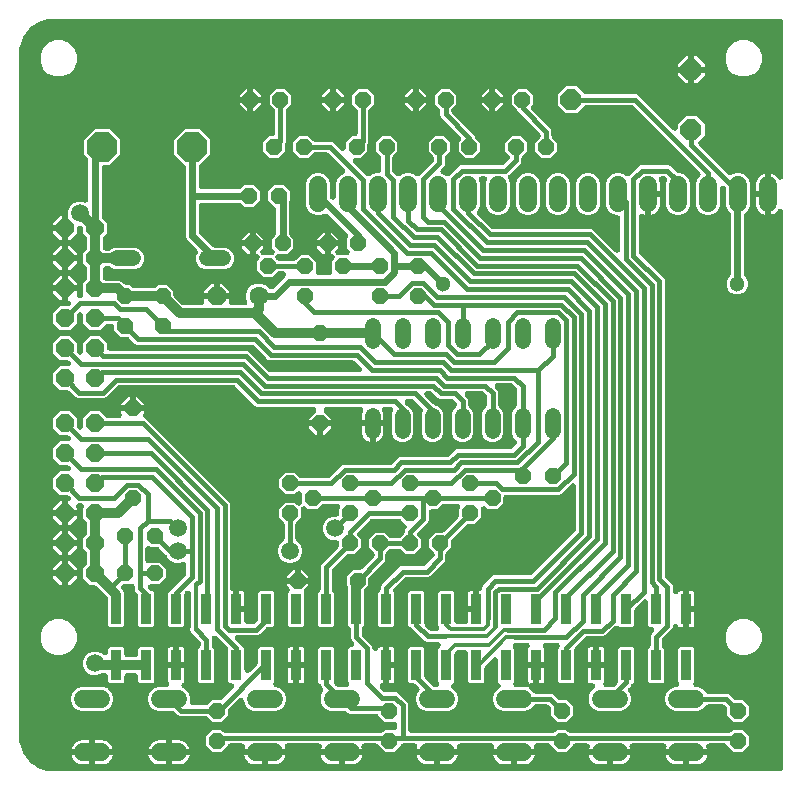
<source format=gbr>
G04 EAGLE Gerber RS-274X export*
G75*
%MOMM*%
%FSLAX34Y34*%
%LPD*%
%INBottom Copper*%
%IPPOS*%
%AMOC8*
5,1,8,0,0,1.08239X$1,22.5*%
G01*
%ADD10R,0.900000X2.550000*%
%ADD11C,1.524000*%
%ADD12P,1.429621X8X202.500000*%
%ADD13P,2.749271X8X202.500000*%
%ADD14C,1.320800*%
%ADD15P,1.429621X8X112.500000*%
%ADD16P,1.924489X8X292.500000*%
%ADD17P,1.429621X8X22.500000*%
%ADD18P,1.649562X8X292.500000*%
%ADD19P,1.429621X8X292.500000*%
%ADD20P,1.539592X8X292.500000*%
%ADD21P,1.539592X8X112.500000*%
%ADD22P,1.732040X8X202.500000*%
%ADD23C,1.600200*%
%ADD24C,0.406400*%
%ADD25C,0.812800*%
%ADD26C,0.609600*%
%ADD27C,1.500000*%
%ADD28C,1.300000*%
%ADD29C,0.355600*%

G36*
X-620062Y1530D02*
X-620062Y1530D01*
X-620199Y1533D01*
X-624256Y1852D01*
X-624397Y1876D01*
X-624539Y1890D01*
X-624645Y1917D01*
X-624700Y1927D01*
X-624750Y1944D01*
X-624842Y1968D01*
X-632559Y4476D01*
X-632575Y4483D01*
X-632592Y4487D01*
X-632783Y4571D01*
X-632974Y4652D01*
X-632988Y4662D01*
X-633004Y4669D01*
X-633267Y4837D01*
X-639832Y9606D01*
X-639845Y9617D01*
X-639860Y9626D01*
X-639981Y9735D01*
X-640011Y9756D01*
X-640046Y9792D01*
X-640171Y9902D01*
X-640182Y9915D01*
X-640195Y9927D01*
X-640298Y10051D01*
X-640325Y10079D01*
X-640343Y10107D01*
X-640394Y10168D01*
X-645163Y16733D01*
X-645172Y16747D01*
X-645183Y16761D01*
X-645288Y16940D01*
X-645395Y17119D01*
X-645401Y17135D01*
X-645409Y17150D01*
X-645524Y17441D01*
X-648032Y25158D01*
X-648064Y25297D01*
X-648104Y25434D01*
X-648120Y25542D01*
X-648132Y25597D01*
X-648135Y25649D01*
X-648148Y25744D01*
X-648467Y29801D01*
X-648467Y29863D01*
X-648475Y30000D01*
X-648475Y610000D01*
X-648470Y610062D01*
X-648467Y610199D01*
X-648148Y614256D01*
X-648124Y614397D01*
X-648110Y614539D01*
X-648083Y614645D01*
X-648073Y614700D01*
X-648056Y614750D01*
X-648032Y614842D01*
X-645524Y622559D01*
X-645517Y622575D01*
X-645513Y622592D01*
X-645429Y622783D01*
X-645348Y622974D01*
X-645338Y622988D01*
X-645331Y623004D01*
X-645163Y623267D01*
X-640394Y629832D01*
X-640383Y629845D01*
X-640374Y629860D01*
X-640234Y630015D01*
X-640098Y630171D01*
X-640085Y630182D01*
X-640073Y630195D01*
X-639832Y630394D01*
X-633267Y635163D01*
X-633253Y635172D01*
X-633239Y635183D01*
X-633060Y635288D01*
X-632881Y635395D01*
X-632865Y635401D01*
X-632850Y635409D01*
X-632559Y635524D01*
X-624842Y638032D01*
X-624703Y638064D01*
X-624566Y638104D01*
X-624458Y638120D01*
X-624403Y638132D01*
X-624351Y638135D01*
X-624257Y638148D01*
X-620199Y638467D01*
X-620137Y638467D01*
X-620000Y638475D01*
X-4064Y638475D01*
X-4029Y638472D01*
X-3995Y638474D01*
X-3806Y638452D01*
X-3615Y638435D01*
X-3582Y638426D01*
X-3548Y638422D01*
X-3365Y638367D01*
X-3181Y638317D01*
X-3150Y638302D01*
X-3117Y638292D01*
X-2946Y638205D01*
X-2774Y638123D01*
X-2746Y638103D01*
X-2715Y638088D01*
X-2563Y637972D01*
X-2408Y637861D01*
X-2384Y637836D01*
X-2357Y637816D01*
X-2228Y637676D01*
X-2094Y637539D01*
X-2075Y637510D01*
X-2051Y637484D01*
X-1949Y637323D01*
X-1842Y637166D01*
X-1828Y637134D01*
X-1810Y637105D01*
X-1737Y636928D01*
X-1660Y636754D01*
X-1652Y636720D01*
X-1639Y636688D01*
X-1599Y636501D01*
X-1553Y636316D01*
X-1551Y636282D01*
X-1544Y636248D01*
X-1525Y635936D01*
X-1525Y504863D01*
X-1534Y504759D01*
X-1533Y504655D01*
X-1554Y504535D01*
X-1565Y504414D01*
X-1592Y504314D01*
X-1610Y504211D01*
X-1651Y504097D01*
X-1683Y503980D01*
X-1728Y503886D01*
X-1763Y503788D01*
X-1824Y503683D01*
X-1877Y503573D01*
X-1937Y503489D01*
X-1989Y503398D01*
X-2068Y503306D01*
X-2139Y503207D01*
X-2213Y503134D01*
X-2281Y503055D01*
X-2374Y502978D01*
X-2461Y502893D01*
X-2548Y502835D01*
X-2628Y502768D01*
X-2734Y502709D01*
X-2834Y502641D01*
X-2930Y502599D01*
X-3020Y502548D01*
X-3135Y502508D01*
X-3246Y502459D01*
X-3347Y502434D01*
X-3446Y502400D01*
X-3566Y502381D01*
X-3684Y502352D01*
X-3787Y502346D01*
X-3890Y502329D01*
X-4012Y502332D01*
X-4133Y502324D01*
X-4236Y502336D01*
X-4341Y502338D01*
X-4460Y502362D01*
X-4580Y502376D01*
X-4680Y502406D01*
X-4782Y502427D01*
X-4895Y502471D01*
X-5011Y502507D01*
X-5104Y502554D01*
X-5201Y502592D01*
X-5304Y502656D01*
X-5413Y502711D01*
X-5496Y502774D01*
X-5584Y502829D01*
X-5674Y502910D01*
X-5771Y502983D01*
X-5842Y503060D01*
X-5919Y503129D01*
X-6035Y503269D01*
X-6076Y503314D01*
X-6091Y503337D01*
X-6118Y503370D01*
X-6750Y504239D01*
X-7881Y505370D01*
X-9175Y506310D01*
X-10600Y507036D01*
X-11961Y507479D01*
X-11961Y490000D01*
X-11961Y472521D01*
X-10600Y472964D01*
X-9175Y473690D01*
X-7881Y474630D01*
X-6750Y475761D01*
X-6118Y476630D01*
X-6050Y476708D01*
X-5989Y476793D01*
X-5902Y476878D01*
X-5822Y476969D01*
X-5741Y477034D01*
X-5667Y477107D01*
X-5566Y477175D01*
X-5471Y477251D01*
X-5380Y477301D01*
X-5294Y477359D01*
X-5182Y477408D01*
X-5076Y477466D01*
X-4977Y477499D01*
X-4882Y477541D01*
X-4764Y477570D01*
X-4648Y477609D01*
X-4545Y477623D01*
X-4444Y477648D01*
X-4323Y477656D01*
X-4203Y477673D01*
X-4099Y477669D01*
X-3995Y477676D01*
X-3874Y477662D01*
X-3753Y477658D01*
X-3651Y477636D01*
X-3548Y477624D01*
X-3431Y477588D01*
X-3313Y477563D01*
X-3216Y477524D01*
X-3117Y477493D01*
X-3008Y477438D01*
X-2896Y477392D01*
X-2808Y477336D01*
X-2715Y477289D01*
X-2619Y477216D01*
X-2516Y477150D01*
X-2439Y477080D01*
X-2357Y477017D01*
X-2274Y476928D01*
X-2185Y476845D01*
X-2122Y476762D01*
X-2051Y476686D01*
X-1986Y476583D01*
X-1913Y476487D01*
X-1866Y476394D01*
X-1810Y476306D01*
X-1763Y476194D01*
X-1708Y476085D01*
X-1678Y475986D01*
X-1639Y475890D01*
X-1613Y475771D01*
X-1578Y475655D01*
X-1566Y475551D01*
X-1544Y475449D01*
X-1533Y475268D01*
X-1526Y475207D01*
X-1527Y475180D01*
X-1525Y475137D01*
X-1525Y4064D01*
X-1528Y4029D01*
X-1526Y3995D01*
X-1548Y3806D01*
X-1565Y3615D01*
X-1574Y3582D01*
X-1578Y3548D01*
X-1633Y3364D01*
X-1683Y3181D01*
X-1698Y3150D01*
X-1708Y3117D01*
X-1795Y2946D01*
X-1877Y2774D01*
X-1897Y2746D01*
X-1912Y2715D01*
X-2028Y2563D01*
X-2139Y2408D01*
X-2164Y2384D01*
X-2184Y2357D01*
X-2324Y2228D01*
X-2461Y2094D01*
X-2490Y2075D01*
X-2516Y2051D01*
X-2677Y1949D01*
X-2834Y1842D01*
X-2866Y1828D01*
X-2895Y1810D01*
X-3072Y1737D01*
X-3246Y1660D01*
X-3280Y1652D01*
X-3312Y1639D01*
X-3499Y1599D01*
X-3684Y1553D01*
X-3718Y1551D01*
X-3752Y1544D01*
X-4064Y1525D01*
X-620000Y1525D01*
X-620062Y1530D01*
G37*
%LPC*%
G36*
X-36212Y18155D02*
X-36212Y18155D01*
X-30855Y23512D01*
X-30855Y31088D01*
X-36212Y36445D01*
X-43788Y36445D01*
X-45330Y34902D01*
X-45456Y34797D01*
X-45577Y34685D01*
X-45629Y34653D01*
X-45675Y34614D01*
X-45818Y34532D01*
X-45957Y34444D01*
X-46013Y34420D01*
X-46066Y34390D01*
X-46222Y34335D01*
X-46374Y34273D01*
X-46433Y34260D01*
X-46491Y34239D01*
X-46653Y34213D01*
X-46814Y34178D01*
X-46891Y34173D01*
X-46935Y34166D01*
X-46996Y34167D01*
X-47126Y34159D01*
X-181874Y34159D01*
X-182038Y34173D01*
X-182203Y34180D01*
X-182262Y34193D01*
X-182323Y34199D01*
X-182482Y34242D01*
X-182642Y34278D01*
X-182698Y34301D01*
X-182757Y34317D01*
X-182906Y34388D01*
X-183058Y34451D01*
X-183109Y34484D01*
X-183164Y34511D01*
X-183297Y34606D01*
X-183436Y34696D01*
X-183493Y34747D01*
X-183530Y34773D01*
X-183573Y34816D01*
X-183670Y34902D01*
X-185212Y36445D01*
X-192788Y36445D01*
X-194330Y34902D01*
X-194456Y34797D01*
X-194577Y34685D01*
X-194629Y34653D01*
X-194675Y34614D01*
X-194818Y34532D01*
X-194957Y34444D01*
X-195013Y34420D01*
X-195066Y34390D01*
X-195222Y34335D01*
X-195374Y34273D01*
X-195433Y34260D01*
X-195491Y34239D01*
X-195653Y34213D01*
X-195814Y34178D01*
X-195891Y34173D01*
X-195935Y34166D01*
X-195996Y34167D01*
X-196126Y34159D01*
X-316712Y34159D01*
X-316747Y34162D01*
X-316781Y34160D01*
X-316970Y34182D01*
X-317161Y34199D01*
X-317194Y34208D01*
X-317228Y34212D01*
X-317411Y34267D01*
X-317595Y34317D01*
X-317626Y34332D01*
X-317659Y34342D01*
X-317830Y34429D01*
X-318002Y34511D01*
X-318030Y34531D01*
X-318061Y34546D01*
X-318213Y34662D01*
X-318368Y34773D01*
X-318392Y34798D01*
X-318419Y34818D01*
X-318548Y34958D01*
X-318682Y35095D01*
X-318701Y35124D01*
X-318725Y35150D01*
X-318827Y35311D01*
X-318934Y35468D01*
X-318948Y35500D01*
X-318966Y35529D01*
X-319039Y35706D01*
X-319116Y35880D01*
X-319124Y35914D01*
X-319137Y35946D01*
X-319177Y36133D01*
X-319223Y36318D01*
X-319225Y36352D01*
X-319232Y36386D01*
X-319251Y36698D01*
X-319251Y58239D01*
X-319947Y59920D01*
X-321591Y61563D01*
X-326137Y66109D01*
X-327780Y67753D01*
X-329461Y68449D01*
X-338352Y68449D01*
X-338516Y68463D01*
X-338680Y68470D01*
X-338740Y68483D01*
X-338800Y68489D01*
X-338959Y68532D01*
X-339120Y68568D01*
X-339176Y68591D01*
X-339235Y68607D01*
X-339383Y68678D01*
X-339535Y68741D01*
X-339586Y68774D01*
X-339641Y68801D01*
X-339775Y68896D01*
X-339913Y68986D01*
X-339971Y69037D01*
X-340008Y69063D01*
X-340050Y69106D01*
X-340147Y69192D01*
X-342579Y71624D01*
X-342663Y71724D01*
X-342754Y71817D01*
X-342807Y71897D01*
X-342868Y71970D01*
X-342933Y72083D01*
X-343006Y72190D01*
X-343044Y72278D01*
X-343092Y72361D01*
X-343135Y72483D01*
X-343188Y72602D01*
X-343211Y72695D01*
X-343243Y72785D01*
X-343264Y72913D01*
X-343295Y73040D01*
X-343300Y73135D01*
X-343316Y73229D01*
X-343314Y73359D01*
X-343322Y73489D01*
X-343311Y73584D01*
X-343310Y73680D01*
X-343285Y73807D01*
X-343270Y73936D01*
X-343243Y74028D01*
X-343224Y74122D01*
X-343178Y74243D01*
X-343140Y74367D01*
X-343096Y74453D01*
X-343062Y74542D01*
X-342995Y74653D01*
X-342936Y74769D01*
X-342878Y74845D01*
X-342828Y74926D01*
X-342742Y75024D01*
X-342664Y75127D01*
X-342593Y75192D01*
X-342530Y75264D01*
X-342428Y75344D01*
X-342332Y75433D01*
X-342252Y75484D01*
X-342177Y75543D01*
X-342062Y75604D01*
X-341953Y75674D01*
X-341864Y75711D01*
X-341780Y75756D01*
X-341656Y75796D01*
X-341536Y75845D01*
X-341443Y75865D01*
X-341352Y75895D01*
X-341223Y75913D01*
X-341096Y75940D01*
X-340966Y75948D01*
X-340906Y75956D01*
X-340861Y75955D01*
X-340784Y75959D01*
X-340239Y75959D01*
X-340239Y91250D01*
X-340239Y106541D01*
X-342535Y106541D01*
X-343181Y106368D01*
X-343760Y106033D01*
X-344233Y105560D01*
X-344717Y104722D01*
X-344724Y104712D01*
X-344729Y104702D01*
X-344853Y104529D01*
X-344976Y104354D01*
X-344984Y104345D01*
X-344991Y104336D01*
X-345144Y104186D01*
X-345296Y104037D01*
X-345305Y104030D01*
X-345313Y104022D01*
X-345490Y103903D01*
X-345666Y103781D01*
X-345677Y103776D01*
X-345686Y103770D01*
X-345882Y103683D01*
X-346076Y103595D01*
X-346088Y103592D01*
X-346098Y103588D01*
X-346306Y103537D01*
X-346513Y103485D01*
X-346524Y103484D01*
X-346536Y103481D01*
X-346748Y103468D01*
X-346962Y103453D01*
X-346974Y103454D01*
X-346985Y103453D01*
X-347197Y103478D01*
X-347410Y103501D01*
X-347421Y103504D01*
X-347432Y103505D01*
X-347638Y103568D01*
X-347842Y103627D01*
X-347852Y103632D01*
X-347863Y103636D01*
X-348054Y103733D01*
X-348245Y103828D01*
X-348254Y103835D01*
X-348265Y103840D01*
X-348433Y103968D01*
X-348606Y104097D01*
X-348614Y104105D01*
X-348623Y104112D01*
X-348768Y104269D01*
X-348914Y104425D01*
X-348921Y104435D01*
X-348929Y104443D01*
X-349043Y104623D01*
X-349160Y104802D01*
X-349164Y104813D01*
X-349170Y104823D01*
X-349251Y105019D01*
X-349334Y105217D01*
X-349337Y105229D01*
X-349341Y105239D01*
X-349386Y105449D01*
X-349433Y105657D01*
X-349434Y105668D01*
X-349436Y105680D01*
X-349455Y105992D01*
X-349455Y106803D01*
X-350151Y108484D01*
X-357784Y116116D01*
X-357889Y116242D01*
X-358001Y116363D01*
X-358033Y116415D01*
X-358072Y116462D01*
X-358154Y116604D01*
X-358242Y116743D01*
X-358266Y116800D01*
X-358296Y116853D01*
X-358351Y117007D01*
X-358413Y117160D01*
X-358426Y117219D01*
X-358447Y117277D01*
X-358473Y117439D01*
X-358508Y117600D01*
X-358513Y117677D01*
X-358520Y117721D01*
X-358519Y117782D01*
X-358527Y117912D01*
X-358527Y121428D01*
X-358513Y121591D01*
X-358506Y121756D01*
X-358493Y121815D01*
X-358487Y121876D01*
X-358444Y122035D01*
X-358408Y122196D01*
X-358385Y122252D01*
X-358369Y122311D01*
X-358298Y122459D01*
X-358235Y122611D01*
X-358202Y122662D01*
X-358175Y122717D01*
X-358080Y122851D01*
X-357990Y122989D01*
X-357939Y123047D01*
X-357913Y123083D01*
X-357870Y123126D01*
X-357784Y123223D01*
X-356059Y124948D01*
X-356059Y152625D01*
X-356069Y152637D01*
X-356159Y152805D01*
X-356254Y152971D01*
X-356265Y153004D01*
X-356282Y153034D01*
X-356341Y153215D01*
X-356405Y153395D01*
X-356410Y153430D01*
X-356421Y153462D01*
X-356447Y153651D01*
X-356478Y153839D01*
X-356478Y153874D01*
X-356482Y153909D01*
X-356475Y154100D01*
X-356472Y154290D01*
X-356465Y154324D01*
X-356464Y154358D01*
X-356423Y154544D01*
X-356387Y154732D01*
X-356374Y154764D01*
X-356367Y154798D01*
X-356293Y154974D01*
X-356224Y155152D01*
X-356206Y155181D01*
X-356193Y155213D01*
X-356089Y155374D01*
X-355990Y155537D01*
X-355967Y155562D01*
X-355949Y155592D01*
X-355742Y155826D01*
X-352805Y158762D01*
X-352805Y164176D01*
X-352791Y164340D01*
X-352784Y164504D01*
X-352771Y164564D01*
X-352765Y164625D01*
X-352722Y164783D01*
X-352686Y164944D01*
X-352663Y165000D01*
X-352647Y165059D01*
X-352576Y165207D01*
X-352513Y165359D01*
X-352480Y165411D01*
X-352453Y165466D01*
X-352358Y165599D01*
X-352268Y165738D01*
X-352217Y165795D01*
X-352191Y165832D01*
X-352148Y165874D01*
X-352062Y165972D01*
X-340667Y177366D01*
X-339023Y179010D01*
X-338327Y180690D01*
X-338327Y184888D01*
X-338313Y185052D01*
X-338306Y185216D01*
X-338293Y185276D01*
X-338287Y185337D01*
X-338244Y185496D01*
X-338208Y185656D01*
X-338185Y185712D01*
X-338169Y185771D01*
X-338098Y185919D01*
X-338035Y186071D01*
X-338002Y186123D01*
X-337975Y186178D01*
X-337880Y186311D01*
X-337790Y186450D01*
X-337739Y186507D01*
X-337713Y186544D01*
X-337670Y186586D01*
X-337584Y186684D01*
X-335284Y188984D01*
X-335158Y189089D01*
X-335037Y189201D01*
X-334985Y189233D01*
X-334938Y189272D01*
X-334796Y189354D01*
X-334657Y189442D01*
X-334600Y189466D01*
X-334548Y189496D01*
X-334393Y189551D01*
X-334240Y189613D01*
X-334181Y189626D01*
X-334123Y189647D01*
X-333961Y189673D01*
X-333800Y189708D01*
X-333723Y189713D01*
X-333679Y189720D01*
X-333618Y189719D01*
X-333488Y189727D01*
X-326912Y189727D01*
X-326748Y189713D01*
X-326584Y189706D01*
X-326524Y189693D01*
X-326463Y189687D01*
X-326304Y189644D01*
X-326144Y189608D01*
X-326088Y189585D01*
X-326029Y189569D01*
X-325881Y189498D01*
X-325729Y189435D01*
X-325677Y189402D01*
X-325622Y189375D01*
X-325489Y189280D01*
X-325350Y189190D01*
X-325293Y189139D01*
X-325256Y189113D01*
X-325214Y189070D01*
X-325116Y188984D01*
X-321288Y185155D01*
X-313712Y185155D01*
X-308355Y190512D01*
X-308355Y198088D01*
X-310802Y200535D01*
X-310824Y200561D01*
X-310850Y200584D01*
X-310969Y200734D01*
X-311091Y200880D01*
X-311108Y200910D01*
X-311130Y200937D01*
X-311220Y201105D01*
X-311314Y201271D01*
X-311326Y201304D01*
X-311342Y201334D01*
X-311401Y201515D01*
X-311465Y201695D01*
X-311471Y201730D01*
X-311482Y201762D01*
X-311508Y201951D01*
X-311539Y202140D01*
X-311538Y202174D01*
X-311543Y202208D01*
X-311535Y202399D01*
X-311533Y202590D01*
X-311526Y202624D01*
X-311525Y202658D01*
X-311483Y202844D01*
X-311447Y203032D01*
X-311435Y203064D01*
X-311427Y203098D01*
X-311353Y203274D01*
X-311285Y203452D01*
X-311267Y203481D01*
X-311253Y203513D01*
X-311150Y203674D01*
X-311051Y203837D01*
X-311028Y203863D01*
X-311009Y203892D01*
X-310802Y204126D01*
X-304091Y210837D01*
X-302447Y212480D01*
X-301751Y214161D01*
X-301751Y220716D01*
X-301748Y220751D01*
X-301750Y220785D01*
X-301728Y220974D01*
X-301711Y221165D01*
X-301702Y221198D01*
X-301698Y221232D01*
X-301643Y221415D01*
X-301593Y221599D01*
X-301578Y221630D01*
X-301568Y221663D01*
X-301481Y221834D01*
X-301399Y222006D01*
X-301379Y222034D01*
X-301364Y222065D01*
X-301248Y222217D01*
X-301137Y222372D01*
X-301112Y222396D01*
X-301092Y222423D01*
X-300952Y222552D01*
X-300815Y222686D01*
X-300786Y222705D01*
X-300760Y222729D01*
X-300599Y222831D01*
X-300442Y222938D01*
X-300410Y222952D01*
X-300381Y222970D01*
X-300204Y223043D01*
X-300030Y223120D01*
X-299996Y223128D01*
X-299964Y223141D01*
X-299777Y223181D01*
X-299592Y223227D01*
X-299558Y223229D01*
X-299524Y223236D01*
X-299212Y223255D01*
X-294662Y223255D01*
X-290834Y227084D01*
X-290708Y227189D01*
X-290587Y227301D01*
X-290535Y227333D01*
X-290489Y227372D01*
X-290346Y227454D01*
X-290207Y227542D01*
X-290151Y227566D01*
X-290098Y227596D01*
X-289943Y227651D01*
X-289790Y227713D01*
X-289731Y227726D01*
X-289673Y227747D01*
X-289511Y227773D01*
X-289350Y227808D01*
X-289273Y227813D01*
X-289229Y227820D01*
X-289168Y227819D01*
X-289038Y227827D01*
X-277636Y227827D01*
X-277506Y227816D01*
X-277376Y227814D01*
X-277283Y227796D01*
X-277187Y227787D01*
X-277061Y227753D01*
X-276934Y227728D01*
X-276845Y227694D01*
X-276753Y227669D01*
X-276635Y227613D01*
X-276514Y227566D01*
X-276432Y227516D01*
X-276346Y227475D01*
X-276241Y227400D01*
X-276129Y227332D01*
X-276058Y227269D01*
X-275980Y227213D01*
X-275889Y227120D01*
X-275792Y227034D01*
X-275733Y226959D01*
X-275666Y226891D01*
X-275593Y226783D01*
X-275512Y226681D01*
X-275467Y226597D01*
X-275414Y226518D01*
X-275361Y226399D01*
X-275300Y226284D01*
X-275270Y226193D01*
X-275232Y226106D01*
X-275201Y225980D01*
X-275161Y225856D01*
X-275148Y225761D01*
X-275125Y225668D01*
X-275117Y225539D01*
X-275099Y225410D01*
X-275103Y225314D01*
X-275097Y225219D01*
X-275112Y225090D01*
X-275118Y224960D01*
X-275138Y224867D01*
X-275149Y224772D01*
X-275187Y224647D01*
X-275215Y224520D01*
X-275252Y224432D01*
X-275280Y224341D01*
X-275339Y224225D01*
X-275389Y224105D01*
X-275441Y224025D01*
X-275484Y223939D01*
X-275563Y223836D01*
X-275633Y223727D01*
X-275719Y223629D01*
X-275756Y223581D01*
X-275789Y223550D01*
X-275840Y223492D01*
X-275845Y223488D01*
X-275845Y218074D01*
X-275859Y217910D01*
X-275866Y217746D01*
X-275879Y217686D01*
X-275885Y217625D01*
X-275928Y217467D01*
X-275964Y217306D01*
X-275987Y217250D01*
X-276003Y217191D01*
X-276074Y217043D01*
X-276137Y216891D01*
X-276170Y216839D01*
X-276197Y216784D01*
X-276292Y216651D01*
X-276382Y216513D01*
X-276433Y216455D01*
X-276459Y216418D01*
X-276502Y216376D01*
X-276588Y216278D01*
X-288678Y204188D01*
X-288805Y204083D01*
X-288925Y203971D01*
X-288977Y203939D01*
X-289024Y203900D01*
X-289166Y203818D01*
X-289305Y203730D01*
X-289362Y203706D01*
X-289415Y203676D01*
X-289570Y203621D01*
X-289722Y203559D01*
X-289781Y203546D01*
X-289839Y203525D01*
X-290001Y203499D01*
X-290162Y203464D01*
X-290239Y203459D01*
X-290283Y203452D01*
X-290344Y203453D01*
X-290474Y203445D01*
X-295888Y203445D01*
X-301245Y198088D01*
X-301245Y190512D01*
X-297416Y186684D01*
X-297311Y186558D01*
X-297199Y186437D01*
X-297167Y186385D01*
X-297128Y186338D01*
X-297046Y186196D01*
X-296958Y186057D01*
X-296934Y186000D01*
X-296904Y185948D01*
X-296849Y185793D01*
X-296787Y185640D01*
X-296774Y185581D01*
X-296753Y185523D01*
X-296727Y185361D01*
X-296692Y185200D01*
X-296687Y185123D01*
X-296680Y185079D01*
X-296681Y185018D01*
X-296673Y184888D01*
X-296673Y184546D01*
X-296687Y184382D01*
X-296694Y184218D01*
X-296707Y184158D01*
X-296713Y184097D01*
X-296756Y183939D01*
X-296792Y183778D01*
X-296815Y183722D01*
X-296831Y183663D01*
X-296902Y183515D01*
X-296965Y183363D01*
X-296998Y183311D01*
X-297025Y183256D01*
X-297120Y183123D01*
X-297210Y182985D01*
X-297261Y182927D01*
X-297287Y182890D01*
X-297330Y182848D01*
X-297416Y182750D01*
X-304426Y175740D01*
X-304553Y175635D01*
X-304673Y175523D01*
X-304725Y175491D01*
X-304772Y175452D01*
X-304914Y175370D01*
X-305053Y175282D01*
X-305110Y175258D01*
X-305163Y175228D01*
X-305318Y175173D01*
X-305470Y175111D01*
X-305529Y175098D01*
X-305587Y175077D01*
X-305749Y175051D01*
X-305910Y175016D01*
X-305987Y175011D01*
X-306031Y175004D01*
X-306092Y175005D01*
X-306222Y174997D01*
X-324760Y174997D01*
X-326440Y174301D01*
X-341577Y159164D01*
X-342273Y157484D01*
X-342273Y156072D01*
X-342287Y155908D01*
X-342294Y155744D01*
X-342307Y155684D01*
X-342313Y155624D01*
X-342356Y155465D01*
X-342392Y155304D01*
X-342415Y155248D01*
X-342431Y155189D01*
X-342502Y155041D01*
X-342565Y154889D01*
X-342598Y154838D01*
X-342625Y154783D01*
X-342720Y154649D01*
X-342810Y154511D01*
X-342861Y154453D01*
X-342887Y154417D01*
X-342930Y154374D01*
X-343016Y154277D01*
X-344741Y152552D01*
X-344741Y124948D01*
X-343252Y123459D01*
X-332148Y123459D01*
X-330659Y124948D01*
X-330659Y152552D01*
X-331161Y153055D01*
X-331184Y153081D01*
X-331210Y153104D01*
X-331328Y153253D01*
X-331450Y153400D01*
X-331468Y153430D01*
X-331489Y153457D01*
X-331579Y153625D01*
X-331674Y153791D01*
X-331685Y153824D01*
X-331702Y153854D01*
X-331761Y154035D01*
X-331825Y154215D01*
X-331830Y154250D01*
X-331841Y154282D01*
X-331867Y154471D01*
X-331898Y154659D01*
X-331898Y154694D01*
X-331902Y154728D01*
X-331895Y154919D01*
X-331892Y155110D01*
X-331885Y155144D01*
X-331884Y155178D01*
X-331843Y155364D01*
X-331806Y155552D01*
X-331794Y155584D01*
X-331786Y155618D01*
X-331713Y155794D01*
X-331644Y155972D01*
X-331626Y156001D01*
X-331613Y156033D01*
X-331509Y156194D01*
X-331410Y156356D01*
X-331387Y156382D01*
X-331368Y156412D01*
X-331162Y156646D01*
X-322700Y165108D01*
X-322573Y165213D01*
X-322453Y165325D01*
X-322401Y165357D01*
X-322354Y165396D01*
X-322212Y165478D01*
X-322073Y165566D01*
X-322016Y165590D01*
X-321963Y165620D01*
X-321808Y165675D01*
X-321656Y165737D01*
X-321597Y165750D01*
X-321539Y165771D01*
X-321377Y165797D01*
X-321216Y165832D01*
X-321139Y165837D01*
X-321095Y165844D01*
X-321034Y165843D01*
X-320904Y165851D01*
X-302366Y165851D01*
X-300686Y166547D01*
X-288223Y179010D01*
X-287527Y180690D01*
X-287527Y184888D01*
X-287513Y185052D01*
X-287506Y185216D01*
X-287493Y185276D01*
X-287487Y185337D01*
X-287444Y185496D01*
X-287408Y185656D01*
X-287385Y185712D01*
X-287369Y185771D01*
X-287298Y185919D01*
X-287235Y186071D01*
X-287202Y186123D01*
X-287175Y186178D01*
X-287080Y186311D01*
X-286990Y186450D01*
X-286939Y186507D01*
X-286913Y186544D01*
X-286870Y186586D01*
X-286784Y186684D01*
X-282955Y190512D01*
X-282955Y195926D01*
X-282941Y196090D01*
X-282934Y196254D01*
X-282921Y196314D01*
X-282915Y196375D01*
X-282872Y196533D01*
X-282836Y196694D01*
X-282813Y196750D01*
X-282797Y196809D01*
X-282726Y196957D01*
X-282663Y197109D01*
X-282630Y197161D01*
X-282603Y197216D01*
X-282508Y197349D01*
X-282418Y197487D01*
X-282367Y197545D01*
X-282341Y197582D01*
X-282298Y197624D01*
X-282212Y197722D01*
X-270122Y209812D01*
X-269995Y209917D01*
X-269875Y210029D01*
X-269823Y210061D01*
X-269776Y210100D01*
X-269634Y210182D01*
X-269495Y210270D01*
X-269438Y210294D01*
X-269385Y210324D01*
X-269230Y210379D01*
X-269078Y210441D01*
X-269019Y210454D01*
X-268961Y210475D01*
X-268799Y210501D01*
X-268638Y210536D01*
X-268561Y210541D01*
X-268517Y210548D01*
X-268456Y210547D01*
X-268326Y210555D01*
X-262912Y210555D01*
X-257555Y215912D01*
X-257555Y223242D01*
X-257544Y223372D01*
X-257542Y223502D01*
X-257524Y223596D01*
X-257515Y223691D01*
X-257481Y223816D01*
X-257456Y223944D01*
X-257422Y224033D01*
X-257397Y224125D01*
X-257341Y224242D01*
X-257294Y224364D01*
X-257244Y224446D01*
X-257203Y224532D01*
X-257128Y224637D01*
X-257060Y224749D01*
X-256997Y224820D01*
X-256941Y224898D01*
X-256848Y224989D01*
X-256762Y225086D01*
X-256687Y225145D01*
X-256619Y225212D01*
X-256511Y225285D01*
X-256409Y225366D01*
X-256325Y225411D01*
X-256246Y225464D01*
X-256127Y225517D01*
X-256012Y225578D01*
X-255921Y225608D01*
X-255834Y225646D01*
X-255707Y225677D01*
X-255584Y225717D01*
X-255489Y225730D01*
X-255396Y225753D01*
X-255267Y225761D01*
X-255138Y225779D01*
X-255042Y225775D01*
X-254947Y225781D01*
X-254818Y225766D01*
X-254688Y225760D01*
X-254595Y225740D01*
X-254500Y225729D01*
X-254375Y225691D01*
X-254248Y225663D01*
X-254160Y225626D01*
X-254069Y225598D01*
X-253953Y225539D01*
X-253833Y225489D01*
X-253753Y225437D01*
X-253667Y225394D01*
X-253564Y225315D01*
X-253455Y225245D01*
X-253357Y225159D01*
X-253309Y225122D01*
X-253278Y225089D01*
X-253220Y225038D01*
X-251438Y223255D01*
X-243862Y223255D01*
X-238505Y228612D01*
X-238505Y233162D01*
X-238502Y233197D01*
X-238504Y233231D01*
X-238482Y233420D01*
X-238465Y233611D01*
X-238456Y233644D01*
X-238452Y233678D01*
X-238397Y233861D01*
X-238347Y234045D01*
X-238332Y234076D01*
X-238322Y234109D01*
X-238235Y234280D01*
X-238153Y234452D01*
X-238133Y234480D01*
X-238118Y234511D01*
X-238002Y234663D01*
X-237891Y234818D01*
X-237866Y234842D01*
X-237846Y234869D01*
X-237706Y234998D01*
X-237569Y235132D01*
X-237540Y235151D01*
X-237514Y235175D01*
X-237353Y235277D01*
X-237196Y235384D01*
X-237164Y235398D01*
X-237135Y235416D01*
X-236958Y235489D01*
X-236784Y235566D01*
X-236750Y235574D01*
X-236718Y235587D01*
X-236531Y235627D01*
X-236346Y235673D01*
X-236312Y235675D01*
X-236278Y235682D01*
X-235966Y235701D01*
X-191311Y235701D01*
X-189630Y236397D01*
X-187987Y238041D01*
X-181374Y244654D01*
X-181274Y244738D01*
X-181181Y244828D01*
X-181101Y244882D01*
X-181028Y244943D01*
X-180915Y245008D01*
X-180808Y245081D01*
X-180720Y245119D01*
X-180637Y245167D01*
X-180515Y245210D01*
X-180396Y245263D01*
X-180303Y245285D01*
X-180213Y245317D01*
X-180085Y245339D01*
X-179958Y245369D01*
X-179863Y245375D01*
X-179769Y245391D01*
X-179639Y245389D01*
X-179509Y245397D01*
X-179414Y245386D01*
X-179318Y245385D01*
X-179191Y245360D01*
X-179062Y245345D01*
X-178970Y245317D01*
X-178876Y245299D01*
X-178755Y245252D01*
X-178631Y245215D01*
X-178546Y245171D01*
X-178456Y245137D01*
X-178345Y245069D01*
X-178229Y245010D01*
X-178153Y244953D01*
X-178072Y244903D01*
X-177974Y244817D01*
X-177871Y244738D01*
X-177806Y244668D01*
X-177734Y244605D01*
X-177654Y244503D01*
X-177565Y244407D01*
X-177514Y244327D01*
X-177455Y244252D01*
X-177394Y244137D01*
X-177324Y244028D01*
X-177287Y243939D01*
X-177242Y243855D01*
X-177202Y243731D01*
X-177153Y243611D01*
X-177133Y243517D01*
X-177103Y243427D01*
X-177085Y243298D01*
X-177058Y243171D01*
X-177050Y243041D01*
X-177042Y242981D01*
X-177043Y242936D01*
X-177039Y242859D01*
X-177039Y206264D01*
X-177053Y206101D01*
X-177060Y205936D01*
X-177073Y205877D01*
X-177079Y205816D01*
X-177122Y205657D01*
X-177158Y205496D01*
X-177181Y205440D01*
X-177197Y205381D01*
X-177268Y205233D01*
X-177331Y205081D01*
X-177364Y205030D01*
X-177391Y204975D01*
X-177486Y204841D01*
X-177576Y204703D01*
X-177627Y204645D01*
X-177653Y204609D01*
X-177696Y204566D01*
X-177782Y204469D01*
X-214259Y167992D01*
X-214385Y167887D01*
X-214506Y167775D01*
X-214557Y167743D01*
X-214604Y167704D01*
X-214747Y167622D01*
X-214886Y167534D01*
X-214942Y167510D01*
X-214995Y167480D01*
X-215150Y167425D01*
X-215302Y167363D01*
X-215362Y167350D01*
X-215419Y167329D01*
X-215582Y167303D01*
X-215742Y167268D01*
X-215819Y167263D01*
X-215863Y167256D01*
X-215925Y167257D01*
X-216054Y167249D01*
X-246139Y167249D01*
X-247820Y166553D01*
X-255653Y158720D01*
X-256349Y157039D01*
X-256349Y156580D01*
X-256352Y156545D01*
X-256350Y156511D01*
X-256372Y156322D01*
X-256389Y156131D01*
X-256398Y156098D01*
X-256402Y156064D01*
X-256457Y155881D01*
X-256507Y155697D01*
X-256522Y155666D01*
X-256532Y155633D01*
X-256619Y155462D01*
X-256701Y155290D01*
X-256721Y155262D01*
X-256736Y155231D01*
X-256852Y155079D01*
X-256963Y154924D01*
X-256988Y154900D01*
X-257008Y154873D01*
X-257148Y154744D01*
X-257285Y154610D01*
X-257314Y154591D01*
X-257340Y154567D01*
X-257501Y154465D01*
X-257658Y154358D01*
X-257690Y154344D01*
X-257719Y154326D01*
X-257896Y154253D01*
X-258070Y154176D01*
X-258104Y154168D01*
X-258136Y154155D01*
X-258323Y154115D01*
X-258508Y154069D01*
X-258542Y154067D01*
X-258576Y154060D01*
X-258888Y154041D01*
X-258961Y154041D01*
X-258961Y138750D01*
X-258964Y138716D01*
X-258962Y138681D01*
X-258984Y138492D01*
X-259000Y138302D01*
X-259010Y138268D01*
X-259014Y138234D01*
X-259069Y138051D01*
X-259119Y137867D01*
X-259134Y137836D01*
X-259144Y137803D01*
X-259231Y137632D01*
X-259312Y137461D01*
X-259333Y137433D01*
X-259348Y137402D01*
X-259463Y137250D01*
X-259575Y137095D01*
X-259599Y137071D01*
X-259620Y137043D01*
X-259621Y137043D01*
X-259621Y137042D01*
X-259761Y136913D01*
X-259898Y136780D01*
X-259926Y136761D01*
X-259952Y136737D01*
X-260113Y136635D01*
X-260271Y136528D01*
X-260302Y136514D01*
X-260332Y136495D01*
X-260508Y136423D01*
X-260683Y136346D01*
X-260716Y136338D01*
X-260748Y136325D01*
X-260935Y136284D01*
X-261120Y136239D01*
X-261154Y136237D01*
X-261188Y136230D01*
X-261500Y136211D01*
X-268541Y136211D01*
X-268541Y128540D01*
X-268544Y128505D01*
X-268542Y128471D01*
X-268564Y128282D01*
X-268581Y128091D01*
X-268590Y128058D01*
X-268594Y128024D01*
X-268649Y127841D01*
X-268699Y127657D01*
X-268714Y127626D01*
X-268724Y127593D01*
X-268811Y127422D01*
X-268893Y127250D01*
X-268913Y127222D01*
X-268928Y127191D01*
X-269044Y127039D01*
X-269155Y126884D01*
X-269180Y126860D01*
X-269200Y126833D01*
X-269340Y126704D01*
X-269477Y126570D01*
X-269506Y126551D01*
X-269532Y126527D01*
X-269693Y126425D01*
X-269850Y126318D01*
X-269882Y126304D01*
X-269911Y126286D01*
X-270088Y126213D01*
X-270262Y126136D01*
X-270296Y126128D01*
X-270328Y126115D01*
X-270515Y126075D01*
X-270700Y126029D01*
X-270734Y126027D01*
X-270768Y126020D01*
X-271080Y126001D01*
X-277320Y126001D01*
X-277355Y126004D01*
X-277389Y126002D01*
X-277578Y126024D01*
X-277769Y126041D01*
X-277802Y126050D01*
X-277836Y126054D01*
X-278019Y126109D01*
X-278203Y126159D01*
X-278234Y126174D01*
X-278267Y126184D01*
X-278438Y126271D01*
X-278610Y126353D01*
X-278638Y126373D01*
X-278669Y126388D01*
X-278821Y126504D01*
X-278976Y126615D01*
X-279000Y126640D01*
X-279027Y126660D01*
X-279156Y126800D01*
X-279290Y126937D01*
X-279309Y126966D01*
X-279333Y126992D01*
X-279435Y127153D01*
X-279542Y127310D01*
X-279556Y127342D01*
X-279574Y127371D01*
X-279647Y127548D01*
X-279724Y127722D01*
X-279732Y127756D01*
X-279745Y127788D01*
X-279785Y127975D01*
X-279831Y128160D01*
X-279833Y128194D01*
X-279840Y128228D01*
X-279859Y128540D01*
X-279859Y152552D01*
X-281348Y154041D01*
X-292452Y154041D01*
X-293941Y152552D01*
X-293941Y124948D01*
X-293487Y124494D01*
X-293403Y124394D01*
X-293313Y124301D01*
X-293259Y124221D01*
X-293198Y124148D01*
X-293133Y124035D01*
X-293060Y123928D01*
X-293022Y123840D01*
X-292974Y123757D01*
X-292931Y123635D01*
X-292878Y123516D01*
X-292856Y123423D01*
X-292824Y123333D01*
X-292802Y123205D01*
X-292772Y123078D01*
X-292766Y122983D01*
X-292750Y122889D01*
X-292752Y122759D01*
X-292744Y122629D01*
X-292755Y122534D01*
X-292756Y122439D01*
X-292781Y122311D01*
X-292796Y122182D01*
X-292824Y122090D01*
X-292842Y121996D01*
X-292889Y121875D01*
X-292926Y121751D01*
X-292970Y121665D01*
X-293004Y121576D01*
X-293072Y121465D01*
X-293131Y121349D01*
X-293188Y121273D01*
X-293238Y121192D01*
X-293324Y121094D01*
X-293403Y120991D01*
X-293473Y120926D01*
X-293536Y120854D01*
X-293638Y120774D01*
X-293734Y120685D01*
X-293814Y120634D01*
X-293889Y120575D01*
X-294004Y120514D01*
X-294113Y120444D01*
X-294202Y120407D01*
X-294286Y120362D01*
X-294410Y120322D01*
X-294530Y120273D01*
X-294624Y120253D01*
X-294714Y120223D01*
X-294843Y120205D01*
X-294970Y120178D01*
X-295100Y120170D01*
X-295160Y120162D01*
X-295205Y120163D01*
X-295282Y120159D01*
X-299340Y120159D01*
X-299504Y120173D01*
X-299668Y120180D01*
X-299728Y120193D01*
X-299789Y120199D01*
X-299948Y120242D01*
X-300108Y120278D01*
X-300164Y120301D01*
X-300223Y120317D01*
X-300371Y120388D01*
X-300523Y120451D01*
X-300575Y120484D01*
X-300630Y120511D01*
X-300763Y120606D01*
X-300901Y120696D01*
X-300959Y120747D01*
X-300996Y120773D01*
X-301038Y120816D01*
X-301136Y120902D01*
X-304516Y124282D01*
X-304621Y124408D01*
X-304733Y124529D01*
X-304765Y124581D01*
X-304804Y124628D01*
X-304886Y124770D01*
X-304974Y124909D01*
X-304998Y124966D01*
X-305028Y125019D01*
X-305083Y125174D01*
X-305145Y125326D01*
X-305158Y125385D01*
X-305179Y125443D01*
X-305205Y125605D01*
X-305240Y125766D01*
X-305245Y125843D01*
X-305252Y125887D01*
X-305251Y125948D01*
X-305259Y126078D01*
X-305259Y152552D01*
X-306748Y154041D01*
X-317852Y154041D01*
X-319341Y152552D01*
X-319341Y124948D01*
X-317852Y123459D01*
X-317678Y123459D01*
X-317514Y123445D01*
X-317350Y123438D01*
X-317290Y123425D01*
X-317229Y123419D01*
X-317071Y123376D01*
X-316910Y123340D01*
X-316854Y123317D01*
X-316795Y123301D01*
X-316647Y123230D01*
X-316495Y123167D01*
X-316443Y123134D01*
X-316388Y123107D01*
X-316255Y123012D01*
X-316117Y122922D01*
X-316059Y122871D01*
X-316022Y122845D01*
X-315980Y122802D01*
X-315973Y122796D01*
X-315972Y122795D01*
X-315970Y122793D01*
X-315882Y122716D01*
X-304876Y111709D01*
X-303196Y111013D01*
X-294110Y111013D01*
X-293980Y111002D01*
X-293851Y111000D01*
X-293757Y110982D01*
X-293662Y110973D01*
X-293536Y110939D01*
X-293409Y110914D01*
X-293319Y110880D01*
X-293227Y110855D01*
X-293110Y110799D01*
X-292989Y110752D01*
X-292907Y110702D01*
X-292821Y110661D01*
X-292715Y110586D01*
X-292604Y110518D01*
X-292532Y110455D01*
X-292455Y110399D01*
X-292364Y110306D01*
X-292266Y110220D01*
X-292207Y110145D01*
X-292141Y110077D01*
X-292068Y109969D01*
X-291987Y109867D01*
X-291942Y109783D01*
X-291888Y109704D01*
X-291836Y109585D01*
X-291774Y109470D01*
X-291745Y109379D01*
X-291706Y109292D01*
X-291675Y109165D01*
X-291635Y109042D01*
X-291622Y108947D01*
X-291600Y108854D01*
X-291592Y108725D01*
X-291574Y108596D01*
X-291578Y108500D01*
X-291572Y108405D01*
X-291587Y108276D01*
X-291592Y108146D01*
X-291613Y108053D01*
X-291624Y107958D01*
X-291662Y107833D01*
X-291690Y107706D01*
X-291727Y107618D01*
X-291754Y107527D01*
X-291813Y107411D01*
X-291863Y107291D01*
X-291915Y107211D01*
X-291959Y107125D01*
X-292037Y107022D01*
X-292108Y106913D01*
X-292194Y106815D01*
X-292231Y106767D01*
X-292264Y106736D01*
X-292315Y106678D01*
X-293941Y105052D01*
X-293941Y77448D01*
X-293595Y77102D01*
X-293511Y77002D01*
X-293421Y76909D01*
X-293367Y76829D01*
X-293306Y76756D01*
X-293241Y76643D01*
X-293168Y76536D01*
X-293130Y76448D01*
X-293082Y76365D01*
X-293039Y76243D01*
X-292986Y76124D01*
X-292964Y76031D01*
X-292932Y75941D01*
X-292910Y75813D01*
X-292880Y75686D01*
X-292874Y75591D01*
X-292858Y75497D01*
X-292860Y75367D01*
X-292852Y75237D01*
X-292863Y75142D01*
X-292864Y75047D01*
X-292889Y74919D01*
X-292904Y74790D01*
X-292932Y74698D01*
X-292950Y74604D01*
X-292996Y74483D01*
X-293034Y74359D01*
X-293078Y74273D01*
X-293112Y74184D01*
X-293180Y74073D01*
X-293239Y73957D01*
X-293296Y73881D01*
X-293346Y73800D01*
X-293432Y73702D01*
X-293511Y73599D01*
X-293581Y73534D01*
X-293644Y73462D01*
X-293746Y73382D01*
X-293842Y73293D01*
X-293922Y73242D01*
X-293997Y73183D01*
X-294112Y73122D01*
X-294221Y73052D01*
X-294310Y73015D01*
X-294394Y72970D01*
X-294518Y72930D01*
X-294638Y72881D01*
X-294732Y72861D01*
X-294822Y72831D01*
X-294951Y72813D01*
X-295078Y72786D01*
X-295208Y72778D01*
X-295268Y72770D01*
X-295313Y72771D01*
X-295390Y72767D01*
X-296398Y72767D01*
X-296562Y72781D01*
X-296726Y72788D01*
X-296786Y72801D01*
X-296847Y72807D01*
X-297005Y72850D01*
X-297166Y72886D01*
X-297222Y72909D01*
X-297281Y72925D01*
X-297429Y72996D01*
X-297581Y73059D01*
X-297633Y73092D01*
X-297688Y73119D01*
X-297821Y73214D01*
X-297959Y73304D01*
X-298017Y73355D01*
X-298054Y73381D01*
X-298096Y73424D01*
X-298194Y73510D01*
X-304516Y79832D01*
X-304621Y79959D01*
X-304733Y80079D01*
X-304765Y80131D01*
X-304804Y80178D01*
X-304886Y80320D01*
X-304974Y80459D01*
X-304998Y80516D01*
X-305028Y80569D01*
X-305083Y80724D01*
X-305145Y80876D01*
X-305158Y80935D01*
X-305179Y80993D01*
X-305205Y81155D01*
X-305240Y81316D01*
X-305245Y81393D01*
X-305252Y81437D01*
X-305251Y81498D01*
X-305259Y81628D01*
X-305259Y105052D01*
X-306748Y106541D01*
X-317852Y106541D01*
X-319341Y105052D01*
X-319341Y77448D01*
X-317852Y75959D01*
X-314628Y75959D01*
X-314464Y75945D01*
X-314300Y75938D01*
X-314240Y75925D01*
X-314179Y75919D01*
X-314021Y75876D01*
X-313860Y75840D01*
X-313804Y75817D01*
X-313745Y75801D01*
X-313597Y75730D01*
X-313445Y75667D01*
X-313393Y75634D01*
X-313338Y75607D01*
X-313205Y75512D01*
X-313067Y75422D01*
X-313009Y75371D01*
X-312972Y75345D01*
X-312930Y75302D01*
X-312832Y75216D01*
X-310158Y72541D01*
X-310135Y72514D01*
X-310109Y72491D01*
X-309992Y72342D01*
X-309869Y72195D01*
X-309851Y72165D01*
X-309830Y72138D01*
X-309740Y71970D01*
X-309645Y71804D01*
X-309634Y71772D01*
X-309617Y71741D01*
X-309558Y71560D01*
X-309495Y71380D01*
X-309489Y71346D01*
X-309478Y71313D01*
X-309452Y71124D01*
X-309421Y70936D01*
X-309422Y70901D01*
X-309417Y70867D01*
X-309425Y70677D01*
X-309427Y70486D01*
X-309434Y70452D01*
X-309435Y70417D01*
X-309477Y70231D01*
X-309513Y70044D01*
X-309525Y70011D01*
X-309533Y69978D01*
X-309606Y69802D01*
X-309675Y69624D01*
X-309693Y69594D01*
X-309706Y69562D01*
X-309810Y69402D01*
X-309909Y69239D01*
X-309932Y69213D01*
X-309951Y69184D01*
X-310158Y68950D01*
X-310746Y68362D01*
X-312293Y64627D01*
X-312293Y60585D01*
X-310746Y56850D01*
X-307888Y53992D01*
X-304153Y52445D01*
X-284871Y52445D01*
X-281136Y53992D01*
X-278278Y56850D01*
X-276731Y60585D01*
X-276731Y64627D01*
X-278278Y68362D01*
X-281139Y71222D01*
X-281199Y71254D01*
X-281276Y71283D01*
X-281398Y71358D01*
X-281525Y71424D01*
X-281590Y71474D01*
X-281661Y71517D01*
X-281768Y71612D01*
X-281881Y71700D01*
X-281936Y71761D01*
X-281998Y71816D01*
X-282087Y71928D01*
X-282183Y72034D01*
X-282226Y72104D01*
X-282277Y72169D01*
X-282345Y72295D01*
X-282421Y72416D01*
X-282451Y72493D01*
X-282490Y72565D01*
X-282534Y72702D01*
X-282587Y72835D01*
X-282604Y72915D01*
X-282629Y72994D01*
X-282649Y73135D01*
X-282677Y73276D01*
X-282679Y73358D01*
X-282691Y73440D01*
X-282685Y73583D01*
X-282688Y73726D01*
X-282676Y73807D01*
X-282672Y73890D01*
X-282641Y74029D01*
X-282619Y74171D01*
X-282593Y74249D01*
X-282575Y74329D01*
X-282520Y74461D01*
X-282473Y74597D01*
X-282433Y74669D01*
X-282401Y74745D01*
X-282324Y74865D01*
X-282254Y74990D01*
X-282201Y75054D01*
X-282157Y75123D01*
X-281994Y75308D01*
X-281968Y75338D01*
X-281960Y75345D01*
X-281950Y75357D01*
X-279859Y77448D01*
X-279859Y100699D01*
X-279845Y100863D01*
X-279838Y101027D01*
X-279825Y101087D01*
X-279819Y101148D01*
X-279776Y101307D01*
X-279740Y101467D01*
X-279717Y101523D01*
X-279701Y101582D01*
X-279630Y101730D01*
X-279567Y101882D01*
X-279534Y101934D01*
X-279507Y101989D01*
X-279412Y102122D01*
X-279322Y102261D01*
X-279271Y102318D01*
X-279245Y102355D01*
X-279202Y102397D01*
X-279116Y102495D01*
X-278355Y103256D01*
X-278229Y103361D01*
X-278108Y103473D01*
X-278056Y103505D01*
X-278009Y103544D01*
X-277867Y103626D01*
X-277728Y103714D01*
X-277671Y103738D01*
X-277619Y103768D01*
X-277464Y103823D01*
X-277311Y103885D01*
X-277252Y103898D01*
X-277194Y103919D01*
X-277032Y103945D01*
X-276871Y103980D01*
X-276794Y103985D01*
X-276750Y103992D01*
X-276689Y103991D01*
X-276559Y103999D01*
X-271080Y103999D01*
X-271045Y103996D01*
X-271011Y103998D01*
X-270822Y103976D01*
X-270631Y103959D01*
X-270598Y103950D01*
X-270564Y103946D01*
X-270381Y103891D01*
X-270197Y103841D01*
X-270166Y103826D01*
X-270133Y103816D01*
X-269962Y103729D01*
X-269790Y103647D01*
X-269762Y103627D01*
X-269731Y103612D01*
X-269579Y103496D01*
X-269424Y103385D01*
X-269400Y103360D01*
X-269373Y103340D01*
X-269244Y103200D01*
X-269110Y103063D01*
X-269091Y103034D01*
X-269067Y103008D01*
X-268965Y102847D01*
X-268858Y102690D01*
X-268844Y102658D01*
X-268826Y102629D01*
X-268753Y102452D01*
X-268676Y102278D01*
X-268668Y102244D01*
X-268655Y102212D01*
X-268615Y102025D01*
X-268569Y101840D01*
X-268567Y101806D01*
X-268560Y101772D01*
X-268541Y101460D01*
X-268541Y77448D01*
X-267052Y75959D01*
X-255948Y75959D01*
X-254459Y77448D01*
X-254459Y89088D01*
X-254445Y89252D01*
X-254438Y89416D01*
X-254425Y89476D01*
X-254419Y89536D01*
X-254376Y89695D01*
X-254340Y89856D01*
X-254317Y89912D01*
X-254301Y89971D01*
X-254230Y90119D01*
X-254167Y90271D01*
X-254134Y90322D01*
X-254107Y90377D01*
X-254012Y90511D01*
X-253922Y90649D01*
X-253871Y90707D01*
X-253845Y90743D01*
X-253802Y90786D01*
X-253716Y90883D01*
X-247476Y97123D01*
X-247376Y97207D01*
X-247283Y97298D01*
X-247203Y97351D01*
X-247130Y97412D01*
X-247017Y97477D01*
X-246910Y97550D01*
X-246822Y97588D01*
X-246739Y97636D01*
X-246617Y97679D01*
X-246498Y97732D01*
X-246405Y97755D01*
X-246315Y97787D01*
X-246187Y97808D01*
X-246060Y97839D01*
X-245965Y97844D01*
X-245871Y97860D01*
X-245741Y97858D01*
X-245611Y97866D01*
X-245516Y97855D01*
X-245420Y97854D01*
X-245293Y97829D01*
X-245164Y97814D01*
X-245072Y97786D01*
X-244978Y97768D01*
X-244857Y97722D01*
X-244733Y97684D01*
X-244648Y97641D01*
X-244558Y97606D01*
X-244447Y97538D01*
X-244331Y97480D01*
X-244255Y97422D01*
X-244174Y97372D01*
X-244076Y97286D01*
X-243973Y97208D01*
X-243908Y97137D01*
X-243836Y97074D01*
X-243756Y96972D01*
X-243667Y96876D01*
X-243616Y96796D01*
X-243557Y96721D01*
X-243496Y96606D01*
X-243426Y96497D01*
X-243389Y96408D01*
X-243344Y96324D01*
X-243304Y96200D01*
X-243255Y96080D01*
X-243235Y95987D01*
X-243205Y95896D01*
X-243187Y95767D01*
X-243160Y95640D01*
X-243152Y95510D01*
X-243144Y95450D01*
X-243145Y95405D01*
X-243141Y95328D01*
X-243141Y77448D01*
X-241343Y75650D01*
X-241290Y75587D01*
X-241231Y75530D01*
X-241146Y75414D01*
X-241054Y75305D01*
X-241013Y75233D01*
X-240965Y75167D01*
X-240902Y75038D01*
X-240831Y74914D01*
X-240803Y74836D01*
X-240767Y74762D01*
X-240728Y74624D01*
X-240680Y74489D01*
X-240666Y74408D01*
X-240644Y74329D01*
X-240630Y74187D01*
X-240606Y74045D01*
X-240608Y73963D01*
X-240599Y73881D01*
X-240611Y73738D01*
X-240613Y73595D01*
X-240628Y73514D01*
X-240635Y73432D01*
X-240671Y73293D01*
X-240698Y73153D01*
X-240728Y73076D01*
X-240749Y72996D01*
X-240809Y72866D01*
X-240860Y72733D01*
X-240903Y72662D01*
X-240938Y72588D01*
X-241020Y72471D01*
X-241094Y72348D01*
X-241149Y72286D01*
X-241196Y72219D01*
X-241298Y72118D01*
X-241393Y72011D01*
X-241457Y71960D01*
X-241516Y71901D01*
X-241634Y71820D01*
X-241746Y71731D01*
X-241818Y71692D01*
X-241886Y71646D01*
X-242107Y71537D01*
X-242143Y71519D01*
X-242153Y71515D01*
X-242167Y71508D01*
X-242864Y71220D01*
X-245722Y68362D01*
X-247269Y64627D01*
X-247269Y60585D01*
X-245722Y56850D01*
X-242864Y53992D01*
X-239129Y52445D01*
X-219847Y52445D01*
X-216112Y53992D01*
X-213086Y57019D01*
X-213075Y57032D01*
X-212947Y57201D01*
X-212938Y57210D01*
X-212930Y57220D01*
X-212772Y57363D01*
X-212616Y57507D01*
X-212605Y57513D01*
X-212596Y57522D01*
X-212416Y57634D01*
X-212236Y57748D01*
X-212224Y57753D01*
X-212213Y57760D01*
X-212015Y57839D01*
X-211820Y57919D01*
X-211807Y57922D01*
X-211795Y57927D01*
X-211588Y57969D01*
X-211379Y58014D01*
X-211364Y58015D01*
X-211354Y58017D01*
X-211316Y58018D01*
X-211068Y58033D01*
X-201852Y58033D01*
X-201688Y58019D01*
X-201524Y58012D01*
X-201464Y57999D01*
X-201403Y57993D01*
X-201245Y57950D01*
X-201084Y57914D01*
X-201028Y57891D01*
X-200969Y57875D01*
X-200821Y57804D01*
X-200669Y57741D01*
X-200617Y57708D01*
X-200562Y57681D01*
X-200429Y57586D01*
X-200290Y57496D01*
X-200233Y57445D01*
X-200196Y57419D01*
X-200154Y57376D01*
X-200056Y57290D01*
X-198888Y56122D01*
X-198783Y55995D01*
X-198671Y55875D01*
X-198639Y55823D01*
X-198600Y55776D01*
X-198518Y55634D01*
X-198430Y55495D01*
X-198406Y55438D01*
X-198376Y55385D01*
X-198321Y55230D01*
X-198259Y55078D01*
X-198246Y55019D01*
X-198225Y54961D01*
X-198199Y54799D01*
X-198164Y54638D01*
X-198159Y54561D01*
X-198152Y54517D01*
X-198153Y54456D01*
X-198145Y54326D01*
X-198145Y48912D01*
X-192788Y43555D01*
X-185212Y43555D01*
X-179855Y48912D01*
X-179855Y56488D01*
X-185212Y61845D01*
X-190626Y61845D01*
X-190790Y61859D01*
X-190954Y61866D01*
X-191014Y61879D01*
X-191075Y61885D01*
X-191233Y61928D01*
X-191394Y61964D01*
X-191450Y61987D01*
X-191509Y62003D01*
X-191657Y62074D01*
X-191809Y62137D01*
X-191861Y62170D01*
X-191916Y62197D01*
X-192049Y62292D01*
X-192188Y62382D01*
X-192245Y62433D01*
X-192282Y62459D01*
X-192324Y62502D01*
X-192422Y62588D01*
X-194672Y64839D01*
X-196316Y66483D01*
X-197996Y67179D01*
X-211068Y67179D01*
X-211280Y67198D01*
X-211491Y67214D01*
X-211503Y67217D01*
X-211516Y67219D01*
X-211722Y67275D01*
X-211926Y67328D01*
X-211938Y67334D01*
X-211950Y67337D01*
X-212142Y67428D01*
X-212335Y67518D01*
X-212346Y67525D01*
X-212357Y67531D01*
X-212529Y67654D01*
X-212704Y67776D01*
X-212713Y67785D01*
X-212723Y67793D01*
X-212872Y67945D01*
X-213021Y68096D01*
X-213028Y68106D01*
X-213037Y68115D01*
X-213098Y68206D01*
X-216229Y71336D01*
X-216300Y71391D01*
X-216444Y71495D01*
X-216478Y71529D01*
X-216515Y71558D01*
X-216634Y71690D01*
X-216758Y71817D01*
X-216785Y71857D01*
X-216817Y71892D01*
X-216911Y72043D01*
X-217010Y72190D01*
X-217030Y72234D01*
X-217055Y72274D01*
X-217121Y72439D01*
X-217193Y72602D01*
X-217204Y72649D01*
X-217222Y72693D01*
X-217257Y72867D01*
X-217299Y73040D01*
X-217302Y73087D01*
X-217312Y73134D01*
X-217316Y73312D01*
X-217320Y73374D01*
X-217337Y73355D01*
X-217476Y73245D01*
X-217611Y73129D01*
X-217653Y73105D01*
X-217690Y73076D01*
X-217846Y72992D01*
X-218000Y72902D01*
X-218045Y72886D01*
X-218087Y72863D01*
X-218256Y72808D01*
X-218423Y72747D01*
X-218470Y72739D01*
X-218515Y72724D01*
X-218691Y72700D01*
X-218866Y72669D01*
X-218914Y72669D01*
X-218961Y72662D01*
X-219139Y72670D01*
X-219316Y72670D01*
X-219363Y72679D01*
X-219411Y72681D01*
X-219585Y72719D01*
X-219759Y72751D01*
X-219804Y72767D01*
X-227610Y72767D01*
X-227740Y72778D01*
X-227869Y72780D01*
X-227963Y72798D01*
X-228058Y72807D01*
X-228184Y72841D01*
X-228311Y72866D01*
X-228401Y72900D01*
X-228493Y72925D01*
X-228610Y72981D01*
X-228731Y73028D01*
X-228813Y73078D01*
X-228899Y73119D01*
X-229005Y73194D01*
X-229116Y73262D01*
X-229188Y73325D01*
X-229265Y73381D01*
X-229356Y73474D01*
X-229454Y73560D01*
X-229513Y73635D01*
X-229579Y73703D01*
X-229652Y73811D01*
X-229733Y73913D01*
X-229778Y73997D01*
X-229832Y74076D01*
X-229884Y74195D01*
X-229946Y74310D01*
X-229975Y74401D01*
X-230014Y74488D01*
X-230045Y74615D01*
X-230085Y74738D01*
X-230098Y74833D01*
X-230120Y74926D01*
X-230128Y75055D01*
X-230146Y75184D01*
X-230142Y75280D01*
X-230148Y75375D01*
X-230133Y75504D01*
X-230128Y75634D01*
X-230107Y75727D01*
X-230096Y75822D01*
X-230058Y75947D01*
X-230030Y76074D01*
X-229993Y76162D01*
X-229966Y76253D01*
X-229907Y76369D01*
X-229857Y76489D01*
X-229805Y76569D01*
X-229761Y76655D01*
X-229683Y76758D01*
X-229612Y76867D01*
X-229526Y76965D01*
X-229489Y77013D01*
X-229456Y77044D01*
X-229405Y77102D01*
X-229059Y77448D01*
X-229059Y105052D01*
X-229923Y105916D01*
X-230007Y106016D01*
X-230097Y106109D01*
X-230151Y106189D01*
X-230212Y106262D01*
X-230277Y106375D01*
X-230350Y106482D01*
X-230388Y106570D01*
X-230436Y106653D01*
X-230479Y106775D01*
X-230532Y106894D01*
X-230554Y106987D01*
X-230586Y107077D01*
X-230608Y107205D01*
X-230638Y107332D01*
X-230644Y107427D01*
X-230660Y107521D01*
X-230658Y107651D01*
X-230666Y107781D01*
X-230655Y107876D01*
X-230654Y107972D01*
X-230629Y108099D01*
X-230614Y108228D01*
X-230586Y108320D01*
X-230568Y108414D01*
X-230521Y108535D01*
X-230484Y108659D01*
X-230440Y108745D01*
X-230406Y108834D01*
X-230338Y108945D01*
X-230279Y109061D01*
X-230222Y109137D01*
X-230172Y109218D01*
X-230086Y109316D01*
X-230007Y109419D01*
X-229937Y109484D01*
X-229874Y109556D01*
X-229772Y109636D01*
X-229676Y109725D01*
X-229596Y109776D01*
X-229521Y109835D01*
X-229406Y109897D01*
X-229297Y109966D01*
X-229208Y110003D01*
X-229124Y110048D01*
X-229000Y110088D01*
X-228880Y110137D01*
X-228787Y110157D01*
X-228696Y110187D01*
X-228567Y110205D01*
X-228440Y110232D01*
X-228310Y110240D01*
X-228250Y110248D01*
X-228205Y110247D01*
X-228128Y110251D01*
X-218672Y110251D01*
X-218543Y110240D01*
X-218413Y110238D01*
X-218319Y110220D01*
X-218224Y110211D01*
X-218098Y110177D01*
X-217971Y110152D01*
X-217881Y110118D01*
X-217789Y110093D01*
X-217672Y110037D01*
X-217551Y109990D01*
X-217469Y109940D01*
X-217383Y109899D01*
X-217277Y109824D01*
X-217166Y109756D01*
X-217094Y109693D01*
X-217017Y109637D01*
X-216926Y109544D01*
X-216828Y109458D01*
X-216769Y109383D01*
X-216703Y109315D01*
X-216630Y109207D01*
X-216549Y109105D01*
X-216504Y109021D01*
X-216450Y108942D01*
X-216398Y108823D01*
X-216336Y108708D01*
X-216307Y108617D01*
X-216268Y108530D01*
X-216237Y108403D01*
X-216197Y108280D01*
X-216184Y108185D01*
X-216162Y108092D01*
X-216154Y107963D01*
X-216136Y107834D01*
X-216140Y107738D01*
X-216134Y107643D01*
X-216149Y107514D01*
X-216154Y107384D01*
X-216175Y107291D01*
X-216186Y107196D01*
X-216224Y107071D01*
X-216252Y106944D01*
X-216289Y106856D01*
X-216316Y106765D01*
X-216375Y106649D01*
X-216425Y106529D01*
X-216477Y106449D01*
X-216521Y106363D01*
X-216599Y106260D01*
X-216670Y106151D01*
X-216756Y106053D01*
X-216793Y106005D01*
X-216826Y105974D01*
X-216877Y105916D01*
X-217233Y105560D01*
X-217568Y104981D01*
X-217741Y104335D01*
X-217741Y93789D01*
X-210700Y93789D01*
X-203659Y93789D01*
X-203659Y104335D01*
X-203832Y104981D01*
X-204167Y105560D01*
X-204523Y105916D01*
X-204607Y106016D01*
X-204697Y106109D01*
X-204751Y106189D01*
X-204812Y106262D01*
X-204877Y106375D01*
X-204950Y106482D01*
X-204988Y106570D01*
X-205036Y106653D01*
X-205079Y106775D01*
X-205132Y106894D01*
X-205154Y106987D01*
X-205186Y107077D01*
X-205208Y107205D01*
X-205238Y107332D01*
X-205244Y107427D01*
X-205260Y107521D01*
X-205258Y107651D01*
X-205266Y107781D01*
X-205255Y107876D01*
X-205254Y107971D01*
X-205229Y108099D01*
X-205214Y108228D01*
X-205186Y108320D01*
X-205168Y108414D01*
X-205121Y108535D01*
X-205084Y108659D01*
X-205040Y108744D01*
X-205006Y108834D01*
X-204938Y108945D01*
X-204879Y109061D01*
X-204822Y109137D01*
X-204772Y109218D01*
X-204686Y109316D01*
X-204607Y109419D01*
X-204537Y109484D01*
X-204474Y109556D01*
X-204372Y109636D01*
X-204276Y109725D01*
X-204196Y109776D01*
X-204121Y109835D01*
X-204006Y109896D01*
X-203896Y109966D01*
X-203808Y110003D01*
X-203724Y110048D01*
X-203600Y110088D01*
X-203480Y110137D01*
X-203387Y110157D01*
X-203296Y110187D01*
X-203167Y110205D01*
X-203040Y110232D01*
X-202910Y110240D01*
X-202850Y110248D01*
X-202805Y110247D01*
X-202728Y110251D01*
X-193272Y110251D01*
X-193142Y110240D01*
X-193013Y110238D01*
X-192919Y110220D01*
X-192824Y110211D01*
X-192698Y110177D01*
X-192571Y110152D01*
X-192481Y110118D01*
X-192389Y110093D01*
X-192272Y110037D01*
X-192151Y109990D01*
X-192069Y109940D01*
X-191983Y109899D01*
X-191877Y109824D01*
X-191766Y109756D01*
X-191694Y109693D01*
X-191617Y109637D01*
X-191526Y109544D01*
X-191428Y109458D01*
X-191369Y109383D01*
X-191303Y109315D01*
X-191230Y109207D01*
X-191149Y109105D01*
X-191104Y109021D01*
X-191050Y108942D01*
X-190998Y108823D01*
X-190936Y108708D01*
X-190907Y108617D01*
X-190868Y108530D01*
X-190837Y108404D01*
X-190797Y108280D01*
X-190784Y108185D01*
X-190762Y108092D01*
X-190754Y107963D01*
X-190736Y107834D01*
X-190740Y107738D01*
X-190734Y107643D01*
X-190749Y107514D01*
X-190754Y107384D01*
X-190775Y107291D01*
X-190786Y107196D01*
X-190824Y107071D01*
X-190852Y106944D01*
X-190889Y106856D01*
X-190916Y106765D01*
X-190975Y106649D01*
X-191025Y106529D01*
X-191077Y106449D01*
X-191121Y106363D01*
X-191199Y106260D01*
X-191270Y106151D01*
X-191356Y106053D01*
X-191393Y106005D01*
X-191426Y105974D01*
X-191477Y105916D01*
X-192341Y105052D01*
X-192341Y77448D01*
X-190852Y75959D01*
X-179748Y75959D01*
X-178259Y77448D01*
X-178259Y105217D01*
X-178245Y105380D01*
X-178238Y105545D01*
X-178225Y105604D01*
X-178219Y105665D01*
X-178176Y105824D01*
X-178140Y105985D01*
X-178117Y106041D01*
X-178101Y106100D01*
X-178030Y106248D01*
X-177967Y106400D01*
X-177934Y106451D01*
X-177907Y106506D01*
X-177812Y106640D01*
X-177722Y106778D01*
X-177671Y106836D01*
X-177645Y106872D01*
X-177602Y106915D01*
X-177516Y107012D01*
X-169527Y115001D01*
X-169401Y115106D01*
X-169280Y115218D01*
X-169229Y115250D01*
X-169182Y115290D01*
X-169039Y115371D01*
X-168900Y115459D01*
X-168844Y115483D01*
X-168791Y115513D01*
X-168636Y115568D01*
X-168484Y115630D01*
X-168424Y115643D01*
X-168367Y115664D01*
X-168204Y115691D01*
X-168044Y115725D01*
X-167967Y115730D01*
X-167922Y115737D01*
X-167861Y115736D01*
X-167732Y115744D01*
X-153708Y115744D01*
X-152027Y116440D01*
X-144326Y124142D01*
X-144299Y124164D01*
X-144276Y124190D01*
X-144127Y124307D01*
X-143980Y124431D01*
X-143950Y124448D01*
X-143923Y124469D01*
X-143755Y124559D01*
X-143589Y124654D01*
X-143557Y124665D01*
X-143526Y124682D01*
X-143345Y124741D01*
X-143165Y124805D01*
X-143131Y124810D01*
X-143098Y124821D01*
X-142909Y124847D01*
X-142721Y124878D01*
X-142687Y124878D01*
X-142652Y124882D01*
X-142461Y124875D01*
X-142271Y124872D01*
X-142237Y124865D01*
X-142202Y124864D01*
X-142016Y124823D01*
X-141829Y124786D01*
X-141796Y124774D01*
X-141763Y124766D01*
X-141586Y124693D01*
X-141409Y124624D01*
X-141379Y124606D01*
X-141347Y124593D01*
X-141187Y124489D01*
X-141024Y124390D01*
X-140998Y124367D01*
X-140969Y124349D01*
X-140735Y124142D01*
X-140052Y123459D01*
X-128948Y123459D01*
X-127459Y124948D01*
X-127459Y138272D01*
X-127445Y138436D01*
X-127438Y138600D01*
X-127425Y138660D01*
X-127419Y138721D01*
X-127376Y138880D01*
X-127340Y139040D01*
X-127317Y139096D01*
X-127301Y139155D01*
X-127230Y139303D01*
X-127167Y139455D01*
X-127134Y139507D01*
X-127107Y139562D01*
X-127012Y139695D01*
X-126922Y139833D01*
X-126871Y139891D01*
X-126845Y139928D01*
X-126802Y139970D01*
X-126716Y140068D01*
X-120476Y146308D01*
X-120376Y146391D01*
X-120283Y146482D01*
X-120203Y146535D01*
X-120130Y146597D01*
X-120017Y146661D01*
X-119910Y146734D01*
X-119822Y146773D01*
X-119739Y146820D01*
X-119617Y146863D01*
X-119498Y146916D01*
X-119405Y146939D01*
X-119315Y146971D01*
X-119187Y146992D01*
X-119060Y147023D01*
X-118965Y147029D01*
X-118871Y147044D01*
X-118741Y147042D01*
X-118611Y147050D01*
X-118516Y147039D01*
X-118420Y147038D01*
X-118293Y147013D01*
X-118164Y146998D01*
X-118072Y146971D01*
X-117978Y146953D01*
X-117857Y146906D01*
X-117733Y146868D01*
X-117648Y146825D01*
X-117558Y146790D01*
X-117447Y146723D01*
X-117331Y146664D01*
X-117255Y146606D01*
X-117174Y146556D01*
X-117076Y146470D01*
X-116973Y146392D01*
X-116908Y146322D01*
X-116836Y146258D01*
X-116756Y146156D01*
X-116667Y146061D01*
X-116616Y145980D01*
X-116557Y145905D01*
X-116496Y145791D01*
X-116426Y145681D01*
X-116389Y145592D01*
X-116344Y145508D01*
X-116304Y145385D01*
X-116255Y145264D01*
X-116235Y145171D01*
X-116205Y145080D01*
X-116187Y144951D01*
X-116160Y144824D01*
X-116152Y144694D01*
X-116144Y144634D01*
X-116145Y144589D01*
X-116141Y144512D01*
X-116141Y124948D01*
X-114652Y123459D01*
X-113272Y123459D01*
X-113142Y123448D01*
X-113012Y123446D01*
X-112919Y123428D01*
X-112824Y123419D01*
X-112698Y123385D01*
X-112570Y123360D01*
X-112481Y123326D01*
X-112389Y123301D01*
X-112272Y123245D01*
X-112150Y123198D01*
X-112069Y123148D01*
X-111983Y123107D01*
X-111877Y123032D01*
X-111766Y122964D01*
X-111694Y122901D01*
X-111616Y122845D01*
X-111526Y122752D01*
X-111428Y122666D01*
X-111369Y122591D01*
X-111302Y122523D01*
X-111230Y122415D01*
X-111149Y122313D01*
X-111104Y122229D01*
X-111050Y122150D01*
X-110998Y122031D01*
X-110936Y121916D01*
X-110907Y121825D01*
X-110868Y121738D01*
X-110837Y121611D01*
X-110797Y121488D01*
X-110784Y121393D01*
X-110761Y121300D01*
X-110753Y121171D01*
X-110736Y121042D01*
X-110740Y120946D01*
X-110734Y120851D01*
X-110749Y120722D01*
X-110754Y120592D01*
X-110775Y120499D01*
X-110786Y120404D01*
X-110823Y120279D01*
X-110852Y120152D01*
X-110888Y120064D01*
X-110916Y119973D01*
X-110975Y119857D01*
X-111025Y119737D01*
X-111077Y119657D01*
X-111120Y119571D01*
X-111199Y119468D01*
X-111270Y119359D01*
X-111356Y119261D01*
X-111392Y119213D01*
X-111425Y119182D01*
X-111442Y119164D01*
X-111443Y119162D01*
X-111444Y119161D01*
X-111477Y119124D01*
X-112977Y117624D01*
X-113673Y115944D01*
X-113673Y108572D01*
X-113687Y108409D01*
X-113694Y108244D01*
X-113707Y108185D01*
X-113713Y108124D01*
X-113756Y107965D01*
X-113792Y107804D01*
X-113815Y107748D01*
X-113831Y107689D01*
X-113902Y107541D01*
X-113965Y107389D01*
X-113998Y107338D01*
X-114025Y107283D01*
X-114120Y107149D01*
X-114210Y107011D01*
X-114261Y106953D01*
X-114287Y106917D01*
X-114330Y106874D01*
X-114416Y106777D01*
X-116141Y105052D01*
X-116141Y77448D01*
X-114652Y75959D01*
X-103548Y75959D01*
X-102059Y77448D01*
X-102059Y105052D01*
X-103784Y106777D01*
X-103889Y106903D01*
X-104001Y107024D01*
X-104033Y107075D01*
X-104072Y107122D01*
X-104154Y107265D01*
X-104242Y107404D01*
X-104266Y107460D01*
X-104296Y107513D01*
X-104351Y107668D01*
X-104413Y107820D01*
X-104426Y107880D01*
X-104447Y107937D01*
X-104473Y108100D01*
X-104508Y108260D01*
X-104513Y108337D01*
X-104520Y108381D01*
X-104519Y108443D01*
X-104527Y108572D01*
X-104527Y112088D01*
X-104513Y112252D01*
X-104506Y112416D01*
X-104493Y112476D01*
X-104487Y112537D01*
X-104444Y112696D01*
X-104408Y112856D01*
X-104385Y112912D01*
X-104369Y112971D01*
X-104298Y113119D01*
X-104235Y113271D01*
X-104202Y113323D01*
X-104175Y113378D01*
X-104080Y113511D01*
X-103990Y113650D01*
X-103939Y113707D01*
X-103913Y113744D01*
X-103870Y113786D01*
X-103784Y113884D01*
X-95945Y121722D01*
X-95249Y123403D01*
X-95249Y123652D01*
X-95248Y123663D01*
X-95249Y123675D01*
X-95228Y123887D01*
X-95209Y124100D01*
X-95206Y124111D01*
X-95205Y124123D01*
X-95147Y124328D01*
X-95091Y124535D01*
X-95086Y124545D01*
X-95083Y124556D01*
X-94988Y124750D01*
X-94897Y124941D01*
X-94891Y124951D01*
X-94886Y124961D01*
X-94760Y125133D01*
X-94635Y125307D01*
X-94627Y125315D01*
X-94620Y125325D01*
X-94467Y125471D01*
X-94313Y125621D01*
X-94303Y125628D01*
X-94295Y125636D01*
X-94116Y125754D01*
X-93940Y125873D01*
X-93929Y125878D01*
X-93919Y125884D01*
X-93723Y125969D01*
X-93528Y126056D01*
X-93516Y126058D01*
X-93506Y126063D01*
X-93298Y126112D01*
X-93090Y126162D01*
X-93079Y126163D01*
X-93067Y126166D01*
X-92854Y126177D01*
X-92641Y126190D01*
X-92629Y126189D01*
X-92618Y126189D01*
X-92407Y126163D01*
X-92194Y126138D01*
X-92183Y126134D01*
X-92171Y126133D01*
X-91968Y126070D01*
X-91763Y126008D01*
X-91752Y126002D01*
X-91741Y125999D01*
X-91552Y125900D01*
X-91361Y125803D01*
X-91352Y125796D01*
X-91342Y125791D01*
X-91173Y125660D01*
X-91003Y125531D01*
X-90995Y125523D01*
X-90986Y125516D01*
X-90843Y125358D01*
X-90698Y125200D01*
X-90691Y125190D01*
X-90683Y125182D01*
X-90511Y124921D01*
X-90233Y124440D01*
X-89760Y123967D01*
X-89181Y123632D01*
X-88535Y123459D01*
X-86239Y123459D01*
X-86239Y138750D01*
X-86239Y154041D01*
X-88535Y154041D01*
X-89181Y153868D01*
X-89760Y153533D01*
X-90233Y153060D01*
X-90511Y152579D01*
X-90518Y152569D01*
X-90523Y152559D01*
X-90535Y152541D01*
X-90540Y152531D01*
X-90577Y152483D01*
X-90647Y152385D01*
X-90770Y152210D01*
X-90778Y152202D01*
X-90785Y152193D01*
X-90939Y152043D01*
X-91090Y151893D01*
X-91099Y151887D01*
X-91107Y151879D01*
X-91285Y151758D01*
X-91460Y151638D01*
X-91471Y151633D01*
X-91480Y151627D01*
X-91677Y151540D01*
X-91870Y151452D01*
X-91882Y151449D01*
X-91892Y151444D01*
X-92100Y151394D01*
X-92307Y151341D01*
X-92318Y151341D01*
X-92330Y151338D01*
X-92542Y151325D01*
X-92756Y151310D01*
X-92768Y151311D01*
X-92779Y151310D01*
X-92991Y151335D01*
X-93204Y151358D01*
X-93215Y151361D01*
X-93226Y151362D01*
X-93431Y151424D01*
X-93636Y151484D01*
X-93646Y151489D01*
X-93657Y151492D01*
X-93848Y151590D01*
X-94039Y151685D01*
X-94048Y151692D01*
X-94059Y151697D01*
X-94229Y151826D01*
X-94400Y151953D01*
X-94408Y151962D01*
X-94417Y151969D01*
X-94563Y152126D01*
X-94708Y152282D01*
X-94715Y152291D01*
X-94723Y152300D01*
X-94838Y152482D01*
X-94954Y152659D01*
X-94958Y152670D01*
X-94964Y152680D01*
X-95046Y152878D01*
X-95128Y153074D01*
X-95131Y153085D01*
X-95135Y153096D01*
X-95181Y153307D01*
X-95227Y153514D01*
X-95228Y153525D01*
X-95230Y153536D01*
X-95249Y153848D01*
X-95249Y158321D01*
X-95945Y160002D01*
X-101110Y165166D01*
X-101215Y165292D01*
X-101327Y165413D01*
X-101359Y165464D01*
X-101398Y165511D01*
X-101480Y165654D01*
X-101568Y165793D01*
X-101592Y165849D01*
X-101622Y165902D01*
X-101677Y166057D01*
X-101739Y166209D01*
X-101752Y166269D01*
X-101773Y166326D01*
X-101799Y166489D01*
X-101834Y166649D01*
X-101839Y166726D01*
X-101846Y166771D01*
X-101845Y166832D01*
X-101853Y166961D01*
X-101853Y417069D01*
X-102549Y418750D01*
X-122976Y439176D01*
X-123081Y439302D01*
X-123193Y439423D01*
X-123225Y439474D01*
X-123264Y439521D01*
X-123346Y439664D01*
X-123434Y439803D01*
X-123458Y439859D01*
X-123488Y439912D01*
X-123543Y440067D01*
X-123605Y440219D01*
X-123618Y440279D01*
X-123639Y440336D01*
X-123665Y440499D01*
X-123700Y440659D01*
X-123705Y440736D01*
X-123712Y440780D01*
X-123711Y440842D01*
X-123719Y440971D01*
X-123719Y470715D01*
X-123703Y470896D01*
X-123693Y471078D01*
X-123683Y471120D01*
X-123679Y471163D01*
X-123631Y471339D01*
X-123590Y471516D01*
X-123572Y471556D01*
X-123561Y471598D01*
X-123483Y471762D01*
X-123410Y471929D01*
X-123386Y471965D01*
X-123367Y472004D01*
X-123262Y472152D01*
X-123161Y472304D01*
X-123131Y472335D01*
X-123105Y472370D01*
X-122975Y472497D01*
X-122849Y472629D01*
X-122814Y472654D01*
X-122783Y472684D01*
X-122632Y472786D01*
X-122485Y472893D01*
X-122446Y472912D01*
X-122410Y472937D01*
X-122243Y473010D01*
X-122080Y473089D01*
X-122038Y473101D01*
X-121998Y473119D01*
X-121821Y473162D01*
X-121646Y473211D01*
X-121603Y473215D01*
X-121560Y473225D01*
X-121379Y473237D01*
X-121198Y473254D01*
X-121154Y473250D01*
X-121111Y473253D01*
X-120930Y473232D01*
X-120749Y473217D01*
X-120707Y473206D01*
X-120664Y473201D01*
X-120489Y473148D01*
X-120314Y473102D01*
X-120265Y473081D01*
X-120233Y473071D01*
X-120176Y473042D01*
X-120027Y472977D01*
X-120000Y472964D01*
X-118639Y472521D01*
X-118639Y490000D01*
X-118636Y490034D01*
X-118638Y490069D01*
X-118616Y490258D01*
X-118599Y490448D01*
X-118590Y490482D01*
X-118586Y490516D01*
X-118531Y490699D01*
X-118481Y490883D01*
X-118466Y490914D01*
X-118456Y490947D01*
X-118369Y491118D01*
X-118288Y491289D01*
X-118267Y491317D01*
X-118252Y491348D01*
X-118136Y491500D01*
X-118025Y491655D01*
X-118025Y491656D01*
X-118001Y491680D01*
X-117980Y491707D01*
X-117979Y491707D01*
X-117839Y491837D01*
X-117702Y491970D01*
X-117674Y491989D01*
X-117648Y492013D01*
X-117487Y492115D01*
X-117329Y492222D01*
X-117298Y492236D01*
X-117268Y492254D01*
X-117092Y492327D01*
X-116917Y492404D01*
X-116884Y492412D01*
X-116852Y492425D01*
X-116665Y492466D01*
X-116480Y492511D01*
X-116446Y492513D01*
X-116412Y492520D01*
X-116100Y492539D01*
X-105939Y492539D01*
X-105939Y498420D01*
X-106189Y499999D01*
X-106684Y501520D01*
X-106697Y501547D01*
X-106765Y501716D01*
X-106839Y501882D01*
X-106849Y501925D01*
X-106865Y501965D01*
X-106902Y502143D01*
X-106945Y502320D01*
X-106948Y502363D01*
X-106957Y502406D01*
X-106962Y502588D01*
X-106973Y502769D01*
X-106968Y502812D01*
X-106969Y502856D01*
X-106942Y503036D01*
X-106921Y503216D01*
X-106908Y503258D01*
X-106902Y503301D01*
X-106844Y503473D01*
X-106791Y503647D01*
X-106771Y503686D01*
X-106757Y503727D01*
X-106669Y503886D01*
X-106586Y504049D01*
X-106560Y504083D01*
X-106539Y504121D01*
X-106424Y504262D01*
X-106314Y504407D01*
X-106282Y504437D01*
X-106255Y504471D01*
X-106117Y504589D01*
X-105983Y504713D01*
X-105947Y504736D01*
X-105914Y504764D01*
X-105757Y504857D01*
X-105604Y504954D01*
X-105563Y504971D01*
X-105526Y504993D01*
X-105355Y505056D01*
X-105187Y505125D01*
X-105144Y505134D01*
X-105104Y505150D01*
X-104925Y505182D01*
X-104747Y505220D01*
X-104693Y505223D01*
X-104660Y505229D01*
X-104598Y505229D01*
X-104435Y505239D01*
X-102558Y505239D01*
X-102394Y505225D01*
X-102230Y505218D01*
X-102170Y505205D01*
X-102109Y505199D01*
X-101951Y505156D01*
X-101790Y505121D01*
X-101734Y505097D01*
X-101675Y505081D01*
X-101527Y505010D01*
X-101375Y504947D01*
X-101324Y504914D01*
X-101268Y504887D01*
X-101135Y504792D01*
X-100997Y504703D01*
X-100939Y504652D01*
X-100902Y504625D01*
X-100860Y504582D01*
X-100763Y504496D01*
X-100610Y504343D01*
X-100473Y504179D01*
X-100336Y504019D01*
X-100329Y504008D01*
X-100321Y503998D01*
X-100216Y503813D01*
X-100109Y503631D01*
X-100104Y503618D01*
X-100098Y503607D01*
X-100027Y503407D01*
X-99953Y503208D01*
X-99951Y503195D01*
X-99947Y503183D01*
X-99912Y502973D01*
X-99875Y502764D01*
X-99875Y502751D01*
X-99873Y502738D01*
X-99876Y502526D01*
X-99877Y502314D01*
X-99879Y502301D01*
X-99879Y502288D01*
X-99919Y502081D01*
X-99958Y501871D01*
X-99963Y501856D01*
X-99965Y501846D01*
X-99979Y501810D01*
X-100059Y501576D01*
X-100861Y499641D01*
X-100861Y480359D01*
X-99314Y476624D01*
X-96456Y473766D01*
X-92721Y472219D01*
X-88679Y472219D01*
X-84944Y473766D01*
X-82086Y476624D01*
X-80539Y480359D01*
X-80539Y499641D01*
X-82086Y503376D01*
X-84944Y506234D01*
X-88679Y507781D01*
X-90062Y507781D01*
X-90226Y507795D01*
X-90390Y507802D01*
X-90450Y507815D01*
X-90511Y507821D01*
X-90669Y507864D01*
X-90830Y507900D01*
X-90886Y507923D01*
X-90945Y507939D01*
X-91093Y508010D01*
X-91245Y508073D01*
X-91297Y508106D01*
X-91352Y508133D01*
X-91485Y508228D01*
X-91624Y508318D01*
X-91681Y508369D01*
X-91718Y508395D01*
X-91760Y508438D01*
X-91858Y508524D01*
X-97022Y513689D01*
X-98702Y514385D01*
X-122060Y514385D01*
X-123740Y513689D01*
X-131674Y505755D01*
X-131701Y505732D01*
X-131724Y505707D01*
X-131873Y505589D01*
X-132020Y505466D01*
X-132050Y505449D01*
X-132077Y505427D01*
X-132245Y505337D01*
X-132411Y505242D01*
X-132443Y505231D01*
X-132474Y505214D01*
X-132655Y505156D01*
X-132835Y505092D01*
X-132869Y505086D01*
X-132902Y505075D01*
X-133091Y505049D01*
X-133279Y505018D01*
X-133314Y505019D01*
X-133348Y505014D01*
X-133539Y505022D01*
X-133729Y505024D01*
X-133763Y505031D01*
X-133798Y505032D01*
X-133984Y505074D01*
X-134171Y505110D01*
X-134204Y505122D01*
X-134238Y505130D01*
X-134413Y505203D01*
X-134591Y505272D01*
X-134621Y505290D01*
X-134653Y505303D01*
X-134813Y505407D01*
X-134976Y505506D01*
X-135002Y505529D01*
X-135031Y505548D01*
X-135265Y505755D01*
X-135744Y506234D01*
X-139479Y507781D01*
X-143521Y507781D01*
X-147256Y506234D01*
X-150114Y503376D01*
X-151661Y499641D01*
X-151661Y480359D01*
X-150114Y476624D01*
X-147256Y473766D01*
X-143521Y472219D01*
X-142008Y472219D01*
X-141973Y472216D01*
X-141939Y472218D01*
X-141750Y472196D01*
X-141559Y472179D01*
X-141526Y472170D01*
X-141492Y472166D01*
X-141309Y472111D01*
X-141125Y472061D01*
X-141094Y472046D01*
X-141061Y472036D01*
X-140890Y471949D01*
X-140718Y471867D01*
X-140690Y471847D01*
X-140659Y471832D01*
X-140507Y471716D01*
X-140352Y471605D01*
X-140328Y471580D01*
X-140301Y471560D01*
X-140172Y471420D01*
X-140038Y471283D01*
X-140019Y471254D01*
X-139995Y471228D01*
X-139893Y471067D01*
X-139786Y470910D01*
X-139772Y470878D01*
X-139754Y470849D01*
X-139681Y470672D01*
X-139604Y470498D01*
X-139596Y470464D01*
X-139583Y470432D01*
X-139543Y470245D01*
X-139497Y470060D01*
X-139495Y470026D01*
X-139488Y469992D01*
X-139469Y469680D01*
X-139469Y443120D01*
X-139480Y442991D01*
X-139482Y442861D01*
X-139500Y442767D01*
X-139509Y442672D01*
X-139543Y442546D01*
X-139568Y442419D01*
X-139602Y442329D01*
X-139627Y442237D01*
X-139683Y442120D01*
X-139730Y441999D01*
X-139780Y441917D01*
X-139821Y441831D01*
X-139896Y441725D01*
X-139964Y441614D01*
X-140027Y441542D01*
X-140083Y441465D01*
X-140176Y441374D01*
X-140262Y441276D01*
X-140337Y441217D01*
X-140405Y441151D01*
X-140513Y441078D01*
X-140615Y440997D01*
X-140699Y440952D01*
X-140778Y440898D01*
X-140897Y440846D01*
X-141012Y440784D01*
X-141103Y440755D01*
X-141190Y440716D01*
X-141317Y440685D01*
X-141440Y440645D01*
X-141535Y440632D01*
X-141628Y440610D01*
X-141757Y440602D01*
X-141886Y440584D01*
X-141982Y440588D01*
X-142077Y440582D01*
X-142206Y440597D01*
X-142336Y440602D01*
X-142429Y440623D01*
X-142524Y440634D01*
X-142649Y440672D01*
X-142776Y440700D01*
X-142864Y440737D01*
X-142955Y440764D01*
X-143071Y440823D01*
X-143191Y440873D01*
X-143272Y440925D01*
X-143357Y440969D01*
X-143460Y441047D01*
X-143569Y441118D01*
X-143667Y441204D01*
X-143715Y441241D01*
X-143746Y441273D01*
X-143804Y441325D01*
X-160632Y458153D01*
X-162275Y459797D01*
X-163956Y460493D01*
X-246997Y460493D01*
X-247160Y460507D01*
X-247325Y460514D01*
X-247384Y460527D01*
X-247445Y460533D01*
X-247604Y460576D01*
X-247764Y460612D01*
X-247821Y460635D01*
X-247880Y460651D01*
X-248028Y460722D01*
X-248180Y460785D01*
X-248231Y460818D01*
X-248286Y460845D01*
X-248420Y460940D01*
X-248558Y461030D01*
X-248616Y461081D01*
X-248652Y461107D01*
X-248695Y461150D01*
X-248792Y461236D01*
X-260238Y472682D01*
X-260260Y472708D01*
X-260286Y472731D01*
X-260404Y472881D01*
X-260527Y473027D01*
X-260544Y473057D01*
X-260565Y473085D01*
X-260655Y473253D01*
X-260750Y473418D01*
X-260761Y473451D01*
X-260778Y473481D01*
X-260837Y473663D01*
X-260901Y473842D01*
X-260906Y473877D01*
X-260917Y473910D01*
X-260943Y474098D01*
X-260974Y474287D01*
X-260974Y474321D01*
X-260978Y474356D01*
X-260971Y474546D01*
X-260968Y474737D01*
X-260961Y474771D01*
X-260960Y474806D01*
X-260919Y474991D01*
X-260883Y475179D01*
X-260870Y475211D01*
X-260863Y475245D01*
X-260789Y475421D01*
X-260720Y475599D01*
X-260702Y475629D01*
X-260689Y475661D01*
X-260586Y475821D01*
X-260486Y475984D01*
X-260463Y476010D01*
X-260445Y476039D01*
X-260238Y476273D01*
X-259886Y476624D01*
X-258339Y480359D01*
X-258339Y499641D01*
X-259204Y501728D01*
X-259229Y501807D01*
X-259262Y501882D01*
X-259296Y502021D01*
X-259339Y502158D01*
X-259349Y502240D01*
X-259368Y502320D01*
X-259377Y502462D01*
X-259395Y502605D01*
X-259391Y502687D01*
X-259396Y502769D01*
X-259380Y502911D01*
X-259372Y503054D01*
X-259354Y503134D01*
X-259344Y503216D01*
X-259303Y503354D01*
X-259270Y503493D01*
X-259238Y503568D01*
X-259214Y503647D01*
X-259149Y503775D01*
X-259092Y503906D01*
X-259047Y503975D01*
X-259009Y504049D01*
X-258923Y504163D01*
X-258844Y504282D01*
X-258787Y504342D01*
X-258737Y504407D01*
X-258632Y504504D01*
X-258533Y504608D01*
X-258467Y504657D01*
X-258406Y504713D01*
X-258285Y504790D01*
X-258170Y504874D01*
X-258096Y504910D01*
X-258027Y504954D01*
X-257894Y505009D01*
X-257765Y505072D01*
X-257686Y505094D01*
X-257610Y505125D01*
X-257470Y505155D01*
X-257332Y505195D01*
X-257250Y505203D01*
X-257170Y505220D01*
X-256924Y505235D01*
X-256884Y505239D01*
X-256874Y505238D01*
X-256858Y505239D01*
X-254742Y505239D01*
X-254660Y505232D01*
X-254578Y505234D01*
X-254437Y505212D01*
X-254294Y505199D01*
X-254214Y505178D01*
X-254133Y505165D01*
X-253997Y505119D01*
X-253859Y505081D01*
X-253785Y505045D01*
X-253707Y505019D01*
X-253582Y504949D01*
X-253453Y504887D01*
X-253386Y504840D01*
X-253314Y504799D01*
X-253203Y504709D01*
X-253087Y504625D01*
X-253029Y504566D01*
X-252965Y504514D01*
X-252872Y504405D01*
X-252773Y504303D01*
X-252726Y504234D01*
X-252673Y504172D01*
X-252600Y504048D01*
X-252520Y503930D01*
X-252487Y503854D01*
X-252445Y503783D01*
X-252396Y503649D01*
X-252338Y503518D01*
X-252319Y503438D01*
X-252290Y503360D01*
X-252265Y503219D01*
X-252232Y503080D01*
X-252226Y502998D01*
X-252212Y502917D01*
X-252213Y502774D01*
X-252204Y502631D01*
X-252213Y502549D01*
X-252214Y502467D01*
X-252239Y502326D01*
X-252256Y502184D01*
X-252280Y502105D01*
X-252295Y502024D01*
X-252375Y501790D01*
X-252386Y501753D01*
X-252391Y501743D01*
X-252396Y501728D01*
X-253261Y499641D01*
X-253261Y480359D01*
X-251714Y476624D01*
X-248856Y473766D01*
X-245121Y472219D01*
X-241079Y472219D01*
X-237344Y473766D01*
X-234486Y476624D01*
X-232939Y480359D01*
X-232939Y499641D01*
X-234546Y503520D01*
X-234610Y503724D01*
X-234675Y503924D01*
X-234677Y503937D01*
X-234681Y503950D01*
X-234708Y504161D01*
X-234736Y504370D01*
X-234736Y504383D01*
X-234738Y504397D01*
X-234727Y504607D01*
X-234718Y504820D01*
X-234715Y504833D01*
X-234715Y504846D01*
X-234667Y505052D01*
X-234621Y505260D01*
X-234615Y505272D01*
X-234612Y505285D01*
X-234529Y505479D01*
X-234447Y505675D01*
X-234440Y505686D01*
X-234435Y505698D01*
X-234318Y505874D01*
X-234203Y506053D01*
X-234192Y506065D01*
X-234186Y506074D01*
X-234159Y506102D01*
X-233996Y506288D01*
X-223823Y516460D01*
X-223127Y518140D01*
X-223127Y520588D01*
X-223113Y520752D01*
X-223106Y520916D01*
X-223093Y520976D01*
X-223087Y521037D01*
X-223044Y521196D01*
X-223008Y521356D01*
X-222985Y521412D01*
X-222969Y521471D01*
X-222898Y521619D01*
X-222835Y521771D01*
X-222802Y521823D01*
X-222775Y521878D01*
X-222680Y522011D01*
X-222590Y522150D01*
X-222539Y522207D01*
X-222513Y522244D01*
X-222470Y522286D01*
X-222384Y522384D01*
X-218555Y526212D01*
X-218555Y533788D01*
X-223912Y539145D01*
X-231488Y539145D01*
X-236845Y533788D01*
X-236845Y526212D01*
X-233720Y523088D01*
X-233698Y523061D01*
X-233672Y523038D01*
X-233553Y522888D01*
X-233431Y522742D01*
X-233414Y522712D01*
X-233393Y522685D01*
X-233303Y522517D01*
X-233208Y522351D01*
X-233196Y522319D01*
X-233180Y522288D01*
X-233121Y522107D01*
X-233057Y521927D01*
X-233051Y521893D01*
X-233041Y521860D01*
X-233015Y521671D01*
X-232984Y521483D01*
X-232984Y521448D01*
X-232979Y521414D01*
X-232987Y521223D01*
X-232990Y521033D01*
X-232996Y520999D01*
X-232998Y520964D01*
X-233039Y520778D01*
X-233075Y520591D01*
X-233088Y520558D01*
X-233095Y520524D01*
X-233169Y520349D01*
X-233238Y520171D01*
X-233256Y520141D01*
X-233269Y520109D01*
X-233372Y519949D01*
X-233472Y519786D01*
X-233494Y519760D01*
X-233513Y519731D01*
X-233720Y519497D01*
X-238088Y515128D01*
X-238214Y515023D01*
X-238335Y514911D01*
X-238387Y514879D01*
X-238434Y514840D01*
X-238576Y514758D01*
X-238715Y514670D01*
X-238772Y514646D01*
X-238825Y514616D01*
X-238980Y514561D01*
X-239132Y514499D01*
X-239191Y514486D01*
X-239249Y514465D01*
X-239411Y514439D01*
X-239572Y514404D01*
X-239649Y514399D01*
X-239693Y514392D01*
X-239754Y514393D01*
X-239884Y514385D01*
X-274460Y514385D01*
X-276140Y513689D01*
X-277784Y512045D01*
X-282925Y506904D01*
X-284074Y505755D01*
X-284101Y505732D01*
X-284124Y505707D01*
X-284273Y505589D01*
X-284420Y505466D01*
X-284450Y505449D01*
X-284477Y505427D01*
X-284645Y505337D01*
X-284811Y505242D01*
X-284843Y505231D01*
X-284874Y505214D01*
X-285055Y505156D01*
X-285235Y505092D01*
X-285269Y505086D01*
X-285302Y505075D01*
X-285491Y505049D01*
X-285679Y505018D01*
X-285714Y505019D01*
X-285748Y505014D01*
X-285939Y505022D01*
X-286129Y505024D01*
X-286163Y505031D01*
X-286198Y505032D01*
X-286384Y505074D01*
X-286571Y505110D01*
X-286604Y505122D01*
X-286638Y505130D01*
X-286813Y505203D01*
X-286991Y505272D01*
X-287021Y505290D01*
X-287053Y505303D01*
X-287213Y505407D01*
X-287376Y505506D01*
X-287402Y505529D01*
X-287431Y505548D01*
X-287665Y505755D01*
X-288144Y506234D01*
X-290232Y507098D01*
X-290305Y507137D01*
X-290382Y507166D01*
X-290504Y507241D01*
X-290631Y507307D01*
X-290696Y507357D01*
X-290766Y507400D01*
X-290873Y507495D01*
X-290987Y507583D01*
X-291042Y507644D01*
X-291104Y507698D01*
X-291193Y507811D01*
X-291288Y507917D01*
X-291332Y507987D01*
X-291383Y508051D01*
X-291451Y508178D01*
X-291526Y508299D01*
X-291557Y508376D01*
X-291596Y508448D01*
X-291640Y508584D01*
X-291693Y508717D01*
X-291709Y508798D01*
X-291735Y508877D01*
X-291754Y509018D01*
X-291783Y509159D01*
X-291785Y509241D01*
X-291796Y509323D01*
X-291790Y509466D01*
X-291794Y509609D01*
X-291781Y509690D01*
X-291778Y509773D01*
X-291747Y509912D01*
X-291725Y510054D01*
X-291698Y510132D01*
X-291680Y510212D01*
X-291625Y510344D01*
X-291579Y510480D01*
X-291538Y510551D01*
X-291507Y510628D01*
X-291429Y510748D01*
X-291359Y510873D01*
X-291307Y510937D01*
X-291262Y511006D01*
X-291099Y511190D01*
X-291074Y511221D01*
X-291066Y511228D01*
X-291055Y511240D01*
X-288823Y513472D01*
X-288127Y515153D01*
X-288127Y520588D01*
X-288113Y520752D01*
X-288106Y520916D01*
X-288093Y520976D01*
X-288087Y521037D01*
X-288044Y521196D01*
X-288008Y521356D01*
X-287985Y521412D01*
X-287969Y521471D01*
X-287898Y521619D01*
X-287835Y521771D01*
X-287802Y521823D01*
X-287775Y521878D01*
X-287680Y522011D01*
X-287590Y522150D01*
X-287539Y522207D01*
X-287513Y522244D01*
X-287470Y522286D01*
X-287384Y522384D01*
X-283555Y526212D01*
X-283555Y533788D01*
X-288912Y539145D01*
X-296488Y539145D01*
X-301845Y533788D01*
X-301845Y526212D01*
X-298016Y522384D01*
X-297911Y522258D01*
X-297799Y522137D01*
X-297767Y522085D01*
X-297728Y522038D01*
X-297646Y521896D01*
X-297558Y521757D01*
X-297534Y521700D01*
X-297504Y521648D01*
X-297449Y521493D01*
X-297387Y521340D01*
X-297374Y521281D01*
X-297353Y521223D01*
X-297327Y521061D01*
X-297292Y520900D01*
X-297287Y520823D01*
X-297280Y520779D01*
X-297281Y520718D01*
X-297273Y520588D01*
X-297273Y519008D01*
X-297287Y518844D01*
X-297294Y518680D01*
X-297307Y518620D01*
X-297313Y518560D01*
X-297356Y518401D01*
X-297392Y518240D01*
X-297415Y518184D01*
X-297431Y518125D01*
X-297502Y517977D01*
X-297565Y517825D01*
X-297598Y517773D01*
X-297625Y517719D01*
X-297720Y517585D01*
X-297810Y517447D01*
X-297861Y517389D01*
X-297887Y517352D01*
X-297930Y517310D01*
X-298016Y517212D01*
X-309474Y505755D01*
X-309501Y505732D01*
X-309524Y505707D01*
X-309673Y505589D01*
X-309820Y505466D01*
X-309850Y505449D01*
X-309877Y505427D01*
X-310045Y505337D01*
X-310211Y505242D01*
X-310243Y505231D01*
X-310274Y505214D01*
X-310455Y505156D01*
X-310635Y505092D01*
X-310669Y505086D01*
X-310702Y505075D01*
X-310891Y505049D01*
X-311079Y505018D01*
X-311114Y505019D01*
X-311148Y505014D01*
X-311339Y505022D01*
X-311529Y505024D01*
X-311563Y505031D01*
X-311598Y505032D01*
X-311784Y505074D01*
X-311971Y505110D01*
X-312004Y505122D01*
X-312038Y505130D01*
X-312213Y505203D01*
X-312391Y505272D01*
X-312421Y505290D01*
X-312453Y505303D01*
X-312613Y505407D01*
X-312776Y505506D01*
X-312802Y505529D01*
X-312831Y505548D01*
X-313065Y505755D01*
X-313544Y506234D01*
X-317279Y507781D01*
X-321321Y507781D01*
X-325056Y506234D01*
X-325535Y505755D01*
X-325561Y505732D01*
X-325584Y505707D01*
X-325733Y505589D01*
X-325880Y505466D01*
X-325910Y505449D01*
X-325937Y505427D01*
X-326105Y505337D01*
X-326271Y505242D01*
X-326304Y505231D01*
X-326334Y505214D01*
X-326516Y505156D01*
X-326695Y505092D01*
X-326729Y505086D01*
X-326762Y505075D01*
X-326952Y505049D01*
X-327139Y505018D01*
X-327174Y505019D01*
X-327208Y505014D01*
X-327399Y505022D01*
X-327590Y505024D01*
X-327624Y505031D01*
X-327658Y505032D01*
X-327845Y505074D01*
X-328032Y505110D01*
X-328064Y505122D01*
X-328098Y505130D01*
X-328274Y505203D01*
X-328452Y505272D01*
X-328481Y505290D01*
X-328513Y505303D01*
X-328674Y505407D01*
X-328837Y505506D01*
X-328862Y505529D01*
X-328892Y505548D01*
X-329126Y505755D01*
X-331984Y508612D01*
X-332089Y508739D01*
X-332201Y508860D01*
X-332233Y508911D01*
X-332272Y508958D01*
X-332354Y509100D01*
X-332442Y509239D01*
X-332466Y509296D01*
X-332496Y509349D01*
X-332551Y509504D01*
X-332613Y509656D01*
X-332626Y509716D01*
X-332647Y509773D01*
X-332673Y509935D01*
X-332708Y510096D01*
X-332713Y510173D01*
X-332720Y510217D01*
X-332719Y510278D01*
X-332727Y510408D01*
X-332727Y520588D01*
X-332713Y520752D01*
X-332706Y520917D01*
X-332693Y520976D01*
X-332687Y521037D01*
X-332644Y521196D01*
X-332608Y521356D01*
X-332585Y521412D01*
X-332569Y521471D01*
X-332498Y521620D01*
X-332435Y521772D01*
X-332402Y521823D01*
X-332375Y521878D01*
X-332280Y522011D01*
X-332190Y522150D01*
X-332139Y522207D01*
X-332113Y522244D01*
X-332070Y522287D01*
X-331984Y522384D01*
X-328155Y526212D01*
X-328155Y533788D01*
X-333512Y539145D01*
X-341088Y539145D01*
X-346445Y533788D01*
X-346445Y526212D01*
X-342616Y522384D01*
X-342511Y522258D01*
X-342399Y522137D01*
X-342367Y522085D01*
X-342328Y522039D01*
X-342246Y521896D01*
X-342158Y521757D01*
X-342134Y521701D01*
X-342104Y521648D01*
X-342049Y521493D01*
X-341987Y521340D01*
X-341974Y521281D01*
X-341953Y521223D01*
X-341927Y521061D01*
X-341892Y520900D01*
X-341887Y520823D01*
X-341880Y520779D01*
X-341881Y520718D01*
X-341873Y520588D01*
X-341873Y510320D01*
X-341876Y510285D01*
X-341874Y510251D01*
X-341896Y510062D01*
X-341913Y509871D01*
X-341922Y509838D01*
X-341926Y509804D01*
X-341981Y509621D01*
X-342031Y509437D01*
X-342046Y509406D01*
X-342056Y509373D01*
X-342143Y509202D01*
X-342225Y509030D01*
X-342245Y509002D01*
X-342260Y508971D01*
X-342376Y508819D01*
X-342487Y508664D01*
X-342512Y508640D01*
X-342532Y508613D01*
X-342672Y508484D01*
X-342809Y508350D01*
X-342838Y508331D01*
X-342864Y508307D01*
X-343025Y508205D01*
X-343182Y508098D01*
X-343214Y508084D01*
X-343243Y508066D01*
X-343420Y507993D01*
X-343594Y507916D01*
X-343628Y507908D01*
X-343660Y507895D01*
X-343847Y507855D01*
X-344032Y507809D01*
X-344066Y507807D01*
X-344100Y507800D01*
X-344412Y507781D01*
X-346721Y507781D01*
X-350456Y506234D01*
X-350935Y505755D01*
X-350961Y505732D01*
X-350984Y505706D01*
X-351134Y505588D01*
X-351280Y505466D01*
X-351310Y505449D01*
X-351338Y505427D01*
X-351506Y505337D01*
X-351671Y505242D01*
X-351704Y505231D01*
X-351735Y505214D01*
X-351916Y505155D01*
X-352095Y505092D01*
X-352130Y505086D01*
X-352163Y505075D01*
X-352351Y505049D01*
X-352540Y505018D01*
X-352574Y505019D01*
X-352609Y505014D01*
X-352798Y505022D01*
X-352990Y505024D01*
X-353024Y505031D01*
X-353059Y505032D01*
X-353244Y505073D01*
X-353432Y505110D01*
X-353464Y505122D01*
X-353498Y505130D01*
X-353674Y505203D01*
X-353852Y505272D01*
X-353882Y505290D01*
X-353914Y505304D01*
X-354074Y505407D01*
X-354237Y505506D01*
X-354263Y505529D01*
X-354292Y505548D01*
X-354526Y505755D01*
X-354658Y505887D01*
X-354659Y505888D01*
X-365292Y516520D01*
X-365375Y516620D01*
X-365466Y516713D01*
X-365519Y516793D01*
X-365580Y516866D01*
X-365645Y516979D01*
X-365718Y517086D01*
X-365756Y517174D01*
X-365804Y517257D01*
X-365847Y517379D01*
X-365900Y517498D01*
X-365923Y517591D01*
X-365955Y517681D01*
X-365976Y517810D01*
X-366007Y517936D01*
X-366013Y518031D01*
X-366028Y518125D01*
X-366026Y518256D01*
X-366034Y518385D01*
X-366023Y518480D01*
X-366022Y518576D01*
X-365997Y518703D01*
X-365982Y518832D01*
X-365955Y518924D01*
X-365936Y519018D01*
X-365890Y519139D01*
X-365852Y519263D01*
X-365809Y519348D01*
X-365774Y519438D01*
X-365707Y519549D01*
X-365648Y519665D01*
X-365590Y519741D01*
X-365540Y519822D01*
X-365454Y519920D01*
X-365376Y520023D01*
X-365305Y520088D01*
X-365242Y520160D01*
X-365140Y520240D01*
X-365044Y520329D01*
X-364964Y520380D01*
X-364889Y520439D01*
X-364775Y520500D01*
X-364665Y520570D01*
X-364576Y520607D01*
X-364492Y520652D01*
X-364368Y520692D01*
X-364248Y520741D01*
X-364155Y520761D01*
X-364064Y520791D01*
X-363935Y520809D01*
X-363808Y520836D01*
X-363678Y520844D01*
X-363618Y520852D01*
X-363573Y520851D01*
X-363496Y520855D01*
X-358912Y520855D01*
X-353555Y526212D01*
X-353555Y531986D01*
X-353545Y532103D01*
X-353545Y532220D01*
X-353525Y532326D01*
X-353515Y532435D01*
X-353485Y532548D01*
X-353464Y532663D01*
X-353413Y532809D01*
X-353397Y532869D01*
X-353381Y532902D01*
X-353362Y532958D01*
X-352727Y534490D01*
X-352727Y560588D01*
X-352713Y560752D01*
X-352706Y560917D01*
X-352693Y560976D01*
X-352687Y561037D01*
X-352644Y561196D01*
X-352608Y561356D01*
X-352585Y561412D01*
X-352569Y561471D01*
X-352498Y561620D01*
X-352435Y561772D01*
X-352402Y561823D01*
X-352375Y561878D01*
X-352280Y562011D01*
X-352190Y562150D01*
X-352139Y562207D01*
X-352113Y562244D01*
X-352070Y562287D01*
X-351984Y562384D01*
X-348155Y566212D01*
X-348155Y573788D01*
X-353512Y579145D01*
X-361088Y579145D01*
X-366445Y573788D01*
X-366445Y566212D01*
X-362616Y562384D01*
X-362511Y562258D01*
X-362399Y562137D01*
X-362367Y562085D01*
X-362328Y562039D01*
X-362246Y561896D01*
X-362158Y561757D01*
X-362134Y561701D01*
X-362104Y561648D01*
X-362049Y561493D01*
X-361987Y561340D01*
X-361974Y561281D01*
X-361953Y561223D01*
X-361927Y561061D01*
X-361892Y560900D01*
X-361887Y560823D01*
X-361880Y560779D01*
X-361881Y560718D01*
X-361873Y560588D01*
X-361873Y541684D01*
X-361876Y541649D01*
X-361874Y541615D01*
X-361896Y541426D01*
X-361913Y541235D01*
X-361922Y541202D01*
X-361926Y541168D01*
X-361981Y540985D01*
X-362031Y540801D01*
X-362046Y540770D01*
X-362056Y540737D01*
X-362143Y540566D01*
X-362225Y540394D01*
X-362245Y540366D01*
X-362260Y540335D01*
X-362376Y540183D01*
X-362487Y540028D01*
X-362512Y540004D01*
X-362532Y539977D01*
X-362672Y539848D01*
X-362809Y539714D01*
X-362838Y539695D01*
X-362864Y539671D01*
X-363025Y539569D01*
X-363182Y539462D01*
X-363214Y539448D01*
X-363243Y539430D01*
X-363420Y539357D01*
X-363594Y539280D01*
X-363628Y539272D01*
X-363660Y539259D01*
X-363847Y539219D01*
X-364032Y539173D01*
X-364066Y539171D01*
X-364100Y539164D01*
X-364412Y539145D01*
X-366488Y539145D01*
X-371845Y533788D01*
X-371845Y529204D01*
X-371856Y529075D01*
X-371858Y528944D01*
X-371876Y528851D01*
X-371885Y528755D01*
X-371919Y528630D01*
X-371944Y528502D01*
X-371978Y528413D01*
X-372003Y528321D01*
X-372059Y528204D01*
X-372106Y528082D01*
X-372156Y528001D01*
X-372197Y527914D01*
X-372272Y527809D01*
X-372340Y527698D01*
X-372403Y527626D01*
X-372459Y527548D01*
X-372552Y527458D01*
X-372638Y527360D01*
X-372713Y527301D01*
X-372781Y527234D01*
X-372889Y527161D01*
X-372991Y527081D01*
X-373075Y527036D01*
X-373154Y526982D01*
X-373273Y526930D01*
X-373388Y526868D01*
X-373479Y526839D01*
X-373566Y526800D01*
X-373693Y526769D01*
X-373816Y526729D01*
X-373911Y526716D01*
X-374004Y526693D01*
X-374133Y526685D01*
X-374262Y526668D01*
X-374358Y526672D01*
X-374453Y526666D01*
X-374582Y526681D01*
X-374712Y526686D01*
X-374805Y526707D01*
X-374900Y526718D01*
X-375025Y526755D01*
X-375152Y526784D01*
X-375240Y526820D01*
X-375331Y526848D01*
X-375447Y526907D01*
X-375567Y526957D01*
X-375648Y527009D01*
X-375733Y527052D01*
X-375836Y527131D01*
X-375945Y527201D01*
X-376043Y527288D01*
X-376091Y527324D01*
X-376122Y527357D01*
X-376180Y527408D01*
X-381004Y532233D01*
X-382648Y533877D01*
X-384328Y534573D01*
X-397888Y534573D01*
X-398052Y534587D01*
X-398216Y534594D01*
X-398276Y534607D01*
X-398337Y534613D01*
X-398496Y534656D01*
X-398656Y534692D01*
X-398712Y534715D01*
X-398771Y534731D01*
X-398919Y534802D01*
X-399071Y534865D01*
X-399123Y534898D01*
X-399178Y534925D01*
X-399311Y535020D01*
X-399450Y535110D01*
X-399507Y535161D01*
X-399544Y535187D01*
X-399586Y535230D01*
X-399684Y535316D01*
X-403512Y539145D01*
X-411088Y539145D01*
X-416445Y533788D01*
X-416445Y526212D01*
X-411088Y520855D01*
X-403512Y520855D01*
X-399684Y524684D01*
X-399558Y524789D01*
X-399437Y524901D01*
X-399385Y524933D01*
X-399338Y524972D01*
X-399196Y525054D01*
X-399057Y525142D01*
X-399000Y525166D01*
X-398948Y525196D01*
X-398793Y525251D01*
X-398640Y525313D01*
X-398581Y525326D01*
X-398523Y525347D01*
X-398361Y525373D01*
X-398200Y525408D01*
X-398123Y525413D01*
X-398079Y525420D01*
X-398018Y525419D01*
X-397888Y525427D01*
X-388184Y525427D01*
X-388020Y525413D01*
X-387856Y525406D01*
X-387796Y525393D01*
X-387735Y525387D01*
X-387576Y525344D01*
X-387416Y525308D01*
X-387360Y525285D01*
X-387301Y525269D01*
X-387153Y525198D01*
X-387001Y525135D01*
X-386949Y525102D01*
X-386894Y525075D01*
X-386761Y524980D01*
X-386622Y524890D01*
X-386565Y524839D01*
X-386528Y524813D01*
X-386486Y524770D01*
X-386388Y524684D01*
X-372945Y511240D01*
X-372892Y511177D01*
X-372832Y511120D01*
X-372747Y511004D01*
X-372656Y510895D01*
X-372615Y510823D01*
X-372566Y510756D01*
X-372503Y510628D01*
X-372432Y510504D01*
X-372405Y510426D01*
X-372369Y510352D01*
X-372329Y510214D01*
X-372281Y510079D01*
X-372268Y509998D01*
X-372246Y509919D01*
X-372231Y509777D01*
X-372208Y509635D01*
X-372209Y509553D01*
X-372201Y509471D01*
X-372212Y509328D01*
X-372214Y509185D01*
X-372230Y509104D01*
X-372236Y509022D01*
X-372272Y508884D01*
X-372300Y508743D01*
X-372329Y508666D01*
X-372350Y508586D01*
X-372410Y508456D01*
X-372462Y508323D01*
X-372505Y508252D01*
X-372539Y508178D01*
X-372621Y508060D01*
X-372696Y507938D01*
X-372750Y507876D01*
X-372798Y507809D01*
X-372899Y507708D01*
X-372994Y507601D01*
X-373058Y507550D01*
X-373117Y507491D01*
X-373235Y507410D01*
X-373347Y507321D01*
X-373420Y507282D01*
X-373488Y507236D01*
X-373709Y507127D01*
X-373744Y507109D01*
X-373754Y507105D01*
X-373768Y507098D01*
X-375856Y506234D01*
X-378714Y503376D01*
X-380261Y499641D01*
X-380261Y487896D01*
X-380269Y487808D01*
X-380267Y487721D01*
X-380288Y487585D01*
X-380301Y487447D01*
X-380324Y487362D01*
X-380338Y487276D01*
X-380383Y487146D01*
X-380419Y487013D01*
X-380457Y486934D01*
X-380486Y486851D01*
X-380553Y486731D01*
X-380613Y486606D01*
X-380664Y486535D01*
X-380707Y486458D01*
X-380794Y486352D01*
X-380875Y486240D01*
X-380938Y486179D01*
X-380993Y486111D01*
X-381099Y486022D01*
X-381197Y485926D01*
X-381270Y485877D01*
X-381337Y485820D01*
X-381456Y485751D01*
X-381570Y485674D01*
X-381651Y485638D01*
X-381727Y485595D01*
X-381856Y485548D01*
X-381982Y485492D01*
X-382068Y485471D01*
X-382150Y485441D01*
X-382286Y485418D01*
X-382420Y485385D01*
X-382507Y485380D01*
X-382594Y485365D01*
X-382731Y485366D01*
X-382869Y485357D01*
X-382956Y485368D01*
X-383044Y485368D01*
X-383179Y485394D01*
X-383316Y485410D01*
X-383400Y485435D01*
X-383487Y485451D01*
X-383615Y485500D01*
X-383747Y485540D01*
X-383826Y485580D01*
X-383908Y485611D01*
X-384026Y485682D01*
X-384149Y485744D01*
X-384218Y485797D01*
X-384294Y485842D01*
X-384398Y485933D01*
X-384507Y486016D01*
X-384567Y486081D01*
X-384633Y486138D01*
X-384719Y486246D01*
X-384812Y486347D01*
X-384860Y486421D01*
X-384914Y486490D01*
X-385029Y486687D01*
X-385054Y486727D01*
X-385060Y486741D01*
X-385071Y486760D01*
X-385147Y486953D01*
X-385225Y487144D01*
X-385229Y487162D01*
X-385236Y487179D01*
X-385276Y487381D01*
X-385320Y487584D01*
X-385321Y487606D01*
X-385324Y487621D01*
X-385325Y487669D01*
X-385339Y487896D01*
X-385339Y499641D01*
X-386886Y503376D01*
X-389744Y506234D01*
X-393479Y507781D01*
X-397521Y507781D01*
X-401256Y506234D01*
X-404114Y503376D01*
X-405661Y499641D01*
X-405661Y480359D01*
X-404114Y476624D01*
X-401256Y473766D01*
X-397521Y472219D01*
X-393479Y472219D01*
X-390127Y473608D01*
X-389923Y473672D01*
X-389723Y473737D01*
X-389710Y473738D01*
X-389697Y473742D01*
X-389486Y473769D01*
X-389277Y473798D01*
X-389264Y473798D01*
X-389251Y473799D01*
X-389040Y473788D01*
X-388827Y473780D01*
X-388814Y473777D01*
X-388801Y473776D01*
X-388595Y473728D01*
X-388388Y473682D01*
X-388375Y473677D01*
X-388363Y473674D01*
X-388169Y473591D01*
X-387972Y473508D01*
X-387961Y473501D01*
X-387949Y473496D01*
X-387773Y473380D01*
X-387594Y473264D01*
X-387582Y473254D01*
X-387573Y473248D01*
X-387545Y473221D01*
X-387360Y473057D01*
X-370538Y456236D01*
X-370516Y456209D01*
X-370490Y456186D01*
X-370372Y456037D01*
X-370249Y455890D01*
X-370232Y455860D01*
X-370211Y455833D01*
X-370121Y455665D01*
X-370026Y455499D01*
X-370014Y455467D01*
X-369998Y455436D01*
X-369939Y455255D01*
X-369875Y455075D01*
X-369869Y455041D01*
X-369859Y455008D01*
X-369833Y454819D01*
X-369802Y454631D01*
X-369802Y454596D01*
X-369797Y454562D01*
X-369805Y454371D01*
X-369808Y454180D01*
X-369814Y454146D01*
X-369816Y454112D01*
X-369857Y453926D01*
X-369893Y453738D01*
X-369906Y453706D01*
X-369913Y453672D01*
X-369987Y453496D01*
X-370056Y453318D01*
X-370073Y453289D01*
X-370087Y453257D01*
X-370190Y453097D01*
X-370289Y452934D01*
X-370312Y452908D01*
X-370331Y452879D01*
X-370538Y452644D01*
X-371095Y452088D01*
X-371095Y444512D01*
X-369312Y442730D01*
X-369229Y442630D01*
X-369138Y442537D01*
X-369084Y442457D01*
X-369023Y442384D01*
X-368959Y442271D01*
X-368886Y442164D01*
X-368847Y442076D01*
X-368800Y441993D01*
X-368756Y441871D01*
X-368704Y441752D01*
X-368681Y441659D01*
X-368649Y441569D01*
X-368628Y441441D01*
X-368597Y441314D01*
X-368591Y441219D01*
X-368576Y441125D01*
X-368577Y440995D01*
X-368569Y440865D01*
X-368580Y440770D01*
X-368582Y440674D01*
X-368606Y440547D01*
X-368621Y440418D01*
X-368649Y440326D01*
X-368667Y440232D01*
X-368714Y440111D01*
X-368752Y439987D01*
X-368795Y439901D01*
X-368829Y439812D01*
X-368897Y439701D01*
X-368956Y439585D01*
X-369014Y439509D01*
X-369063Y439428D01*
X-369150Y439330D01*
X-369228Y439227D01*
X-369298Y439162D01*
X-369362Y439090D01*
X-369464Y439010D01*
X-369559Y438921D01*
X-369640Y438870D01*
X-369715Y438811D01*
X-369829Y438750D01*
X-369939Y438680D01*
X-370027Y438643D01*
X-370112Y438598D01*
X-370235Y438558D01*
X-370356Y438509D01*
X-370449Y438489D01*
X-370540Y438459D01*
X-370668Y438441D01*
X-370796Y438414D01*
X-370925Y438406D01*
X-370986Y438398D01*
X-371031Y438399D01*
X-371108Y438395D01*
X-378192Y438395D01*
X-378322Y438406D01*
X-378452Y438408D01*
X-378546Y438426D01*
X-378641Y438435D01*
X-378766Y438469D01*
X-378894Y438494D01*
X-378983Y438528D01*
X-379075Y438553D01*
X-379192Y438609D01*
X-379314Y438656D01*
X-379396Y438706D01*
X-379482Y438747D01*
X-379587Y438822D01*
X-379699Y438890D01*
X-379770Y438953D01*
X-379848Y439009D01*
X-379939Y439102D01*
X-380036Y439188D01*
X-380095Y439263D01*
X-380162Y439331D01*
X-380235Y439439D01*
X-380316Y439541D01*
X-380361Y439625D01*
X-380414Y439704D01*
X-380467Y439823D01*
X-380528Y439938D01*
X-380558Y440029D01*
X-380596Y440116D01*
X-380627Y440243D01*
X-380667Y440366D01*
X-380680Y440461D01*
X-380703Y440554D01*
X-380711Y440683D01*
X-380729Y440812D01*
X-380725Y440908D01*
X-380731Y441003D01*
X-380716Y441132D01*
X-380710Y441262D01*
X-380690Y441355D01*
X-380679Y441450D01*
X-380641Y441575D01*
X-380613Y441702D01*
X-380576Y441790D01*
X-380548Y441881D01*
X-380489Y441997D01*
X-380439Y442117D01*
X-380387Y442197D01*
X-380344Y442283D01*
X-380265Y442386D01*
X-380195Y442495D01*
X-380109Y442593D01*
X-380072Y442641D01*
X-380039Y442672D01*
X-379988Y442730D01*
X-378205Y444512D01*
X-378205Y445761D01*
X-384811Y445761D01*
X-384811Y439155D01*
X-383808Y439155D01*
X-383678Y439144D01*
X-383548Y439142D01*
X-383454Y439124D01*
X-383359Y439115D01*
X-383234Y439081D01*
X-383106Y439056D01*
X-383017Y439022D01*
X-382925Y438997D01*
X-382808Y438941D01*
X-382686Y438894D01*
X-382604Y438844D01*
X-382518Y438803D01*
X-382413Y438728D01*
X-382301Y438660D01*
X-382230Y438597D01*
X-382152Y438541D01*
X-382061Y438448D01*
X-381964Y438362D01*
X-381905Y438287D01*
X-381838Y438219D01*
X-381765Y438111D01*
X-381684Y438009D01*
X-381639Y437925D01*
X-381586Y437846D01*
X-381533Y437727D01*
X-381472Y437612D01*
X-381442Y437521D01*
X-381404Y437434D01*
X-381373Y437307D01*
X-381333Y437184D01*
X-381320Y437089D01*
X-381297Y436996D01*
X-381289Y436867D01*
X-381271Y436738D01*
X-381275Y436642D01*
X-381269Y436547D01*
X-381284Y436418D01*
X-381290Y436288D01*
X-381310Y436195D01*
X-381321Y436100D01*
X-381359Y435975D01*
X-381387Y435848D01*
X-381424Y435760D01*
X-381452Y435669D01*
X-381511Y435553D01*
X-381561Y435433D01*
X-381613Y435353D01*
X-381656Y435267D01*
X-381735Y435164D01*
X-381805Y435055D01*
X-381891Y434957D01*
X-381928Y434909D01*
X-381961Y434878D01*
X-382012Y434820D01*
X-383795Y433038D01*
X-383795Y425245D01*
X-383786Y425229D01*
X-383742Y425107D01*
X-383690Y424988D01*
X-383667Y424895D01*
X-383635Y424805D01*
X-383614Y424677D01*
X-383583Y424550D01*
X-383577Y424455D01*
X-383562Y424361D01*
X-383563Y424231D01*
X-383555Y424101D01*
X-383566Y424006D01*
X-383568Y423911D01*
X-383592Y423783D01*
X-383607Y423654D01*
X-383635Y423562D01*
X-383653Y423469D01*
X-383700Y423347D01*
X-383738Y423223D01*
X-383781Y423137D01*
X-383815Y423049D01*
X-383883Y422937D01*
X-383942Y422821D01*
X-384000Y422745D01*
X-384049Y422664D01*
X-384136Y422566D01*
X-384214Y422463D01*
X-384284Y422398D01*
X-384347Y422326D01*
X-384449Y422246D01*
X-384545Y422157D01*
X-384626Y422106D01*
X-384701Y422047D01*
X-384815Y421986D01*
X-384925Y421916D01*
X-385013Y421879D01*
X-385097Y421834D01*
X-385221Y421794D01*
X-385342Y421745D01*
X-385435Y421725D01*
X-385526Y421695D01*
X-385654Y421677D01*
X-385782Y421650D01*
X-385912Y421642D01*
X-385972Y421634D01*
X-386016Y421635D01*
X-386094Y421631D01*
X-394956Y421631D01*
X-395086Y421642D01*
X-395216Y421644D01*
X-395310Y421662D01*
X-395405Y421671D01*
X-395531Y421705D01*
X-395658Y421730D01*
X-395747Y421764D01*
X-395839Y421789D01*
X-395956Y421845D01*
X-396078Y421892D01*
X-396160Y421942D01*
X-396246Y421983D01*
X-396352Y422058D01*
X-396463Y422126D01*
X-396534Y422189D01*
X-396612Y422245D01*
X-396703Y422338D01*
X-396800Y422424D01*
X-396859Y422499D01*
X-396926Y422567D01*
X-396999Y422675D01*
X-397080Y422777D01*
X-397125Y422861D01*
X-397178Y422940D01*
X-397231Y423059D01*
X-397292Y423174D01*
X-397322Y423265D01*
X-397360Y423352D01*
X-397391Y423479D01*
X-397431Y423602D01*
X-397444Y423697D01*
X-397467Y423790D01*
X-397475Y423919D01*
X-397493Y424048D01*
X-397489Y424144D01*
X-397495Y424239D01*
X-397480Y424368D01*
X-397474Y424498D01*
X-397454Y424591D01*
X-397443Y424686D01*
X-397405Y424811D01*
X-397377Y424938D01*
X-397340Y425026D01*
X-397312Y425117D01*
X-397255Y425229D01*
X-397255Y433038D01*
X-402612Y438395D01*
X-410188Y438395D01*
X-414016Y434566D01*
X-414142Y434461D01*
X-414263Y434349D01*
X-414315Y434317D01*
X-414362Y434278D01*
X-414504Y434196D01*
X-414643Y434108D01*
X-414700Y434084D01*
X-414752Y434054D01*
X-414907Y433999D01*
X-415060Y433937D01*
X-415119Y433924D01*
X-415177Y433903D01*
X-415339Y433877D01*
X-415500Y433842D01*
X-415577Y433837D01*
X-415621Y433830D01*
X-415682Y433831D01*
X-415812Y433823D01*
X-428738Y433823D01*
X-428902Y433837D01*
X-429066Y433844D01*
X-429126Y433857D01*
X-429187Y433863D01*
X-429346Y433906D01*
X-429506Y433942D01*
X-429562Y433965D01*
X-429621Y433981D01*
X-429769Y434052D01*
X-429922Y434115D01*
X-429973Y434148D01*
X-430028Y434175D01*
X-430161Y434270D01*
X-430300Y434360D01*
X-430358Y434411D01*
X-430394Y434437D01*
X-430436Y434480D01*
X-430534Y434566D01*
X-430788Y434820D01*
X-430871Y434920D01*
X-430962Y435013D01*
X-431015Y435093D01*
X-431077Y435166D01*
X-431141Y435279D01*
X-431214Y435386D01*
X-431253Y435474D01*
X-431300Y435557D01*
X-431344Y435679D01*
X-431396Y435798D01*
X-431419Y435891D01*
X-431451Y435981D01*
X-431472Y436110D01*
X-431503Y436236D01*
X-431509Y436331D01*
X-431524Y436425D01*
X-431523Y436556D01*
X-431531Y436685D01*
X-431520Y436780D01*
X-431518Y436876D01*
X-431494Y437003D01*
X-431479Y437132D01*
X-431451Y437224D01*
X-431433Y437318D01*
X-431386Y437439D01*
X-431348Y437563D01*
X-431305Y437648D01*
X-431271Y437738D01*
X-431203Y437849D01*
X-431144Y437965D01*
X-431086Y438041D01*
X-431037Y438122D01*
X-430950Y438220D01*
X-430872Y438323D01*
X-430802Y438388D01*
X-430738Y438460D01*
X-430637Y438540D01*
X-430541Y438629D01*
X-430460Y438680D01*
X-430385Y438739D01*
X-430271Y438800D01*
X-430161Y438870D01*
X-430073Y438907D01*
X-429988Y438952D01*
X-429865Y438992D01*
X-429744Y439041D01*
X-429651Y439061D01*
X-429560Y439091D01*
X-429432Y439109D01*
X-429304Y439136D01*
X-429175Y439144D01*
X-429114Y439152D01*
X-429069Y439151D01*
X-428992Y439155D01*
X-421662Y439155D01*
X-416305Y444512D01*
X-416305Y452088D01*
X-419118Y454900D01*
X-419223Y455026D01*
X-419335Y455147D01*
X-419367Y455199D01*
X-419406Y455245D01*
X-419488Y455388D01*
X-419576Y455527D01*
X-419600Y455583D01*
X-419630Y455636D01*
X-419685Y455791D01*
X-419747Y455944D01*
X-419760Y456003D01*
X-419781Y456061D01*
X-419807Y456223D01*
X-419842Y456384D01*
X-419847Y456461D01*
X-419854Y456505D01*
X-419853Y456566D01*
X-419861Y456696D01*
X-419861Y483404D01*
X-419847Y483568D01*
X-419840Y483732D01*
X-419827Y483792D01*
X-419821Y483853D01*
X-419778Y484012D01*
X-419742Y484172D01*
X-419719Y484228D01*
X-419703Y484287D01*
X-419632Y484435D01*
X-419569Y484587D01*
X-419536Y484639D01*
X-419509Y484694D01*
X-419505Y484700D01*
X-419505Y492388D01*
X-424862Y497745D01*
X-432438Y497745D01*
X-437795Y492388D01*
X-437795Y484812D01*
X-431782Y478800D01*
X-431677Y478674D01*
X-431565Y478553D01*
X-431533Y478501D01*
X-431494Y478454D01*
X-431412Y478312D01*
X-431324Y478173D01*
X-431300Y478116D01*
X-431270Y478064D01*
X-431215Y477909D01*
X-431153Y477756D01*
X-431140Y477697D01*
X-431119Y477639D01*
X-431093Y477477D01*
X-431058Y477316D01*
X-431053Y477239D01*
X-431046Y477195D01*
X-431047Y477134D01*
X-431039Y477004D01*
X-431039Y456696D01*
X-431053Y456532D01*
X-431060Y456367D01*
X-431073Y456308D01*
X-431079Y456247D01*
X-431122Y456088D01*
X-431158Y455928D01*
X-431181Y455872D01*
X-431197Y455813D01*
X-431268Y455664D01*
X-431331Y455512D01*
X-431364Y455461D01*
X-431391Y455406D01*
X-431486Y455273D01*
X-431576Y455134D01*
X-431627Y455077D01*
X-431653Y455040D01*
X-431696Y454997D01*
X-431782Y454900D01*
X-434595Y452088D01*
X-434595Y444512D01*
X-432812Y442730D01*
X-432729Y442630D01*
X-432638Y442537D01*
X-432584Y442457D01*
X-432523Y442384D01*
X-432459Y442271D01*
X-432386Y442164D01*
X-432347Y442076D01*
X-432300Y441993D01*
X-432256Y441871D01*
X-432204Y441752D01*
X-432181Y441659D01*
X-432149Y441569D01*
X-432128Y441441D01*
X-432097Y441314D01*
X-432091Y441219D01*
X-432076Y441125D01*
X-432077Y440995D01*
X-432069Y440865D01*
X-432080Y440770D01*
X-432082Y440674D01*
X-432106Y440547D01*
X-432121Y440418D01*
X-432149Y440326D01*
X-432167Y440232D01*
X-432214Y440111D01*
X-432252Y439987D01*
X-432295Y439901D01*
X-432329Y439812D01*
X-432397Y439701D01*
X-432456Y439585D01*
X-432514Y439509D01*
X-432563Y439428D01*
X-432650Y439330D01*
X-432728Y439227D01*
X-432798Y439162D01*
X-432862Y439090D01*
X-432964Y439010D01*
X-433059Y438921D01*
X-433140Y438870D01*
X-433215Y438811D01*
X-433329Y438750D01*
X-433439Y438680D01*
X-433527Y438643D01*
X-433612Y438598D01*
X-433735Y438558D01*
X-433856Y438509D01*
X-433949Y438489D01*
X-434040Y438459D01*
X-434168Y438441D01*
X-434296Y438414D01*
X-434425Y438406D01*
X-434486Y438398D01*
X-434531Y438399D01*
X-434608Y438395D01*
X-441692Y438395D01*
X-441822Y438406D01*
X-441952Y438408D01*
X-442046Y438426D01*
X-442141Y438435D01*
X-442266Y438469D01*
X-442394Y438494D01*
X-442483Y438528D01*
X-442575Y438553D01*
X-442692Y438609D01*
X-442814Y438656D01*
X-442896Y438706D01*
X-442982Y438747D01*
X-443087Y438822D01*
X-443199Y438890D01*
X-443270Y438953D01*
X-443348Y439009D01*
X-443439Y439102D01*
X-443536Y439188D01*
X-443595Y439263D01*
X-443662Y439331D01*
X-443735Y439439D01*
X-443816Y439541D01*
X-443861Y439625D01*
X-443914Y439704D01*
X-443967Y439823D01*
X-444028Y439938D01*
X-444058Y440029D01*
X-444096Y440116D01*
X-444127Y440243D01*
X-444167Y440366D01*
X-444180Y440461D01*
X-444203Y440554D01*
X-444211Y440683D01*
X-444229Y440812D01*
X-444225Y440908D01*
X-444231Y441003D01*
X-444216Y441132D01*
X-444210Y441262D01*
X-444190Y441355D01*
X-444179Y441450D01*
X-444141Y441575D01*
X-444113Y441702D01*
X-444076Y441790D01*
X-444048Y441881D01*
X-443989Y441997D01*
X-443939Y442117D01*
X-443887Y442197D01*
X-443844Y442283D01*
X-443765Y442386D01*
X-443695Y442495D01*
X-443609Y442593D01*
X-443572Y442641D01*
X-443539Y442672D01*
X-443488Y442730D01*
X-441705Y444512D01*
X-441705Y445761D01*
X-448311Y445761D01*
X-448311Y439155D01*
X-447308Y439155D01*
X-447178Y439144D01*
X-447048Y439142D01*
X-446954Y439124D01*
X-446859Y439115D01*
X-446734Y439081D01*
X-446606Y439056D01*
X-446517Y439022D01*
X-446425Y438997D01*
X-446308Y438941D01*
X-446186Y438894D01*
X-446104Y438844D01*
X-446018Y438803D01*
X-445913Y438728D01*
X-445801Y438660D01*
X-445730Y438597D01*
X-445652Y438541D01*
X-445561Y438448D01*
X-445464Y438362D01*
X-445405Y438287D01*
X-445338Y438219D01*
X-445265Y438111D01*
X-445184Y438009D01*
X-445139Y437925D01*
X-445086Y437846D01*
X-445033Y437727D01*
X-444972Y437612D01*
X-444942Y437521D01*
X-444904Y437434D01*
X-444873Y437307D01*
X-444833Y437184D01*
X-444820Y437089D01*
X-444797Y436996D01*
X-444789Y436867D01*
X-444771Y436738D01*
X-444775Y436642D01*
X-444769Y436547D01*
X-444784Y436418D01*
X-444790Y436288D01*
X-444810Y436195D01*
X-444821Y436100D01*
X-444859Y435975D01*
X-444887Y435848D01*
X-444924Y435760D01*
X-444952Y435669D01*
X-445011Y435553D01*
X-445061Y435433D01*
X-445113Y435353D01*
X-445156Y435267D01*
X-445235Y435164D01*
X-445305Y435055D01*
X-445391Y434957D01*
X-445428Y434909D01*
X-445461Y434878D01*
X-445512Y434820D01*
X-447295Y433038D01*
X-447295Y425462D01*
X-441938Y420105D01*
X-434362Y420105D01*
X-430534Y423934D01*
X-430408Y424039D01*
X-430287Y424151D01*
X-430235Y424183D01*
X-430189Y424222D01*
X-430046Y424304D01*
X-429907Y424392D01*
X-429851Y424416D01*
X-429798Y424446D01*
X-429643Y424501D01*
X-429490Y424563D01*
X-429431Y424576D01*
X-429373Y424597D01*
X-429211Y424623D01*
X-429050Y424658D01*
X-428973Y424663D01*
X-428929Y424670D01*
X-428868Y424669D01*
X-428738Y424677D01*
X-425007Y424677D01*
X-424877Y424666D01*
X-424747Y424664D01*
X-424653Y424646D01*
X-424558Y424637D01*
X-424433Y424603D01*
X-424305Y424578D01*
X-424216Y424544D01*
X-424124Y424519D01*
X-424007Y424463D01*
X-423885Y424416D01*
X-423803Y424366D01*
X-423717Y424325D01*
X-423612Y424250D01*
X-423500Y424182D01*
X-423429Y424119D01*
X-423351Y424063D01*
X-423260Y423970D01*
X-423163Y423884D01*
X-423104Y423809D01*
X-423037Y423741D01*
X-422964Y423633D01*
X-422884Y423531D01*
X-422839Y423447D01*
X-422785Y423368D01*
X-422732Y423249D01*
X-422671Y423134D01*
X-422641Y423043D01*
X-422603Y422956D01*
X-422572Y422829D01*
X-422532Y422706D01*
X-422519Y422611D01*
X-422496Y422518D01*
X-422488Y422389D01*
X-422470Y422260D01*
X-422474Y422164D01*
X-422468Y422069D01*
X-422483Y421940D01*
X-422489Y421810D01*
X-422509Y421717D01*
X-422520Y421622D01*
X-422558Y421497D01*
X-422586Y421370D01*
X-422623Y421282D01*
X-422651Y421191D01*
X-422710Y421075D01*
X-422760Y420955D01*
X-422812Y420874D01*
X-422855Y420789D01*
X-422934Y420686D01*
X-423004Y420577D01*
X-423090Y420479D01*
X-423127Y420431D01*
X-423160Y420400D01*
X-423211Y420342D01*
X-433371Y410182D01*
X-433498Y410077D01*
X-433618Y409965D01*
X-433670Y409933D01*
X-433717Y409894D01*
X-433859Y409812D01*
X-433998Y409724D01*
X-434055Y409700D01*
X-434108Y409670D01*
X-434262Y409615D01*
X-434415Y409553D01*
X-434474Y409540D01*
X-434532Y409519D01*
X-434694Y409493D01*
X-434855Y409458D01*
X-434932Y409453D01*
X-434976Y409446D01*
X-435037Y409447D01*
X-435167Y409439D01*
X-435399Y409439D01*
X-435562Y409453D01*
X-435727Y409460D01*
X-435786Y409473D01*
X-435847Y409479D01*
X-436006Y409522D01*
X-436166Y409558D01*
X-436223Y409581D01*
X-436282Y409597D01*
X-436430Y409668D01*
X-436582Y409731D01*
X-436633Y409764D01*
X-436688Y409791D01*
X-436822Y409886D01*
X-436960Y409976D01*
X-437018Y410027D01*
X-437054Y410053D01*
X-437097Y410096D01*
X-437194Y410182D01*
X-439799Y412787D01*
X-443673Y414392D01*
X-447867Y414392D01*
X-451741Y412787D01*
X-454707Y409821D01*
X-456312Y405947D01*
X-456312Y401753D01*
X-455321Y399361D01*
X-455296Y399282D01*
X-455263Y399207D01*
X-455229Y399068D01*
X-455186Y398931D01*
X-455176Y398849D01*
X-455156Y398769D01*
X-455147Y398627D01*
X-455129Y398484D01*
X-455133Y398402D01*
X-455128Y398320D01*
X-455145Y398178D01*
X-455152Y398035D01*
X-455171Y397955D01*
X-455180Y397873D01*
X-455222Y397735D01*
X-455254Y397596D01*
X-455287Y397521D01*
X-455311Y397442D01*
X-455376Y397314D01*
X-455432Y397183D01*
X-455478Y397114D01*
X-455515Y397040D01*
X-455602Y396926D01*
X-455681Y396807D01*
X-455737Y396747D01*
X-455787Y396682D01*
X-455892Y396585D01*
X-455991Y396481D01*
X-456058Y396432D01*
X-456118Y396376D01*
X-456239Y396300D01*
X-456355Y396215D01*
X-456429Y396179D01*
X-456498Y396135D01*
X-456630Y396080D01*
X-456759Y396017D01*
X-456838Y395995D01*
X-456915Y395964D01*
X-457055Y395934D01*
X-457192Y395894D01*
X-457274Y395886D01*
X-457355Y395869D01*
X-457601Y395854D01*
X-457640Y395850D01*
X-457651Y395851D01*
X-457667Y395850D01*
X-468292Y395850D01*
X-468422Y395861D01*
X-468552Y395863D01*
X-468645Y395881D01*
X-468740Y395890D01*
X-468866Y395924D01*
X-468994Y395949D01*
X-469083Y395983D01*
X-469175Y396008D01*
X-469292Y396064D01*
X-469414Y396111D01*
X-469496Y396161D01*
X-469581Y396202D01*
X-469687Y396277D01*
X-469799Y396345D01*
X-469870Y396408D01*
X-469947Y396464D01*
X-470038Y396557D01*
X-470136Y396644D01*
X-470195Y396718D01*
X-470261Y396786D01*
X-470334Y396894D01*
X-470415Y396997D01*
X-470460Y397081D01*
X-470513Y397159D01*
X-470566Y397279D01*
X-470628Y397394D01*
X-470657Y397484D01*
X-470696Y397571D01*
X-470727Y397698D01*
X-470767Y397822D01*
X-470780Y397916D01*
X-470802Y398009D01*
X-470810Y398139D01*
X-470828Y398268D01*
X-470824Y398363D01*
X-470830Y398458D01*
X-470815Y398588D01*
X-470810Y398718D01*
X-470789Y398811D01*
X-470788Y398817D01*
X-470788Y401311D01*
X-481330Y401311D01*
X-491872Y401311D01*
X-491872Y398827D01*
X-491858Y398769D01*
X-491852Y398674D01*
X-491836Y398581D01*
X-491838Y398450D01*
X-491830Y398320D01*
X-491841Y398226D01*
X-491842Y398130D01*
X-491867Y398002D01*
X-491882Y397873D01*
X-491910Y397782D01*
X-491928Y397688D01*
X-491975Y397567D01*
X-492012Y397442D01*
X-492056Y397357D01*
X-492090Y397268D01*
X-492157Y397157D01*
X-492217Y397040D01*
X-492274Y396965D01*
X-492324Y396883D01*
X-492410Y396786D01*
X-492489Y396682D01*
X-492559Y396617D01*
X-492622Y396546D01*
X-492724Y396465D01*
X-492820Y396376D01*
X-492900Y396325D01*
X-492975Y396266D01*
X-493089Y396205D01*
X-493200Y396135D01*
X-493288Y396098D01*
X-493371Y396054D01*
X-493495Y396013D01*
X-493616Y395964D01*
X-493709Y395944D01*
X-493800Y395914D01*
X-493929Y395896D01*
X-494056Y395869D01*
X-494185Y395861D01*
X-494246Y395853D01*
X-494291Y395855D01*
X-494368Y395850D01*
X-508657Y395850D01*
X-508821Y395864D01*
X-508986Y395871D01*
X-509045Y395884D01*
X-509106Y395890D01*
X-509265Y395933D01*
X-509425Y395969D01*
X-509481Y395992D01*
X-509540Y396008D01*
X-509688Y396079D01*
X-509841Y396142D01*
X-509892Y396175D01*
X-509947Y396202D01*
X-510080Y396297D01*
X-510219Y396387D01*
X-510277Y396438D01*
X-510313Y396464D01*
X-510356Y396507D01*
X-510453Y396593D01*
X-517162Y403302D01*
X-517267Y403428D01*
X-517379Y403549D01*
X-517411Y403601D01*
X-517450Y403647D01*
X-517532Y403790D01*
X-517620Y403929D01*
X-517644Y403985D01*
X-517674Y404038D01*
X-517729Y404193D01*
X-517791Y404345D01*
X-517804Y404405D01*
X-517825Y404463D01*
X-517851Y404625D01*
X-517886Y404786D01*
X-517891Y404863D01*
X-517898Y404907D01*
X-517897Y404968D01*
X-517905Y405098D01*
X-517905Y407638D01*
X-523262Y412995D01*
X-530838Y412995D01*
X-532634Y411198D01*
X-532760Y411093D01*
X-532881Y410981D01*
X-532933Y410949D01*
X-532979Y410910D01*
X-533122Y410828D01*
X-533261Y410740D01*
X-533317Y410716D01*
X-533370Y410686D01*
X-533525Y410631D01*
X-533678Y410569D01*
X-533737Y410556D01*
X-533795Y410535D01*
X-533957Y410509D01*
X-534118Y410474D01*
X-534195Y410469D01*
X-534239Y410462D01*
X-534300Y410463D01*
X-534430Y410455D01*
X-551420Y410455D01*
X-551584Y410469D01*
X-551748Y410476D01*
X-551808Y410489D01*
X-551869Y410495D01*
X-552028Y410538D01*
X-552188Y410574D01*
X-552244Y410597D01*
X-552303Y410613D01*
X-552451Y410684D01*
X-552603Y410747D01*
X-552655Y410780D01*
X-552710Y410807D01*
X-552843Y410902D01*
X-552982Y410992D01*
X-553039Y411043D01*
X-553076Y411069D01*
X-553118Y411112D01*
X-553216Y411198D01*
X-555012Y412995D01*
X-557552Y412995D01*
X-557716Y413009D01*
X-557881Y413016D01*
X-557940Y413029D01*
X-558001Y413035D01*
X-558160Y413078D01*
X-558320Y413114D01*
X-558376Y413137D01*
X-558435Y413153D01*
X-558584Y413224D01*
X-558736Y413287D01*
X-558787Y413320D01*
X-558842Y413347D01*
X-558976Y413442D01*
X-559114Y413532D01*
X-559172Y413583D01*
X-559208Y413609D01*
X-559251Y413652D01*
X-559348Y413738D01*
X-561409Y415799D01*
X-563836Y416805D01*
X-575056Y416805D01*
X-575091Y416808D01*
X-575125Y416806D01*
X-575314Y416828D01*
X-575505Y416845D01*
X-575538Y416854D01*
X-575572Y416858D01*
X-575755Y416913D01*
X-575939Y416963D01*
X-575970Y416978D01*
X-576003Y416988D01*
X-576174Y417075D01*
X-576346Y417157D01*
X-576374Y417177D01*
X-576405Y417192D01*
X-576557Y417308D01*
X-576712Y417419D01*
X-576736Y417444D01*
X-576763Y417464D01*
X-576892Y417604D01*
X-577026Y417741D01*
X-577045Y417770D01*
X-577069Y417796D01*
X-577171Y417957D01*
X-577278Y418114D01*
X-577292Y418146D01*
X-577310Y418175D01*
X-577383Y418352D01*
X-577460Y418526D01*
X-577468Y418560D01*
X-577481Y418592D01*
X-577521Y418779D01*
X-577567Y418964D01*
X-577569Y418998D01*
X-577576Y419032D01*
X-577595Y419344D01*
X-577595Y426456D01*
X-577592Y426491D01*
X-577594Y426525D01*
X-577572Y426714D01*
X-577555Y426905D01*
X-577546Y426938D01*
X-577542Y426972D01*
X-577487Y427155D01*
X-577437Y427339D01*
X-577422Y427370D01*
X-577412Y427403D01*
X-577325Y427574D01*
X-577243Y427746D01*
X-577223Y427774D01*
X-577208Y427805D01*
X-577092Y427957D01*
X-576981Y428112D01*
X-576956Y428136D01*
X-576936Y428163D01*
X-576796Y428292D01*
X-576659Y428426D01*
X-576630Y428445D01*
X-576604Y428469D01*
X-576443Y428571D01*
X-576286Y428678D01*
X-576254Y428692D01*
X-576225Y428710D01*
X-576048Y428783D01*
X-575874Y428860D01*
X-575840Y428868D01*
X-575808Y428881D01*
X-575621Y428921D01*
X-575436Y428967D01*
X-575402Y428969D01*
X-575368Y428976D01*
X-575056Y428995D01*
X-572784Y428995D01*
X-572620Y428981D01*
X-572456Y428974D01*
X-572396Y428961D01*
X-572335Y428955D01*
X-572176Y428912D01*
X-572016Y428876D01*
X-571960Y428853D01*
X-571901Y428837D01*
X-571753Y428766D01*
X-571601Y428703D01*
X-571549Y428670D01*
X-571494Y428643D01*
X-571361Y428548D01*
X-571222Y428458D01*
X-571165Y428407D01*
X-571128Y428381D01*
X-571086Y428338D01*
X-570988Y428252D01*
X-570584Y427847D01*
X-567223Y426455D01*
X-550377Y426455D01*
X-547016Y427847D01*
X-544443Y430420D01*
X-543051Y433781D01*
X-543051Y437419D01*
X-544443Y440780D01*
X-547016Y443353D01*
X-550377Y444745D01*
X-567223Y444745D01*
X-570584Y443353D01*
X-570988Y442948D01*
X-571114Y442843D01*
X-571235Y442731D01*
X-571287Y442699D01*
X-571334Y442660D01*
X-571476Y442578D01*
X-571615Y442490D01*
X-571672Y442466D01*
X-571724Y442436D01*
X-571879Y442381D01*
X-572032Y442319D01*
X-572091Y442306D01*
X-572149Y442285D01*
X-572311Y442259D01*
X-572472Y442224D01*
X-572549Y442219D01*
X-572593Y442212D01*
X-572654Y442213D01*
X-572784Y442205D01*
X-575056Y442205D01*
X-575091Y442208D01*
X-575125Y442206D01*
X-575314Y442228D01*
X-575505Y442245D01*
X-575538Y442254D01*
X-575572Y442258D01*
X-575755Y442313D01*
X-575939Y442363D01*
X-575970Y442378D01*
X-576003Y442388D01*
X-576174Y442475D01*
X-576346Y442557D01*
X-576374Y442577D01*
X-576405Y442592D01*
X-576557Y442708D01*
X-576712Y442819D01*
X-576736Y442844D01*
X-576763Y442864D01*
X-576892Y443004D01*
X-577026Y443141D01*
X-577045Y443170D01*
X-577069Y443196D01*
X-577171Y443357D01*
X-577278Y443514D01*
X-577292Y443546D01*
X-577310Y443575D01*
X-577383Y443752D01*
X-577460Y443926D01*
X-577468Y443960D01*
X-577481Y443992D01*
X-577521Y444179D01*
X-577567Y444364D01*
X-577569Y444398D01*
X-577576Y444432D01*
X-577595Y444744D01*
X-577595Y452184D01*
X-577581Y452347D01*
X-577574Y452512D01*
X-577561Y452571D01*
X-577555Y452632D01*
X-577512Y452791D01*
X-577476Y452951D01*
X-577453Y453008D01*
X-577437Y453066D01*
X-577366Y453214D01*
X-577303Y453367D01*
X-577270Y453418D01*
X-577243Y453473D01*
X-577148Y453606D01*
X-577058Y453745D01*
X-577007Y453803D01*
X-576981Y453839D01*
X-576938Y453882D01*
X-576852Y453979D01*
X-574039Y456791D01*
X-574039Y465209D01*
X-577868Y469037D01*
X-577973Y469163D01*
X-578085Y469284D01*
X-578117Y469335D01*
X-578156Y469382D01*
X-578238Y469525D01*
X-578326Y469664D01*
X-578350Y469720D01*
X-578380Y469773D01*
X-578435Y469928D01*
X-578497Y470080D01*
X-578510Y470140D01*
X-578531Y470198D01*
X-578557Y470360D01*
X-578592Y470521D01*
X-578597Y470598D01*
X-578604Y470642D01*
X-578603Y470703D01*
X-578611Y470832D01*
X-578611Y512220D01*
X-578608Y512255D01*
X-578610Y512289D01*
X-578588Y512478D01*
X-578571Y512669D01*
X-578562Y512702D01*
X-578558Y512736D01*
X-578503Y512919D01*
X-578453Y513103D01*
X-578438Y513134D01*
X-578428Y513167D01*
X-578341Y513338D01*
X-578259Y513510D01*
X-578239Y513538D01*
X-578224Y513569D01*
X-578108Y513721D01*
X-577997Y513876D01*
X-577972Y513900D01*
X-577952Y513927D01*
X-577812Y514056D01*
X-577675Y514190D01*
X-577646Y514209D01*
X-577620Y514233D01*
X-577459Y514335D01*
X-577302Y514442D01*
X-577270Y514456D01*
X-577241Y514474D01*
X-577064Y514547D01*
X-576890Y514624D01*
X-576856Y514632D01*
X-576824Y514645D01*
X-576637Y514685D01*
X-576452Y514731D01*
X-576418Y514733D01*
X-576384Y514740D01*
X-576072Y514759D01*
X-571787Y514759D01*
X-562859Y523687D01*
X-562859Y536313D01*
X-571787Y545241D01*
X-584413Y545241D01*
X-593341Y536313D01*
X-593341Y523687D01*
X-590532Y520879D01*
X-590427Y520753D01*
X-590315Y520632D01*
X-590283Y520580D01*
X-590244Y520533D01*
X-590162Y520391D01*
X-590074Y520252D01*
X-590050Y520195D01*
X-590020Y520142D01*
X-589965Y519988D01*
X-589903Y519835D01*
X-589890Y519776D01*
X-589869Y519718D01*
X-589843Y519556D01*
X-589808Y519395D01*
X-589803Y519318D01*
X-589796Y519274D01*
X-589797Y519213D01*
X-589789Y519083D01*
X-589789Y485423D01*
X-589796Y485340D01*
X-589794Y485258D01*
X-589816Y485117D01*
X-589829Y484974D01*
X-589850Y484895D01*
X-589863Y484813D01*
X-589909Y484678D01*
X-589947Y484540D01*
X-589982Y484466D01*
X-590009Y484387D01*
X-590079Y484262D01*
X-590141Y484133D01*
X-590188Y484066D01*
X-590229Y483994D01*
X-590319Y483883D01*
X-590403Y483767D01*
X-590462Y483710D01*
X-590514Y483646D01*
X-590623Y483553D01*
X-590725Y483453D01*
X-590794Y483407D01*
X-590856Y483353D01*
X-590980Y483281D01*
X-591098Y483201D01*
X-591174Y483168D01*
X-591245Y483126D01*
X-591379Y483077D01*
X-591510Y483019D01*
X-591590Y482999D01*
X-591668Y482971D01*
X-591809Y482946D01*
X-591948Y482912D01*
X-592030Y482907D01*
X-592111Y482893D01*
X-592254Y482893D01*
X-592397Y482884D01*
X-592479Y482894D01*
X-592561Y482894D01*
X-592702Y482920D01*
X-592844Y482936D01*
X-592923Y482960D01*
X-593004Y482975D01*
X-593238Y483055D01*
X-593275Y483067D01*
X-593285Y483072D01*
X-593300Y483077D01*
X-594903Y483741D01*
X-598897Y483741D01*
X-602588Y482212D01*
X-605412Y479388D01*
X-606941Y475697D01*
X-606941Y473700D01*
X-606944Y473665D01*
X-606942Y473631D01*
X-606964Y473442D01*
X-606981Y473251D01*
X-606990Y473218D01*
X-606994Y473184D01*
X-607049Y473001D01*
X-607061Y472959D01*
X-607061Y461000D01*
X-607061Y450839D01*
X-605391Y450839D01*
X-599439Y456791D01*
X-599439Y460768D01*
X-599428Y460898D01*
X-599426Y461028D01*
X-599408Y461122D01*
X-599399Y461217D01*
X-599365Y461342D01*
X-599340Y461470D01*
X-599306Y461559D01*
X-599281Y461651D01*
X-599225Y461769D01*
X-599178Y461890D01*
X-599128Y461972D01*
X-599087Y462058D01*
X-599012Y462164D01*
X-598944Y462275D01*
X-598881Y462346D01*
X-598825Y462424D01*
X-598732Y462515D01*
X-598646Y462612D01*
X-598571Y462671D01*
X-598503Y462738D01*
X-598395Y462811D01*
X-598293Y462892D01*
X-598209Y462937D01*
X-598130Y462990D01*
X-598011Y463043D01*
X-597896Y463104D01*
X-597805Y463134D01*
X-597718Y463172D01*
X-597591Y463203D01*
X-597468Y463243D01*
X-597373Y463256D01*
X-597280Y463279D01*
X-597151Y463287D01*
X-597022Y463305D01*
X-596926Y463301D01*
X-596831Y463307D01*
X-596702Y463292D01*
X-596572Y463286D01*
X-596479Y463266D01*
X-596384Y463255D01*
X-596259Y463217D01*
X-596132Y463189D01*
X-596044Y463152D01*
X-595953Y463124D01*
X-595837Y463065D01*
X-595717Y463015D01*
X-595636Y462963D01*
X-595551Y462920D01*
X-595448Y462842D01*
X-595339Y462771D01*
X-595241Y462685D01*
X-595193Y462648D01*
X-595162Y462615D01*
X-595104Y462564D01*
X-594999Y462438D01*
X-594887Y462317D01*
X-594855Y462265D01*
X-594816Y462219D01*
X-594734Y462076D01*
X-594646Y461937D01*
X-594622Y461881D01*
X-594592Y461828D01*
X-594537Y461673D01*
X-594475Y461521D01*
X-594462Y461461D01*
X-594441Y461403D01*
X-594415Y461241D01*
X-594380Y461080D01*
X-594375Y461003D01*
X-594368Y460959D01*
X-594369Y460898D01*
X-594361Y460768D01*
X-594361Y456791D01*
X-591548Y453979D01*
X-591443Y453853D01*
X-591331Y453732D01*
X-591299Y453681D01*
X-591260Y453634D01*
X-591178Y453491D01*
X-591090Y453352D01*
X-591066Y453296D01*
X-591036Y453243D01*
X-590981Y453088D01*
X-590919Y452936D01*
X-590906Y452876D01*
X-590885Y452818D01*
X-590859Y452656D01*
X-590824Y452495D01*
X-590819Y452418D01*
X-590812Y452374D01*
X-590813Y452313D01*
X-590805Y452184D01*
X-590805Y444416D01*
X-590819Y444253D01*
X-590826Y444088D01*
X-590839Y444029D01*
X-590845Y443968D01*
X-590888Y443809D01*
X-590924Y443649D01*
X-590947Y443592D01*
X-590963Y443534D01*
X-591034Y443386D01*
X-591097Y443233D01*
X-591130Y443182D01*
X-591157Y443127D01*
X-591252Y442994D01*
X-591342Y442855D01*
X-591393Y442797D01*
X-591419Y442761D01*
X-591462Y442718D01*
X-591548Y442621D01*
X-594361Y439809D01*
X-594361Y431391D01*
X-591548Y428579D01*
X-591443Y428453D01*
X-591331Y428332D01*
X-591299Y428280D01*
X-591260Y428234D01*
X-591178Y428091D01*
X-591090Y427952D01*
X-591066Y427896D01*
X-591036Y427843D01*
X-590981Y427688D01*
X-590919Y427536D01*
X-590906Y427476D01*
X-590885Y427418D01*
X-590859Y427256D01*
X-590824Y427095D01*
X-590819Y427018D01*
X-590812Y426974D01*
X-590813Y426914D01*
X-590805Y426784D01*
X-590805Y419016D01*
X-590819Y418853D01*
X-590826Y418688D01*
X-590839Y418629D01*
X-590845Y418568D01*
X-590888Y418409D01*
X-590924Y418249D01*
X-590947Y418192D01*
X-590963Y418134D01*
X-591034Y417985D01*
X-591097Y417833D01*
X-591130Y417782D01*
X-591157Y417727D01*
X-591252Y417593D01*
X-591342Y417455D01*
X-591393Y417397D01*
X-591419Y417361D01*
X-591462Y417318D01*
X-591548Y417221D01*
X-594361Y414409D01*
X-594361Y405856D01*
X-594351Y405842D01*
X-594312Y405754D01*
X-594265Y405671D01*
X-594221Y405549D01*
X-594168Y405430D01*
X-594146Y405337D01*
X-594114Y405247D01*
X-594093Y405119D01*
X-594062Y404992D01*
X-594056Y404897D01*
X-594040Y404803D01*
X-594042Y404673D01*
X-594034Y404543D01*
X-594045Y404448D01*
X-594046Y404353D01*
X-594071Y404225D01*
X-594086Y404096D01*
X-594114Y404004D01*
X-594132Y403911D01*
X-594179Y403789D01*
X-594216Y403665D01*
X-594260Y403580D01*
X-594294Y403491D01*
X-594362Y403379D01*
X-594421Y403263D01*
X-594479Y403187D01*
X-594528Y403106D01*
X-594614Y403008D01*
X-594693Y402905D01*
X-594763Y402840D01*
X-594826Y402768D01*
X-594928Y402688D01*
X-595024Y402599D01*
X-595105Y402548D01*
X-595179Y402489D01*
X-595294Y402428D01*
X-595404Y402358D01*
X-595492Y402321D01*
X-595576Y402276D01*
X-595700Y402236D01*
X-595820Y402187D01*
X-595914Y402167D01*
X-596004Y402137D01*
X-596133Y402119D01*
X-596261Y402092D01*
X-596390Y402084D01*
X-596451Y402076D01*
X-596495Y402077D01*
X-596572Y402073D01*
X-597228Y402073D01*
X-597357Y402084D01*
X-597487Y402086D01*
X-597581Y402104D01*
X-597676Y402113D01*
X-597802Y402147D01*
X-597929Y402172D01*
X-598018Y402206D01*
X-598110Y402231D01*
X-598228Y402287D01*
X-598349Y402334D01*
X-598431Y402384D01*
X-598517Y402425D01*
X-598623Y402500D01*
X-598734Y402568D01*
X-598806Y402631D01*
X-598883Y402687D01*
X-598974Y402780D01*
X-599071Y402866D01*
X-599131Y402941D01*
X-599197Y403009D01*
X-599270Y403117D01*
X-599351Y403219D01*
X-599396Y403303D01*
X-599449Y403382D01*
X-599502Y403502D01*
X-599563Y403616D01*
X-599593Y403707D01*
X-599632Y403794D01*
X-599662Y403921D01*
X-599703Y404044D01*
X-599716Y404139D01*
X-599738Y404232D01*
X-599746Y404361D01*
X-599764Y404490D01*
X-599760Y404586D01*
X-599766Y404681D01*
X-599751Y404810D01*
X-599746Y404940D01*
X-599725Y405033D01*
X-599714Y405128D01*
X-599676Y405253D01*
X-599648Y405380D01*
X-599611Y405468D01*
X-599584Y405559D01*
X-599524Y405675D01*
X-599474Y405795D01*
X-599439Y405849D01*
X-599439Y407661D01*
X-607061Y407661D01*
X-607061Y400039D01*
X-606958Y400039D01*
X-606871Y400031D01*
X-606783Y400033D01*
X-606647Y400012D01*
X-606509Y399999D01*
X-606425Y399976D01*
X-606338Y399962D01*
X-606208Y399917D01*
X-606075Y399881D01*
X-605996Y399843D01*
X-605913Y399814D01*
X-605793Y399747D01*
X-605668Y399687D01*
X-605597Y399636D01*
X-605521Y399593D01*
X-605414Y399506D01*
X-605302Y399425D01*
X-605241Y399362D01*
X-605173Y399307D01*
X-605084Y399201D01*
X-604988Y399103D01*
X-604939Y399030D01*
X-604882Y398963D01*
X-604813Y398844D01*
X-604736Y398730D01*
X-604701Y398649D01*
X-604657Y398573D01*
X-604610Y398444D01*
X-604554Y398318D01*
X-604533Y398232D01*
X-604503Y398150D01*
X-604480Y398014D01*
X-604447Y397880D01*
X-604442Y397793D01*
X-604427Y397706D01*
X-604428Y397569D01*
X-604420Y397431D01*
X-604430Y397344D01*
X-604430Y397256D01*
X-604456Y397121D01*
X-604472Y396984D01*
X-604497Y396900D01*
X-604513Y396813D01*
X-604562Y396685D01*
X-604602Y396553D01*
X-604642Y396474D01*
X-604673Y396392D01*
X-604744Y396274D01*
X-604806Y396151D01*
X-604859Y396082D01*
X-604904Y396006D01*
X-604995Y395902D01*
X-605078Y395793D01*
X-605143Y395733D01*
X-605200Y395667D01*
X-605308Y395581D01*
X-605409Y395488D01*
X-605483Y395440D01*
X-605552Y395386D01*
X-605749Y395271D01*
X-605789Y395246D01*
X-605803Y395240D01*
X-605822Y395229D01*
X-606015Y395153D01*
X-606206Y395075D01*
X-606224Y395071D01*
X-606241Y395064D01*
X-606443Y395024D01*
X-606646Y394980D01*
X-606668Y394979D01*
X-606683Y394976D01*
X-606731Y394975D01*
X-606958Y394961D01*
X-613809Y394961D01*
X-619761Y389009D01*
X-619761Y380591D01*
X-613809Y374639D01*
X-605391Y374639D01*
X-599439Y380591D01*
X-599439Y387442D01*
X-599421Y387648D01*
X-599406Y387854D01*
X-599401Y387872D01*
X-599399Y387891D01*
X-599345Y388090D01*
X-599293Y388290D01*
X-599285Y388311D01*
X-599281Y388323D01*
X-599281Y388325D01*
X-599260Y388368D01*
X-599171Y388578D01*
X-599125Y388653D01*
X-599087Y388732D01*
X-599007Y388843D01*
X-598935Y388961D01*
X-598876Y389026D01*
X-598825Y389098D01*
X-598726Y389194D01*
X-598635Y389297D01*
X-598566Y389350D01*
X-598503Y389412D01*
X-598388Y389489D01*
X-598280Y389574D01*
X-598202Y389615D01*
X-598130Y389664D01*
X-598003Y389720D01*
X-597882Y389784D01*
X-597798Y389811D01*
X-597718Y389846D01*
X-597584Y389879D01*
X-597453Y389921D01*
X-597365Y389932D01*
X-597280Y389953D01*
X-597143Y389961D01*
X-597006Y389979D01*
X-596918Y389975D01*
X-596831Y389980D01*
X-596694Y389965D01*
X-596556Y389958D01*
X-596471Y389939D01*
X-596384Y389928D01*
X-596252Y389889D01*
X-596117Y389858D01*
X-596037Y389824D01*
X-595953Y389798D01*
X-595830Y389736D01*
X-595703Y389682D01*
X-595630Y389634D01*
X-595551Y389594D01*
X-595441Y389510D01*
X-595326Y389435D01*
X-595263Y389375D01*
X-595193Y389322D01*
X-595099Y389220D01*
X-594999Y389126D01*
X-594947Y389055D01*
X-594887Y388991D01*
X-594813Y388874D01*
X-594732Y388764D01*
X-594693Y388685D01*
X-594646Y388611D01*
X-594593Y388483D01*
X-594532Y388360D01*
X-594508Y388276D01*
X-594475Y388194D01*
X-594446Y388059D01*
X-594407Y387927D01*
X-594398Y387840D01*
X-594380Y387754D01*
X-594366Y387527D01*
X-594361Y387479D01*
X-594362Y387465D01*
X-594361Y387442D01*
X-594361Y380591D01*
X-588409Y374639D01*
X-579991Y374639D01*
X-575147Y379484D01*
X-575021Y379589D01*
X-574900Y379701D01*
X-574848Y379733D01*
X-574802Y379772D01*
X-574659Y379854D01*
X-574520Y379942D01*
X-574464Y379966D01*
X-574411Y379996D01*
X-574256Y380051D01*
X-574104Y380113D01*
X-574044Y380126D01*
X-573986Y380147D01*
X-573824Y380173D01*
X-573663Y380208D01*
X-573586Y380213D01*
X-573542Y380220D01*
X-573482Y380219D01*
X-573352Y380227D01*
X-570484Y380227D01*
X-570449Y380224D01*
X-570415Y380226D01*
X-570226Y380204D01*
X-570035Y380187D01*
X-570002Y380178D01*
X-569968Y380174D01*
X-569785Y380119D01*
X-569601Y380069D01*
X-569570Y380054D01*
X-569537Y380044D01*
X-569366Y379957D01*
X-569194Y379875D01*
X-569166Y379855D01*
X-569135Y379840D01*
X-568983Y379724D01*
X-568828Y379613D01*
X-568804Y379588D01*
X-568777Y379568D01*
X-568648Y379428D01*
X-568514Y379291D01*
X-568495Y379262D01*
X-568471Y379236D01*
X-568369Y379075D01*
X-568262Y378918D01*
X-568248Y378886D01*
X-568230Y378857D01*
X-568157Y378680D01*
X-568080Y378506D01*
X-568072Y378472D01*
X-568059Y378440D01*
X-568019Y378253D01*
X-567973Y378068D01*
X-567971Y378034D01*
X-567964Y378000D01*
X-567945Y377688D01*
X-567945Y374662D01*
X-562588Y369305D01*
X-557174Y369305D01*
X-557010Y369291D01*
X-556846Y369284D01*
X-556786Y369271D01*
X-556725Y369265D01*
X-556567Y369222D01*
X-556406Y369186D01*
X-556350Y369163D01*
X-556291Y369147D01*
X-556143Y369076D01*
X-555991Y369013D01*
X-555939Y368980D01*
X-555884Y368953D01*
X-555751Y368858D01*
X-555613Y368768D01*
X-555555Y368717D01*
X-555518Y368691D01*
X-555476Y368648D01*
X-555378Y368562D01*
X-550214Y363397D01*
X-548534Y362701D01*
X-451473Y362701D01*
X-451309Y362687D01*
X-451144Y362680D01*
X-451085Y362667D01*
X-451024Y362661D01*
X-450865Y362618D01*
X-450705Y362582D01*
X-450649Y362559D01*
X-450590Y362543D01*
X-450442Y362472D01*
X-450289Y362409D01*
X-450238Y362376D01*
X-450183Y362349D01*
X-450050Y362254D01*
X-449911Y362164D01*
X-449853Y362113D01*
X-449817Y362087D01*
X-449774Y362044D01*
X-449677Y361958D01*
X-439298Y351579D01*
X-437655Y349935D01*
X-435974Y349239D01*
X-365657Y349239D01*
X-365493Y349225D01*
X-365329Y349218D01*
X-365269Y349205D01*
X-365208Y349199D01*
X-365049Y349156D01*
X-364889Y349120D01*
X-364833Y349097D01*
X-364774Y349081D01*
X-364626Y349010D01*
X-364474Y348947D01*
X-364422Y348914D01*
X-364367Y348887D01*
X-364234Y348792D01*
X-364095Y348702D01*
X-364038Y348651D01*
X-364001Y348625D01*
X-363959Y348582D01*
X-363861Y348496D01*
X-358781Y343416D01*
X-358698Y343316D01*
X-358607Y343223D01*
X-358553Y343143D01*
X-358492Y343070D01*
X-358428Y342957D01*
X-358355Y342850D01*
X-358316Y342762D01*
X-358269Y342679D01*
X-358225Y342557D01*
X-358173Y342438D01*
X-358150Y342345D01*
X-358118Y342255D01*
X-358097Y342127D01*
X-358066Y342000D01*
X-358060Y341905D01*
X-358045Y341811D01*
X-358046Y341681D01*
X-358038Y341551D01*
X-358049Y341456D01*
X-358051Y341360D01*
X-358075Y341233D01*
X-358090Y341104D01*
X-358118Y341012D01*
X-358136Y340918D01*
X-358183Y340797D01*
X-358221Y340673D01*
X-358264Y340588D01*
X-358299Y340498D01*
X-358366Y340387D01*
X-358425Y340271D01*
X-358483Y340195D01*
X-358532Y340114D01*
X-358619Y340016D01*
X-358697Y339913D01*
X-358767Y339848D01*
X-358831Y339776D01*
X-358933Y339696D01*
X-359028Y339607D01*
X-359109Y339556D01*
X-359184Y339497D01*
X-359298Y339436D01*
X-359408Y339366D01*
X-359496Y339329D01*
X-359581Y339284D01*
X-359704Y339244D01*
X-359825Y339195D01*
X-359918Y339175D01*
X-360009Y339145D01*
X-360138Y339127D01*
X-360265Y339100D01*
X-360394Y339092D01*
X-360455Y339084D01*
X-360500Y339085D01*
X-360577Y339081D01*
X-434854Y339081D01*
X-435018Y339095D01*
X-435182Y339102D01*
X-435242Y339115D01*
X-435303Y339121D01*
X-435462Y339164D01*
X-435622Y339200D01*
X-435678Y339223D01*
X-435737Y339239D01*
X-435885Y339310D01*
X-436037Y339373D01*
X-436089Y339406D01*
X-436144Y339433D01*
X-436277Y339528D01*
X-436416Y339618D01*
X-436473Y339669D01*
X-436510Y339695D01*
X-436552Y339738D01*
X-436650Y339824D01*
X-453498Y356673D01*
X-455179Y357369D01*
X-571500Y357369D01*
X-571535Y357372D01*
X-571569Y357370D01*
X-571758Y357392D01*
X-571949Y357409D01*
X-571982Y357418D01*
X-572016Y357422D01*
X-572199Y357477D01*
X-572383Y357527D01*
X-572414Y357542D01*
X-572447Y357552D01*
X-572618Y357639D01*
X-572790Y357721D01*
X-572818Y357741D01*
X-572849Y357756D01*
X-573001Y357872D01*
X-573156Y357983D01*
X-573180Y358008D01*
X-573207Y358028D01*
X-573336Y358168D01*
X-573470Y358305D01*
X-573489Y358334D01*
X-573513Y358360D01*
X-573615Y358521D01*
X-573722Y358678D01*
X-573736Y358710D01*
X-573754Y358739D01*
X-573827Y358916D01*
X-573904Y359090D01*
X-573912Y359124D01*
X-573925Y359156D01*
X-573965Y359343D01*
X-574011Y359528D01*
X-574013Y359562D01*
X-574020Y359596D01*
X-574039Y359908D01*
X-574039Y363609D01*
X-579991Y369561D01*
X-588409Y369561D01*
X-594361Y363609D01*
X-594361Y356758D01*
X-594369Y356671D01*
X-594367Y356583D01*
X-594388Y356447D01*
X-594401Y356309D01*
X-594424Y356225D01*
X-594438Y356138D01*
X-594483Y356008D01*
X-594519Y355875D01*
X-594557Y355796D01*
X-594586Y355713D01*
X-594653Y355593D01*
X-594713Y355468D01*
X-594764Y355397D01*
X-594807Y355321D01*
X-594894Y355214D01*
X-594975Y355102D01*
X-595038Y355041D01*
X-595093Y354973D01*
X-595199Y354884D01*
X-595297Y354788D01*
X-595370Y354739D01*
X-595437Y354682D01*
X-595556Y354613D01*
X-595670Y354536D01*
X-595751Y354501D01*
X-595827Y354457D01*
X-595956Y354410D01*
X-596082Y354354D01*
X-596168Y354333D01*
X-596250Y354303D01*
X-596386Y354280D01*
X-596520Y354247D01*
X-596607Y354242D01*
X-596694Y354227D01*
X-596831Y354228D01*
X-596969Y354220D01*
X-597056Y354230D01*
X-597144Y354230D01*
X-597279Y354256D01*
X-597416Y354272D01*
X-597500Y354297D01*
X-597587Y354313D01*
X-597715Y354362D01*
X-597847Y354402D01*
X-597926Y354442D01*
X-598008Y354473D01*
X-598126Y354544D01*
X-598249Y354606D01*
X-598318Y354659D01*
X-598394Y354704D01*
X-598498Y354795D01*
X-598607Y354878D01*
X-598667Y354943D01*
X-598733Y355000D01*
X-598819Y355108D01*
X-598912Y355209D01*
X-598960Y355283D01*
X-599014Y355352D01*
X-599129Y355549D01*
X-599154Y355589D01*
X-599160Y355603D01*
X-599171Y355622D01*
X-599247Y355815D01*
X-599325Y356006D01*
X-599329Y356024D01*
X-599336Y356041D01*
X-599376Y356243D01*
X-599420Y356446D01*
X-599421Y356468D01*
X-599424Y356483D01*
X-599425Y356531D01*
X-599439Y356758D01*
X-599439Y363609D01*
X-605391Y369561D01*
X-613809Y369561D01*
X-619761Y363609D01*
X-619761Y355191D01*
X-613809Y349239D01*
X-606958Y349239D01*
X-606752Y349221D01*
X-606546Y349206D01*
X-606528Y349201D01*
X-606509Y349199D01*
X-606310Y349145D01*
X-606110Y349093D01*
X-606089Y349085D01*
X-606075Y349081D01*
X-606032Y349060D01*
X-605822Y348971D01*
X-605747Y348925D01*
X-605668Y348887D01*
X-605557Y348807D01*
X-605439Y348735D01*
X-605374Y348676D01*
X-605302Y348625D01*
X-605206Y348526D01*
X-605103Y348435D01*
X-605050Y348366D01*
X-604988Y348303D01*
X-604911Y348188D01*
X-604826Y348080D01*
X-604785Y348002D01*
X-604736Y347930D01*
X-604680Y347803D01*
X-604616Y347682D01*
X-604589Y347598D01*
X-604554Y347518D01*
X-604521Y347384D01*
X-604479Y347253D01*
X-604468Y347165D01*
X-604447Y347080D01*
X-604439Y346943D01*
X-604421Y346806D01*
X-604425Y346718D01*
X-604420Y346631D01*
X-604435Y346494D01*
X-604442Y346356D01*
X-604461Y346271D01*
X-604472Y346184D01*
X-604511Y346052D01*
X-604542Y345917D01*
X-604576Y345837D01*
X-604602Y345753D01*
X-604664Y345630D01*
X-604718Y345503D01*
X-604766Y345430D01*
X-604806Y345351D01*
X-604890Y345241D01*
X-604965Y345126D01*
X-605025Y345063D01*
X-605078Y344993D01*
X-605180Y344899D01*
X-605274Y344799D01*
X-605345Y344747D01*
X-605409Y344687D01*
X-605526Y344613D01*
X-605636Y344532D01*
X-605715Y344493D01*
X-605789Y344446D01*
X-605917Y344393D01*
X-606040Y344332D01*
X-606124Y344308D01*
X-606206Y344275D01*
X-606341Y344246D01*
X-606473Y344207D01*
X-606560Y344198D01*
X-606646Y344180D01*
X-606873Y344166D01*
X-606921Y344161D01*
X-606935Y344162D01*
X-606958Y344161D01*
X-613809Y344161D01*
X-619761Y338209D01*
X-619761Y329791D01*
X-613809Y323839D01*
X-606958Y323839D01*
X-606794Y323825D01*
X-606630Y323818D01*
X-606570Y323805D01*
X-606509Y323799D01*
X-606351Y323756D01*
X-606190Y323720D01*
X-606134Y323697D01*
X-606075Y323681D01*
X-605927Y323610D01*
X-605775Y323547D01*
X-605723Y323514D01*
X-605668Y323487D01*
X-605535Y323392D01*
X-605396Y323302D01*
X-605339Y323251D01*
X-605302Y323225D01*
X-605260Y323182D01*
X-605162Y323096D01*
X-601642Y319575D01*
X-599998Y317931D01*
X-598318Y317235D01*
X-576940Y317235D01*
X-575260Y317931D01*
X-565524Y327668D01*
X-565397Y327773D01*
X-565277Y327885D01*
X-565225Y327917D01*
X-565178Y327956D01*
X-565036Y328038D01*
X-564897Y328126D01*
X-564840Y328150D01*
X-564787Y328180D01*
X-564632Y328235D01*
X-564480Y328297D01*
X-564421Y328310D01*
X-564363Y328331D01*
X-564201Y328357D01*
X-564040Y328392D01*
X-563963Y328397D01*
X-563919Y328404D01*
X-563858Y328403D01*
X-563728Y328411D01*
X-467241Y328411D01*
X-467077Y328397D01*
X-466912Y328390D01*
X-466853Y328377D01*
X-466792Y328371D01*
X-466633Y328328D01*
X-466473Y328292D01*
X-466417Y328269D01*
X-466358Y328253D01*
X-466210Y328182D01*
X-466057Y328119D01*
X-466006Y328086D01*
X-465951Y328059D01*
X-465818Y327964D01*
X-465679Y327874D01*
X-465621Y327823D01*
X-465585Y327797D01*
X-465542Y327754D01*
X-465445Y327668D01*
X-448597Y310819D01*
X-446916Y310123D01*
X-399258Y310123D01*
X-399128Y310112D01*
X-398998Y310110D01*
X-398905Y310092D01*
X-398810Y310083D01*
X-398684Y310049D01*
X-398556Y310024D01*
X-398467Y309990D01*
X-398375Y309965D01*
X-398258Y309909D01*
X-398136Y309862D01*
X-398055Y309812D01*
X-397969Y309771D01*
X-397863Y309696D01*
X-397752Y309628D01*
X-397680Y309565D01*
X-397602Y309509D01*
X-397512Y309416D01*
X-397414Y309330D01*
X-397355Y309255D01*
X-397288Y309187D01*
X-397215Y309079D01*
X-397135Y308977D01*
X-397090Y308893D01*
X-397036Y308814D01*
X-396984Y308695D01*
X-396922Y308580D01*
X-396893Y308489D01*
X-396854Y308402D01*
X-396823Y308275D01*
X-396783Y308152D01*
X-396770Y308057D01*
X-396747Y307964D01*
X-396739Y307835D01*
X-396722Y307706D01*
X-396726Y307610D01*
X-396720Y307515D01*
X-396735Y307386D01*
X-396740Y307256D01*
X-396761Y307163D01*
X-396772Y307068D01*
X-396809Y306943D01*
X-396838Y306816D01*
X-396874Y306728D01*
X-396902Y306637D01*
X-396961Y306521D01*
X-397011Y306401D01*
X-397063Y306321D01*
X-397106Y306235D01*
X-397185Y306132D01*
X-397256Y306023D01*
X-397342Y305925D01*
X-397378Y305877D01*
X-397411Y305846D01*
X-397462Y305788D01*
X-403353Y299898D01*
X-403353Y298439D01*
X-393700Y298439D01*
X-384047Y298439D01*
X-384047Y299898D01*
X-389938Y305788D01*
X-390021Y305888D01*
X-390112Y305981D01*
X-390165Y306061D01*
X-390226Y306134D01*
X-390291Y306247D01*
X-390364Y306354D01*
X-390402Y306442D01*
X-390450Y306525D01*
X-390493Y306647D01*
X-390546Y306766D01*
X-390569Y306859D01*
X-390601Y306949D01*
X-390622Y307077D01*
X-390653Y307204D01*
X-390658Y307299D01*
X-390674Y307393D01*
X-390672Y307523D01*
X-390680Y307653D01*
X-390669Y307748D01*
X-390668Y307844D01*
X-390643Y307971D01*
X-390628Y308100D01*
X-390601Y308192D01*
X-390582Y308286D01*
X-390536Y308407D01*
X-390498Y308531D01*
X-390455Y308616D01*
X-390420Y308706D01*
X-390353Y308817D01*
X-390294Y308933D01*
X-390236Y309009D01*
X-390186Y309090D01*
X-390100Y309188D01*
X-390022Y309291D01*
X-389951Y309356D01*
X-389888Y309428D01*
X-389786Y309508D01*
X-389690Y309597D01*
X-389610Y309648D01*
X-389535Y309707D01*
X-389420Y309768D01*
X-389311Y309838D01*
X-389222Y309875D01*
X-389138Y309920D01*
X-389014Y309960D01*
X-388894Y310009D01*
X-388801Y310029D01*
X-388710Y310059D01*
X-388581Y310077D01*
X-388454Y310104D01*
X-388324Y310112D01*
X-388264Y310120D01*
X-388219Y310119D01*
X-388142Y310123D01*
X-359775Y310123D01*
X-359594Y310107D01*
X-359412Y310097D01*
X-359370Y310087D01*
X-359326Y310083D01*
X-359151Y310035D01*
X-358974Y309994D01*
X-358934Y309976D01*
X-358892Y309965D01*
X-358728Y309887D01*
X-358561Y309814D01*
X-358525Y309790D01*
X-358485Y309771D01*
X-358338Y309666D01*
X-358186Y309565D01*
X-358155Y309535D01*
X-358119Y309509D01*
X-357992Y309379D01*
X-357861Y309253D01*
X-357836Y309218D01*
X-357805Y309187D01*
X-357703Y309036D01*
X-357596Y308889D01*
X-357577Y308850D01*
X-357553Y308814D01*
X-357479Y308647D01*
X-357400Y308483D01*
X-357388Y308442D01*
X-357371Y308402D01*
X-357328Y308225D01*
X-357279Y308050D01*
X-357275Y308006D01*
X-357264Y307964D01*
X-357253Y307783D01*
X-357236Y307602D01*
X-357239Y307558D01*
X-357237Y307515D01*
X-357258Y307334D01*
X-357272Y307153D01*
X-357284Y307111D01*
X-357289Y307068D01*
X-357341Y306893D01*
X-357388Y306718D01*
X-357409Y306669D01*
X-357419Y306637D01*
X-357448Y306581D01*
X-357512Y306431D01*
X-357725Y306014D01*
X-358170Y304646D01*
X-358395Y303224D01*
X-358395Y298439D01*
X-349250Y298439D01*
X-340105Y298439D01*
X-340105Y303224D01*
X-340330Y304646D01*
X-340775Y306014D01*
X-340988Y306431D01*
X-341056Y306600D01*
X-341129Y306766D01*
X-341139Y306808D01*
X-341156Y306849D01*
X-341193Y307027D01*
X-341236Y307204D01*
X-341238Y307247D01*
X-341247Y307290D01*
X-341252Y307471D01*
X-341263Y307653D01*
X-341258Y307696D01*
X-341260Y307740D01*
X-341232Y307920D01*
X-341211Y308100D01*
X-341199Y308142D01*
X-341192Y308185D01*
X-341134Y308357D01*
X-341081Y308531D01*
X-341061Y308570D01*
X-341047Y308611D01*
X-340959Y308770D01*
X-340877Y308933D01*
X-340850Y308967D01*
X-340829Y309005D01*
X-340714Y309147D01*
X-340605Y309291D01*
X-340573Y309321D01*
X-340545Y309355D01*
X-340407Y309473D01*
X-340274Y309597D01*
X-340237Y309620D01*
X-340204Y309648D01*
X-340047Y309741D01*
X-339894Y309838D01*
X-339854Y309855D01*
X-339816Y309877D01*
X-339645Y309940D01*
X-339477Y310009D01*
X-339435Y310018D01*
X-339394Y310034D01*
X-339215Y310066D01*
X-339037Y310104D01*
X-338984Y310107D01*
X-338951Y310113D01*
X-338888Y310113D01*
X-338725Y310123D01*
X-334392Y310123D01*
X-334310Y310116D01*
X-334228Y310118D01*
X-334087Y310096D01*
X-333944Y310083D01*
X-333864Y310062D01*
X-333783Y310049D01*
X-333648Y310003D01*
X-333510Y309965D01*
X-333435Y309930D01*
X-333357Y309903D01*
X-333232Y309833D01*
X-333103Y309771D01*
X-333036Y309724D01*
X-332964Y309683D01*
X-332853Y309593D01*
X-332737Y309509D01*
X-332679Y309450D01*
X-332616Y309398D01*
X-332523Y309289D01*
X-332423Y309187D01*
X-332377Y309118D01*
X-332323Y309056D01*
X-332251Y308932D01*
X-332171Y308814D01*
X-332137Y308738D01*
X-332096Y308667D01*
X-332046Y308533D01*
X-331988Y308402D01*
X-331969Y308322D01*
X-331941Y308244D01*
X-331916Y308103D01*
X-331882Y307964D01*
X-331877Y307882D01*
X-331862Y307801D01*
X-331863Y307658D01*
X-331854Y307515D01*
X-331864Y307433D01*
X-331864Y307351D01*
X-331890Y307210D01*
X-331906Y307068D01*
X-331930Y306989D01*
X-331945Y306908D01*
X-332025Y306675D01*
X-332036Y306637D01*
X-332041Y306627D01*
X-332046Y306612D01*
X-332995Y304323D01*
X-332995Y287477D01*
X-331603Y284116D01*
X-329030Y281543D01*
X-325669Y280151D01*
X-322031Y280151D01*
X-318670Y281543D01*
X-316097Y284116D01*
X-314705Y287477D01*
X-314705Y304323D01*
X-316097Y307684D01*
X-318670Y310257D01*
X-319268Y310504D01*
X-319372Y310558D01*
X-319480Y310604D01*
X-319571Y310663D01*
X-319667Y310713D01*
X-319760Y310784D01*
X-319858Y310848D01*
X-319974Y310950D01*
X-320023Y310989D01*
X-320047Y311015D01*
X-320092Y311055D01*
X-321430Y312392D01*
X-321513Y312492D01*
X-321604Y312585D01*
X-321657Y312665D01*
X-321719Y312738D01*
X-321783Y312851D01*
X-321856Y312958D01*
X-321895Y313046D01*
X-321942Y313129D01*
X-321985Y313251D01*
X-322038Y313370D01*
X-322061Y313463D01*
X-322093Y313553D01*
X-322114Y313682D01*
X-322145Y313808D01*
X-322151Y313903D01*
X-322166Y313997D01*
X-322164Y314128D01*
X-322172Y314257D01*
X-322161Y314352D01*
X-322160Y314448D01*
X-322135Y314575D01*
X-322120Y314704D01*
X-322093Y314796D01*
X-322075Y314890D01*
X-322028Y315011D01*
X-321990Y315135D01*
X-321947Y315220D01*
X-321912Y315310D01*
X-321845Y315421D01*
X-321786Y315537D01*
X-321728Y315613D01*
X-321678Y315694D01*
X-321592Y315792D01*
X-321514Y315895D01*
X-321443Y315960D01*
X-321380Y316032D01*
X-321278Y316112D01*
X-321183Y316201D01*
X-321102Y316252D01*
X-321027Y316311D01*
X-320913Y316372D01*
X-320803Y316442D01*
X-320714Y316479D01*
X-320630Y316524D01*
X-320507Y316564D01*
X-320386Y316613D01*
X-320293Y316633D01*
X-320202Y316663D01*
X-320073Y316681D01*
X-319946Y316708D01*
X-319816Y316716D01*
X-319756Y316724D01*
X-319711Y316723D01*
X-319634Y316727D01*
X-316342Y316727D01*
X-316179Y316713D01*
X-316014Y316706D01*
X-315955Y316693D01*
X-315894Y316687D01*
X-315735Y316644D01*
X-315575Y316608D01*
X-315518Y316585D01*
X-315459Y316569D01*
X-315311Y316498D01*
X-315159Y316435D01*
X-315108Y316402D01*
X-315053Y316375D01*
X-314919Y316280D01*
X-314781Y316190D01*
X-314723Y316139D01*
X-314687Y316113D01*
X-314644Y316070D01*
X-314547Y315984D01*
X-307415Y308852D01*
X-307279Y308689D01*
X-307142Y308528D01*
X-307135Y308517D01*
X-307126Y308507D01*
X-307022Y308324D01*
X-306914Y308140D01*
X-306910Y308127D01*
X-306903Y308116D01*
X-306832Y307917D01*
X-306759Y307717D01*
X-306757Y307704D01*
X-306752Y307692D01*
X-306718Y307483D01*
X-306681Y307274D01*
X-306681Y307260D01*
X-306679Y307247D01*
X-306682Y307035D01*
X-306682Y306823D01*
X-306685Y306811D01*
X-306685Y306797D01*
X-306726Y306587D01*
X-306763Y306380D01*
X-306768Y306365D01*
X-306770Y306355D01*
X-306785Y306319D01*
X-306865Y306085D01*
X-307595Y304323D01*
X-307595Y287477D01*
X-306203Y284116D01*
X-303630Y281543D01*
X-300269Y280151D01*
X-296631Y280151D01*
X-293270Y281543D01*
X-290697Y284116D01*
X-289305Y287477D01*
X-289305Y304323D01*
X-290697Y307684D01*
X-293270Y310257D01*
X-296829Y311731D01*
X-296834Y311732D01*
X-296994Y311768D01*
X-297050Y311791D01*
X-297109Y311807D01*
X-297258Y311878D01*
X-297410Y311941D01*
X-297461Y311974D01*
X-297516Y312001D01*
X-297649Y312096D01*
X-297788Y312186D01*
X-297846Y312237D01*
X-297882Y312263D01*
X-297925Y312306D01*
X-298022Y312392D01*
X-304626Y318996D01*
X-304709Y319096D01*
X-304800Y319189D01*
X-304854Y319269D01*
X-304915Y319342D01*
X-304979Y319455D01*
X-305052Y319562D01*
X-305091Y319650D01*
X-305138Y319733D01*
X-305182Y319855D01*
X-305234Y319974D01*
X-305257Y320067D01*
X-305289Y320157D01*
X-305310Y320285D01*
X-305341Y320412D01*
X-305347Y320507D01*
X-305363Y320601D01*
X-305361Y320731D01*
X-305369Y320861D01*
X-305358Y320956D01*
X-305356Y321052D01*
X-305332Y321179D01*
X-305317Y321308D01*
X-305289Y321400D01*
X-305271Y321494D01*
X-305224Y321615D01*
X-305186Y321739D01*
X-305143Y321824D01*
X-305109Y321914D01*
X-305041Y322025D01*
X-304982Y322141D01*
X-304924Y322217D01*
X-304875Y322298D01*
X-304789Y322396D01*
X-304710Y322499D01*
X-304640Y322564D01*
X-304577Y322636D01*
X-304475Y322716D01*
X-304379Y322805D01*
X-304298Y322856D01*
X-304223Y322915D01*
X-304109Y322976D01*
X-303999Y323046D01*
X-303911Y323083D01*
X-303827Y323128D01*
X-303703Y323168D01*
X-303583Y323217D01*
X-303489Y323237D01*
X-303398Y323267D01*
X-303270Y323285D01*
X-303142Y323312D01*
X-303013Y323320D01*
X-302952Y323328D01*
X-302907Y323327D01*
X-302830Y323331D01*
X-300907Y323331D01*
X-300743Y323317D01*
X-300579Y323310D01*
X-300519Y323297D01*
X-300458Y323291D01*
X-300299Y323248D01*
X-300139Y323212D01*
X-300083Y323189D01*
X-300024Y323173D01*
X-299876Y323102D01*
X-299724Y323039D01*
X-299672Y323006D01*
X-299617Y322979D01*
X-299484Y322884D01*
X-299345Y322794D01*
X-299288Y322743D01*
X-299251Y322717D01*
X-299209Y322674D01*
X-299111Y322588D01*
X-293947Y317423D01*
X-292266Y316727D01*
X-282346Y316727D01*
X-282182Y316713D01*
X-282018Y316706D01*
X-281958Y316693D01*
X-281897Y316687D01*
X-281739Y316644D01*
X-281578Y316608D01*
X-281522Y316585D01*
X-281463Y316569D01*
X-281315Y316498D01*
X-281163Y316435D01*
X-281111Y316402D01*
X-281056Y316375D01*
X-280923Y316280D01*
X-280785Y316190D01*
X-280727Y316139D01*
X-280690Y316113D01*
X-280648Y316070D01*
X-280550Y315984D01*
X-278366Y313800D01*
X-278261Y313673D01*
X-278149Y313553D01*
X-278117Y313501D01*
X-278078Y313454D01*
X-277996Y313312D01*
X-277908Y313173D01*
X-277884Y313116D01*
X-277854Y313063D01*
X-277799Y312908D01*
X-277737Y312756D01*
X-277724Y312697D01*
X-277703Y312639D01*
X-277677Y312477D01*
X-277642Y312316D01*
X-277637Y312239D01*
X-277630Y312195D01*
X-277631Y312134D01*
X-277623Y312004D01*
X-277623Y311916D01*
X-277636Y311770D01*
X-277636Y311745D01*
X-277638Y311734D01*
X-277644Y311588D01*
X-277657Y311528D01*
X-277663Y311467D01*
X-277706Y311308D01*
X-277742Y311148D01*
X-277765Y311092D01*
X-277781Y311033D01*
X-277852Y310885D01*
X-277915Y310733D01*
X-277948Y310681D01*
X-277975Y310626D01*
X-278070Y310493D01*
X-278160Y310354D01*
X-278211Y310297D01*
X-278237Y310260D01*
X-278280Y310218D01*
X-278366Y310120D01*
X-280803Y307684D01*
X-282195Y304323D01*
X-282195Y287477D01*
X-280803Y284116D01*
X-278230Y281543D01*
X-274869Y280151D01*
X-271231Y280151D01*
X-267870Y281543D01*
X-265297Y284116D01*
X-263905Y287477D01*
X-263905Y304323D01*
X-265297Y307684D01*
X-267734Y310120D01*
X-267839Y310246D01*
X-267951Y310367D01*
X-267983Y310419D01*
X-268022Y310466D01*
X-268104Y310608D01*
X-268192Y310747D01*
X-268216Y310804D01*
X-268246Y310856D01*
X-268301Y311011D01*
X-268363Y311164D01*
X-268376Y311223D01*
X-268397Y311281D01*
X-268423Y311443D01*
X-268458Y311604D01*
X-268463Y311681D01*
X-268470Y311725D01*
X-268469Y311786D01*
X-268477Y311916D01*
X-268477Y315860D01*
X-269173Y317540D01*
X-270630Y318996D01*
X-270713Y319096D01*
X-270804Y319189D01*
X-270857Y319269D01*
X-270919Y319342D01*
X-270983Y319455D01*
X-271056Y319562D01*
X-271095Y319650D01*
X-271142Y319733D01*
X-271186Y319855D01*
X-271238Y319974D01*
X-271261Y320067D01*
X-271293Y320157D01*
X-271314Y320285D01*
X-271345Y320412D01*
X-271351Y320507D01*
X-271366Y320601D01*
X-271364Y320731D01*
X-271372Y320861D01*
X-271361Y320956D01*
X-271360Y321052D01*
X-271335Y321179D01*
X-271320Y321308D01*
X-271293Y321400D01*
X-271275Y321494D01*
X-271228Y321615D01*
X-271190Y321739D01*
X-271147Y321825D01*
X-271112Y321914D01*
X-271045Y322025D01*
X-270986Y322141D01*
X-270928Y322217D01*
X-270878Y322298D01*
X-270792Y322396D01*
X-270714Y322499D01*
X-270644Y322564D01*
X-270580Y322636D01*
X-270478Y322716D01*
X-270383Y322805D01*
X-270302Y322856D01*
X-270227Y322915D01*
X-270113Y322977D01*
X-270003Y323046D01*
X-269915Y323083D01*
X-269830Y323128D01*
X-269706Y323168D01*
X-269586Y323217D01*
X-269493Y323237D01*
X-269402Y323267D01*
X-269273Y323285D01*
X-269146Y323312D01*
X-269016Y323320D01*
X-268956Y323328D01*
X-268911Y323327D01*
X-268834Y323331D01*
X-256946Y323331D01*
X-256782Y323317D01*
X-256618Y323310D01*
X-256558Y323297D01*
X-256497Y323291D01*
X-256339Y323248D01*
X-256178Y323212D01*
X-256122Y323189D01*
X-256063Y323173D01*
X-255915Y323102D01*
X-255763Y323039D01*
X-255711Y323006D01*
X-255656Y322979D01*
X-255523Y322884D01*
X-255385Y322794D01*
X-255327Y322743D01*
X-255290Y322717D01*
X-255248Y322674D01*
X-255150Y322588D01*
X-252966Y320404D01*
X-252861Y320277D01*
X-252749Y320157D01*
X-252717Y320105D01*
X-252678Y320058D01*
X-252596Y319916D01*
X-252508Y319777D01*
X-252484Y319720D01*
X-252454Y319667D01*
X-252399Y319512D01*
X-252337Y319360D01*
X-252324Y319301D01*
X-252303Y319243D01*
X-252277Y319081D01*
X-252242Y318920D01*
X-252237Y318843D01*
X-252230Y318799D01*
X-252231Y318738D01*
X-252223Y318608D01*
X-252223Y311916D01*
X-252237Y311752D01*
X-252244Y311588D01*
X-252257Y311528D01*
X-252263Y311467D01*
X-252306Y311308D01*
X-252342Y311148D01*
X-252365Y311092D01*
X-252381Y311033D01*
X-252452Y310885D01*
X-252515Y310733D01*
X-252548Y310681D01*
X-252575Y310626D01*
X-252670Y310493D01*
X-252760Y310354D01*
X-252811Y310297D01*
X-252837Y310260D01*
X-252880Y310218D01*
X-252966Y310120D01*
X-255403Y307684D01*
X-256795Y304323D01*
X-256795Y287477D01*
X-255403Y284116D01*
X-252830Y281543D01*
X-249469Y280151D01*
X-245831Y280151D01*
X-242470Y281543D01*
X-239897Y284116D01*
X-238505Y287477D01*
X-238505Y304323D01*
X-239897Y307684D01*
X-242334Y310120D01*
X-242439Y310246D01*
X-242551Y310367D01*
X-242583Y310419D01*
X-242622Y310466D01*
X-242704Y310608D01*
X-242792Y310747D01*
X-242816Y310804D01*
X-242846Y310856D01*
X-242901Y311011D01*
X-242963Y311164D01*
X-242976Y311223D01*
X-242997Y311281D01*
X-243023Y311443D01*
X-243058Y311604D01*
X-243063Y311681D01*
X-243070Y311725D01*
X-243069Y311786D01*
X-243077Y311916D01*
X-243077Y322464D01*
X-243773Y324144D01*
X-245230Y325600D01*
X-245313Y325700D01*
X-245404Y325793D01*
X-245457Y325873D01*
X-245519Y325946D01*
X-245583Y326059D01*
X-245656Y326166D01*
X-245695Y326254D01*
X-245742Y326337D01*
X-245786Y326459D01*
X-245838Y326578D01*
X-245861Y326671D01*
X-245893Y326761D01*
X-245914Y326889D01*
X-245945Y327016D01*
X-245951Y327111D01*
X-245966Y327205D01*
X-245964Y327335D01*
X-245972Y327465D01*
X-245961Y327560D01*
X-245960Y327656D01*
X-245935Y327783D01*
X-245920Y327912D01*
X-245893Y328004D01*
X-245875Y328098D01*
X-245828Y328219D01*
X-245790Y328343D01*
X-245747Y328429D01*
X-245712Y328518D01*
X-245645Y328629D01*
X-245586Y328745D01*
X-245528Y328821D01*
X-245478Y328902D01*
X-245392Y329000D01*
X-245314Y329103D01*
X-245244Y329168D01*
X-245180Y329240D01*
X-245078Y329320D01*
X-244983Y329409D01*
X-244902Y329460D01*
X-244827Y329519D01*
X-244713Y329581D01*
X-244603Y329650D01*
X-244515Y329687D01*
X-244430Y329732D01*
X-244306Y329772D01*
X-244186Y329821D01*
X-244093Y329841D01*
X-244002Y329871D01*
X-243873Y329889D01*
X-243746Y329916D01*
X-243616Y329924D01*
X-243556Y329932D01*
X-243511Y329931D01*
X-243434Y329935D01*
X-232054Y329935D01*
X-231890Y329921D01*
X-231726Y329914D01*
X-231666Y329901D01*
X-231605Y329895D01*
X-231447Y329852D01*
X-231286Y329816D01*
X-231230Y329793D01*
X-231171Y329777D01*
X-231023Y329706D01*
X-230871Y329643D01*
X-230819Y329610D01*
X-230764Y329583D01*
X-230631Y329488D01*
X-230493Y329398D01*
X-230435Y329347D01*
X-230398Y329321D01*
X-230356Y329278D01*
X-230258Y329192D01*
X-227566Y326500D01*
X-227461Y326373D01*
X-227349Y326253D01*
X-227317Y326201D01*
X-227278Y326154D01*
X-227196Y326012D01*
X-227108Y325873D01*
X-227084Y325816D01*
X-227054Y325763D01*
X-226999Y325608D01*
X-226937Y325456D01*
X-226924Y325397D01*
X-226903Y325339D01*
X-226877Y325177D01*
X-226842Y325016D01*
X-226837Y324939D01*
X-226830Y324895D01*
X-226831Y324834D01*
X-226823Y324704D01*
X-226823Y311916D01*
X-226837Y311752D01*
X-226844Y311587D01*
X-226857Y311528D01*
X-226863Y311467D01*
X-226906Y311308D01*
X-226942Y311148D01*
X-226965Y311092D01*
X-226981Y311033D01*
X-227052Y310884D01*
X-227115Y310732D01*
X-227148Y310681D01*
X-227175Y310626D01*
X-227270Y310493D01*
X-227360Y310354D01*
X-227411Y310297D01*
X-227437Y310260D01*
X-227480Y310217D01*
X-227566Y310120D01*
X-230003Y307684D01*
X-231395Y304323D01*
X-231395Y287477D01*
X-230003Y284116D01*
X-227566Y281680D01*
X-227461Y281554D01*
X-227349Y281433D01*
X-227317Y281381D01*
X-227278Y281334D01*
X-227196Y281191D01*
X-227108Y281053D01*
X-227084Y280996D01*
X-227054Y280944D01*
X-226999Y280789D01*
X-226937Y280636D01*
X-226924Y280577D01*
X-226903Y280519D01*
X-226877Y280357D01*
X-226842Y280196D01*
X-226837Y280119D01*
X-226830Y280075D01*
X-226831Y280014D01*
X-226823Y279884D01*
X-226823Y279796D01*
X-226836Y279650D01*
X-226836Y279625D01*
X-226838Y279614D01*
X-226844Y279468D01*
X-226857Y279408D01*
X-226863Y279347D01*
X-226906Y279188D01*
X-226942Y279028D01*
X-226965Y278972D01*
X-226981Y278913D01*
X-227052Y278765D01*
X-227115Y278613D01*
X-227148Y278561D01*
X-227175Y278506D01*
X-227270Y278373D01*
X-227360Y278235D01*
X-227411Y278177D01*
X-227437Y278140D01*
X-227480Y278098D01*
X-227566Y278000D01*
X-230766Y274800D01*
X-230892Y274695D01*
X-231013Y274583D01*
X-231065Y274551D01*
X-231112Y274512D01*
X-231254Y274430D01*
X-231393Y274342D01*
X-231450Y274318D01*
X-231503Y274288D01*
X-231658Y274233D01*
X-231810Y274171D01*
X-231869Y274158D01*
X-231927Y274137D01*
X-232089Y274111D01*
X-232250Y274076D01*
X-232327Y274071D01*
X-232371Y274064D01*
X-232432Y274065D01*
X-232562Y274057D01*
X-277710Y274057D01*
X-279391Y273361D01*
X-281034Y271717D01*
X-284555Y268196D01*
X-284681Y268091D01*
X-284802Y267979D01*
X-284853Y267947D01*
X-284900Y267908D01*
X-285043Y267826D01*
X-285182Y267738D01*
X-285238Y267714D01*
X-285291Y267684D01*
X-285446Y267629D01*
X-285598Y267567D01*
X-285658Y267554D01*
X-285715Y267533D01*
X-285878Y267507D01*
X-286038Y267472D01*
X-286115Y267467D01*
X-286159Y267460D01*
X-286221Y267461D01*
X-286350Y267453D01*
X-325774Y267453D01*
X-327455Y266757D01*
X-329099Y265113D01*
X-332619Y261592D01*
X-332745Y261487D01*
X-332866Y261375D01*
X-332918Y261343D01*
X-332965Y261304D01*
X-333107Y261222D01*
X-333246Y261134D01*
X-333303Y261110D01*
X-333356Y261080D01*
X-333510Y261025D01*
X-333663Y260963D01*
X-333722Y260950D01*
X-333780Y260929D01*
X-333942Y260903D01*
X-334103Y260868D01*
X-334180Y260863D01*
X-334224Y260856D01*
X-334285Y260857D01*
X-334415Y260849D01*
X-373839Y260849D01*
X-375520Y260153D01*
X-377163Y258509D01*
X-385256Y250416D01*
X-385382Y250311D01*
X-385503Y250199D01*
X-385554Y250167D01*
X-385601Y250128D01*
X-385744Y250046D01*
X-385883Y249958D01*
X-385939Y249934D01*
X-385992Y249904D01*
X-386147Y249849D01*
X-386299Y249787D01*
X-386359Y249774D01*
X-386416Y249753D01*
X-386579Y249727D01*
X-386739Y249692D01*
X-386816Y249687D01*
X-386860Y249680D01*
X-386922Y249681D01*
X-387051Y249673D01*
X-409688Y249673D01*
X-409852Y249687D01*
X-410016Y249694D01*
X-410076Y249707D01*
X-410137Y249713D01*
X-410296Y249756D01*
X-410456Y249792D01*
X-410512Y249815D01*
X-410571Y249831D01*
X-410719Y249902D01*
X-410871Y249965D01*
X-410923Y249998D01*
X-410978Y250025D01*
X-411111Y250120D01*
X-411250Y250210D01*
X-411307Y250261D01*
X-411344Y250287D01*
X-411386Y250330D01*
X-411484Y250416D01*
X-415312Y254245D01*
X-422888Y254245D01*
X-428245Y248888D01*
X-428245Y241312D01*
X-422888Y235955D01*
X-415312Y235955D01*
X-413530Y237738D01*
X-413430Y237821D01*
X-413337Y237912D01*
X-413257Y237966D01*
X-413184Y238027D01*
X-413071Y238091D01*
X-412964Y238164D01*
X-412876Y238203D01*
X-412793Y238250D01*
X-412671Y238294D01*
X-412552Y238346D01*
X-412459Y238369D01*
X-412369Y238401D01*
X-412241Y238422D01*
X-412114Y238453D01*
X-412019Y238459D01*
X-411925Y238474D01*
X-411795Y238473D01*
X-411665Y238481D01*
X-411570Y238470D01*
X-411474Y238468D01*
X-411347Y238444D01*
X-411218Y238429D01*
X-411126Y238401D01*
X-411032Y238383D01*
X-410911Y238336D01*
X-410787Y238298D01*
X-410701Y238255D01*
X-410612Y238221D01*
X-410501Y238153D01*
X-410385Y238094D01*
X-410309Y238036D01*
X-410228Y237987D01*
X-410130Y237900D01*
X-410027Y237822D01*
X-409962Y237752D01*
X-409890Y237688D01*
X-409810Y237586D01*
X-409721Y237491D01*
X-409670Y237410D01*
X-409611Y237335D01*
X-409550Y237221D01*
X-409480Y237111D01*
X-409443Y237023D01*
X-409398Y236938D01*
X-409358Y236815D01*
X-409309Y236694D01*
X-409289Y236601D01*
X-409259Y236510D01*
X-409241Y236382D01*
X-409214Y236254D01*
X-409206Y236125D01*
X-409198Y236064D01*
X-409199Y236019D01*
X-409195Y235942D01*
X-409195Y228858D01*
X-409206Y228728D01*
X-409208Y228598D01*
X-409226Y228504D01*
X-409235Y228409D01*
X-409269Y228284D01*
X-409294Y228156D01*
X-409328Y228067D01*
X-409353Y227975D01*
X-409409Y227858D01*
X-409456Y227736D01*
X-409506Y227654D01*
X-409547Y227568D01*
X-409622Y227463D01*
X-409690Y227351D01*
X-409753Y227280D01*
X-409809Y227202D01*
X-409902Y227111D01*
X-409988Y227014D01*
X-410063Y226955D01*
X-410131Y226888D01*
X-410239Y226815D01*
X-410341Y226734D01*
X-410425Y226689D01*
X-410504Y226636D01*
X-410623Y226583D01*
X-410738Y226522D01*
X-410829Y226492D01*
X-410916Y226454D01*
X-411043Y226423D01*
X-411166Y226383D01*
X-411261Y226370D01*
X-411354Y226347D01*
X-411483Y226339D01*
X-411612Y226321D01*
X-411708Y226325D01*
X-411803Y226319D01*
X-411932Y226334D01*
X-412062Y226340D01*
X-412155Y226360D01*
X-412250Y226371D01*
X-412375Y226409D01*
X-412502Y226437D01*
X-412590Y226474D01*
X-412681Y226502D01*
X-412797Y226561D01*
X-412917Y226611D01*
X-412997Y226663D01*
X-413083Y226706D01*
X-413186Y226785D01*
X-413295Y226855D01*
X-413393Y226941D01*
X-413441Y226978D01*
X-413472Y227011D01*
X-413530Y227062D01*
X-415312Y228845D01*
X-422888Y228845D01*
X-428245Y223488D01*
X-428245Y215912D01*
X-424416Y212084D01*
X-424311Y211958D01*
X-424199Y211837D01*
X-424167Y211785D01*
X-424128Y211738D01*
X-424046Y211596D01*
X-423958Y211457D01*
X-423934Y211400D01*
X-423904Y211348D01*
X-423849Y211193D01*
X-423787Y211040D01*
X-423774Y210981D01*
X-423753Y210923D01*
X-423727Y210761D01*
X-423692Y210600D01*
X-423687Y210523D01*
X-423680Y210479D01*
X-423681Y210418D01*
X-423673Y210288D01*
X-423673Y198621D01*
X-423692Y198404D01*
X-423709Y198195D01*
X-423712Y198184D01*
X-423713Y198172D01*
X-423769Y197966D01*
X-423823Y197760D01*
X-423828Y197749D01*
X-423831Y197738D01*
X-423922Y197547D01*
X-424013Y197351D01*
X-424020Y197342D01*
X-424025Y197331D01*
X-424148Y197159D01*
X-424271Y196983D01*
X-424280Y196975D01*
X-424287Y196965D01*
X-424394Y196861D01*
X-424430Y196819D01*
X-427612Y193638D01*
X-429141Y189947D01*
X-429141Y185953D01*
X-427612Y182262D01*
X-424788Y179438D01*
X-421097Y177909D01*
X-417103Y177909D01*
X-413412Y179438D01*
X-410588Y182262D01*
X-409059Y185953D01*
X-409059Y189947D01*
X-410588Y193638D01*
X-413679Y196728D01*
X-413695Y196741D01*
X-413703Y196750D01*
X-413713Y196757D01*
X-413765Y196815D01*
X-413770Y196819D01*
X-413775Y196826D01*
X-413856Y196915D01*
X-414001Y197072D01*
X-414007Y197082D01*
X-414015Y197091D01*
X-414128Y197272D01*
X-414242Y197452D01*
X-414247Y197463D01*
X-414253Y197473D01*
X-414332Y197671D01*
X-414413Y197868D01*
X-414416Y197880D01*
X-414420Y197891D01*
X-414463Y198099D01*
X-414508Y198309D01*
X-414509Y198323D01*
X-414511Y198332D01*
X-414512Y198369D01*
X-414527Y198621D01*
X-414527Y210288D01*
X-414513Y210452D01*
X-414506Y210616D01*
X-414493Y210676D01*
X-414487Y210737D01*
X-414444Y210896D01*
X-414408Y211056D01*
X-414385Y211112D01*
X-414369Y211171D01*
X-414298Y211319D01*
X-414235Y211471D01*
X-414202Y211523D01*
X-414175Y211578D01*
X-414080Y211711D01*
X-413990Y211850D01*
X-413939Y211907D01*
X-413913Y211944D01*
X-413870Y211986D01*
X-413784Y212084D01*
X-409955Y215912D01*
X-409955Y223242D01*
X-409944Y223372D01*
X-409942Y223502D01*
X-409924Y223596D01*
X-409915Y223691D01*
X-409881Y223816D01*
X-409856Y223944D01*
X-409822Y224033D01*
X-409797Y224125D01*
X-409741Y224242D01*
X-409694Y224364D01*
X-409644Y224446D01*
X-409603Y224532D01*
X-409528Y224637D01*
X-409460Y224749D01*
X-409397Y224820D01*
X-409341Y224898D01*
X-409248Y224989D01*
X-409162Y225086D01*
X-409087Y225145D01*
X-409019Y225212D01*
X-408911Y225285D01*
X-408809Y225366D01*
X-408725Y225411D01*
X-408646Y225464D01*
X-408527Y225517D01*
X-408412Y225578D01*
X-408321Y225608D01*
X-408234Y225646D01*
X-408107Y225677D01*
X-407984Y225717D01*
X-407889Y225730D01*
X-407796Y225753D01*
X-407667Y225761D01*
X-407538Y225779D01*
X-407442Y225775D01*
X-407347Y225781D01*
X-407218Y225766D01*
X-407088Y225760D01*
X-406995Y225740D01*
X-406900Y225729D01*
X-406775Y225691D01*
X-406648Y225663D01*
X-406560Y225626D01*
X-406469Y225598D01*
X-406353Y225539D01*
X-406233Y225489D01*
X-406153Y225437D01*
X-406067Y225394D01*
X-405964Y225315D01*
X-405855Y225245D01*
X-405757Y225159D01*
X-405709Y225122D01*
X-405678Y225089D01*
X-405620Y225038D01*
X-403838Y223255D01*
X-396262Y223255D01*
X-392434Y227084D01*
X-392308Y227189D01*
X-392187Y227301D01*
X-392135Y227333D01*
X-392088Y227372D01*
X-391946Y227454D01*
X-391807Y227542D01*
X-391750Y227566D01*
X-391698Y227596D01*
X-391543Y227651D01*
X-391390Y227713D01*
X-391331Y227726D01*
X-391273Y227747D01*
X-391111Y227773D01*
X-390950Y227808D01*
X-390873Y227813D01*
X-390829Y227820D01*
X-390768Y227819D01*
X-390638Y227827D01*
X-379236Y227827D01*
X-379106Y227816D01*
X-378976Y227814D01*
X-378883Y227796D01*
X-378787Y227787D01*
X-378661Y227753D01*
X-378534Y227728D01*
X-378445Y227694D01*
X-378353Y227669D01*
X-378235Y227613D01*
X-378114Y227566D01*
X-378032Y227516D01*
X-377946Y227475D01*
X-377841Y227400D01*
X-377729Y227332D01*
X-377658Y227269D01*
X-377580Y227213D01*
X-377489Y227120D01*
X-377392Y227034D01*
X-377333Y226959D01*
X-377266Y226891D01*
X-377193Y226783D01*
X-377112Y226681D01*
X-377067Y226597D01*
X-377014Y226518D01*
X-376961Y226399D01*
X-376900Y226284D01*
X-376870Y226193D01*
X-376832Y226106D01*
X-376801Y225980D01*
X-376761Y225856D01*
X-376748Y225761D01*
X-376725Y225668D01*
X-376717Y225539D01*
X-376699Y225410D01*
X-376703Y225314D01*
X-376697Y225219D01*
X-376712Y225090D01*
X-376718Y224960D01*
X-376738Y224867D01*
X-376749Y224772D01*
X-376787Y224647D01*
X-376815Y224520D01*
X-376852Y224432D01*
X-376880Y224341D01*
X-376939Y224225D01*
X-376989Y224105D01*
X-377041Y224025D01*
X-377084Y223939D01*
X-377163Y223836D01*
X-377233Y223727D01*
X-377319Y223629D01*
X-377356Y223581D01*
X-377389Y223550D01*
X-377440Y223492D01*
X-377445Y223488D01*
X-377445Y219580D01*
X-377448Y219545D01*
X-377446Y219511D01*
X-377468Y219322D01*
X-377485Y219131D01*
X-377494Y219098D01*
X-377498Y219064D01*
X-377553Y218881D01*
X-377603Y218697D01*
X-377618Y218666D01*
X-377628Y218633D01*
X-377715Y218462D01*
X-377797Y218290D01*
X-377817Y218262D01*
X-377832Y218231D01*
X-377948Y218079D01*
X-378059Y217924D01*
X-378084Y217900D01*
X-378104Y217873D01*
X-378244Y217744D01*
X-378381Y217610D01*
X-378410Y217591D01*
X-378436Y217567D01*
X-378597Y217465D01*
X-378754Y217358D01*
X-378786Y217344D01*
X-378815Y217326D01*
X-378992Y217253D01*
X-379166Y217176D01*
X-379200Y217168D01*
X-379232Y217155D01*
X-379419Y217115D01*
X-379604Y217069D01*
X-379638Y217067D01*
X-379672Y217060D01*
X-379984Y217041D01*
X-382997Y217041D01*
X-386688Y215512D01*
X-389512Y212688D01*
X-391041Y208997D01*
X-391041Y205003D01*
X-389512Y201312D01*
X-386688Y198488D01*
X-382997Y196959D01*
X-379984Y196959D01*
X-379949Y196956D01*
X-379915Y196958D01*
X-379726Y196936D01*
X-379535Y196919D01*
X-379502Y196910D01*
X-379468Y196906D01*
X-379285Y196851D01*
X-379101Y196801D01*
X-379070Y196786D01*
X-379037Y196776D01*
X-378866Y196689D01*
X-378694Y196607D01*
X-378666Y196587D01*
X-378635Y196572D01*
X-378483Y196456D01*
X-378328Y196345D01*
X-378304Y196320D01*
X-378277Y196300D01*
X-378148Y196160D01*
X-378014Y196023D01*
X-377995Y195994D01*
X-377971Y195968D01*
X-377869Y195807D01*
X-377762Y195650D01*
X-377748Y195618D01*
X-377730Y195589D01*
X-377657Y195412D01*
X-377580Y195238D01*
X-377572Y195204D01*
X-377559Y195172D01*
X-377519Y194985D01*
X-377473Y194800D01*
X-377471Y194766D01*
X-377464Y194732D01*
X-377445Y194420D01*
X-377445Y192674D01*
X-377459Y192510D01*
X-377466Y192346D01*
X-377479Y192286D01*
X-377485Y192225D01*
X-377528Y192067D01*
X-377564Y191906D01*
X-377587Y191850D01*
X-377603Y191791D01*
X-377674Y191643D01*
X-377737Y191491D01*
X-377770Y191439D01*
X-377797Y191384D01*
X-377892Y191251D01*
X-377982Y191113D01*
X-378033Y191055D01*
X-378059Y191018D01*
X-378102Y190976D01*
X-378188Y190878D01*
X-392377Y176690D01*
X-393073Y175010D01*
X-393073Y156072D01*
X-393087Y155908D01*
X-393094Y155744D01*
X-393107Y155684D01*
X-393113Y155624D01*
X-393156Y155465D01*
X-393192Y155304D01*
X-393215Y155248D01*
X-393231Y155189D01*
X-393302Y155041D01*
X-393365Y154889D01*
X-393398Y154838D01*
X-393425Y154783D01*
X-393520Y154649D01*
X-393610Y154511D01*
X-393661Y154453D01*
X-393687Y154417D01*
X-393730Y154374D01*
X-393816Y154277D01*
X-395541Y152552D01*
X-395541Y124948D01*
X-394052Y123459D01*
X-382948Y123459D01*
X-381459Y124948D01*
X-381459Y152552D01*
X-383184Y154277D01*
X-383289Y154403D01*
X-383401Y154524D01*
X-383433Y154575D01*
X-383472Y154622D01*
X-383554Y154765D01*
X-383642Y154904D01*
X-383666Y154960D01*
X-383696Y155013D01*
X-383751Y155168D01*
X-383813Y155320D01*
X-383826Y155380D01*
X-383847Y155437D01*
X-383873Y155599D01*
X-383908Y155760D01*
X-383913Y155837D01*
X-383920Y155881D01*
X-383919Y155942D01*
X-383927Y156072D01*
X-383927Y171154D01*
X-383913Y171318D01*
X-383906Y171482D01*
X-383893Y171542D01*
X-383887Y171603D01*
X-383844Y171761D01*
X-383808Y171922D01*
X-383785Y171978D01*
X-383769Y172037D01*
X-383698Y172185D01*
X-383635Y172337D01*
X-383602Y172389D01*
X-383575Y172444D01*
X-383480Y172577D01*
X-383390Y172715D01*
X-383339Y172773D01*
X-383313Y172810D01*
X-383270Y172852D01*
X-383184Y172950D01*
X-371722Y184412D01*
X-371595Y184517D01*
X-371475Y184629D01*
X-371423Y184661D01*
X-371376Y184700D01*
X-371234Y184782D01*
X-371095Y184870D01*
X-371038Y184894D01*
X-370985Y184924D01*
X-370830Y184979D01*
X-370678Y185041D01*
X-370619Y185054D01*
X-370561Y185075D01*
X-370399Y185101D01*
X-370238Y185136D01*
X-370161Y185141D01*
X-370117Y185148D01*
X-370056Y185147D01*
X-369926Y185155D01*
X-364512Y185155D01*
X-359155Y190512D01*
X-359155Y198088D01*
X-361602Y200535D01*
X-361624Y200561D01*
X-361650Y200584D01*
X-361769Y200734D01*
X-361891Y200880D01*
X-361908Y200910D01*
X-361930Y200937D01*
X-362020Y201105D01*
X-362114Y201271D01*
X-362126Y201304D01*
X-362142Y201334D01*
X-362201Y201515D01*
X-362265Y201695D01*
X-362271Y201730D01*
X-362282Y201762D01*
X-362308Y201951D01*
X-362339Y202140D01*
X-362338Y202174D01*
X-362343Y202208D01*
X-362335Y202399D01*
X-362333Y202590D01*
X-362326Y202624D01*
X-362325Y202658D01*
X-362283Y202844D01*
X-362247Y203032D01*
X-362235Y203064D01*
X-362227Y203098D01*
X-362153Y203274D01*
X-362085Y203452D01*
X-362067Y203481D01*
X-362053Y203513D01*
X-361950Y203674D01*
X-361851Y203837D01*
X-361828Y203863D01*
X-361809Y203892D01*
X-361602Y204126D01*
X-351344Y214384D01*
X-351218Y214489D01*
X-351097Y214601D01*
X-351046Y214633D01*
X-350999Y214672D01*
X-350856Y214754D01*
X-350717Y214842D01*
X-350661Y214866D01*
X-350608Y214896D01*
X-350453Y214951D01*
X-350301Y215013D01*
X-350241Y215026D01*
X-350184Y215047D01*
X-350021Y215073D01*
X-349861Y215108D01*
X-349784Y215113D01*
X-349740Y215120D01*
X-349678Y215119D01*
X-349549Y215127D01*
X-326912Y215127D01*
X-326748Y215113D01*
X-326584Y215106D01*
X-326524Y215093D01*
X-326463Y215087D01*
X-326304Y215044D01*
X-326144Y215008D01*
X-326088Y214985D01*
X-326029Y214969D01*
X-325880Y214898D01*
X-325729Y214835D01*
X-325677Y214802D01*
X-325622Y214775D01*
X-325489Y214680D01*
X-325350Y214590D01*
X-325293Y214539D01*
X-325256Y214513D01*
X-325213Y214470D01*
X-325116Y214384D01*
X-321093Y210360D01*
X-321070Y210333D01*
X-321044Y210310D01*
X-320926Y210160D01*
X-320804Y210015D01*
X-320787Y209985D01*
X-320765Y209957D01*
X-320675Y209789D01*
X-320580Y209624D01*
X-320569Y209591D01*
X-320552Y209560D01*
X-320493Y209379D01*
X-320429Y209199D01*
X-320424Y209165D01*
X-320413Y209132D01*
X-320387Y208943D01*
X-320356Y208755D01*
X-320356Y208721D01*
X-320352Y208686D01*
X-320360Y208496D01*
X-320362Y208305D01*
X-320369Y208271D01*
X-320370Y208236D01*
X-320411Y208050D01*
X-320448Y207863D01*
X-320460Y207831D01*
X-320468Y207797D01*
X-320541Y207620D01*
X-320610Y207443D01*
X-320628Y207413D01*
X-320641Y207381D01*
X-320745Y207221D01*
X-320844Y207058D01*
X-320867Y207032D01*
X-320886Y207003D01*
X-321093Y206769D01*
X-321377Y206485D01*
X-322073Y204804D01*
X-322073Y203712D01*
X-322087Y203548D01*
X-322094Y203384D01*
X-322107Y203324D01*
X-322113Y203263D01*
X-322156Y203104D01*
X-322192Y202944D01*
X-322215Y202888D01*
X-322231Y202829D01*
X-322302Y202681D01*
X-322365Y202529D01*
X-322398Y202477D01*
X-322425Y202422D01*
X-322520Y202289D01*
X-322610Y202150D01*
X-322661Y202093D01*
X-322687Y202056D01*
X-322730Y202014D01*
X-322816Y201916D01*
X-325116Y199616D01*
X-325242Y199511D01*
X-325363Y199399D01*
X-325415Y199367D01*
X-325462Y199328D01*
X-325604Y199246D01*
X-325743Y199158D01*
X-325800Y199134D01*
X-325852Y199104D01*
X-326007Y199049D01*
X-326160Y198987D01*
X-326219Y198974D01*
X-326277Y198953D01*
X-326439Y198927D01*
X-326600Y198892D01*
X-326677Y198887D01*
X-326721Y198880D01*
X-326782Y198881D01*
X-326912Y198873D01*
X-333488Y198873D01*
X-333652Y198887D01*
X-333816Y198894D01*
X-333876Y198907D01*
X-333937Y198913D01*
X-334096Y198956D01*
X-334256Y198992D01*
X-334312Y199015D01*
X-334371Y199031D01*
X-334519Y199102D01*
X-334671Y199165D01*
X-334723Y199198D01*
X-334778Y199225D01*
X-334911Y199320D01*
X-335050Y199410D01*
X-335107Y199461D01*
X-335144Y199487D01*
X-335186Y199530D01*
X-335284Y199616D01*
X-339112Y203445D01*
X-346688Y203445D01*
X-352045Y198088D01*
X-352045Y190512D01*
X-348216Y186684D01*
X-348111Y186558D01*
X-347999Y186437D01*
X-347967Y186385D01*
X-347928Y186338D01*
X-347846Y186196D01*
X-347758Y186057D01*
X-347734Y186000D01*
X-347704Y185948D01*
X-347649Y185793D01*
X-347587Y185640D01*
X-347574Y185581D01*
X-347553Y185523D01*
X-347527Y185361D01*
X-347492Y185200D01*
X-347487Y185123D01*
X-347480Y185079D01*
X-347481Y185018D01*
X-347473Y184888D01*
X-347473Y184546D01*
X-347487Y184382D01*
X-347494Y184218D01*
X-347507Y184158D01*
X-347513Y184097D01*
X-347556Y183939D01*
X-347592Y183778D01*
X-347615Y183722D01*
X-347631Y183663D01*
X-347702Y183515D01*
X-347765Y183363D01*
X-347798Y183311D01*
X-347825Y183256D01*
X-347920Y183123D01*
X-348010Y182984D01*
X-348061Y182927D01*
X-348087Y182890D01*
X-348130Y182848D01*
X-348216Y182750D01*
X-358528Y172438D01*
X-358655Y172333D01*
X-358775Y172221D01*
X-358827Y172189D01*
X-358874Y172150D01*
X-359016Y172068D01*
X-359155Y171980D01*
X-359212Y171956D01*
X-359265Y171926D01*
X-359420Y171871D01*
X-359572Y171809D01*
X-359631Y171796D01*
X-359689Y171775D01*
X-359851Y171749D01*
X-360012Y171714D01*
X-360089Y171709D01*
X-360133Y171702D01*
X-360194Y171703D01*
X-360324Y171695D01*
X-365738Y171695D01*
X-371095Y166338D01*
X-371095Y158762D01*
X-370448Y158116D01*
X-370343Y157990D01*
X-370231Y157869D01*
X-370199Y157817D01*
X-370160Y157770D01*
X-370078Y157628D01*
X-369990Y157489D01*
X-369966Y157432D01*
X-369936Y157380D01*
X-369881Y157224D01*
X-369819Y157072D01*
X-369806Y157013D01*
X-369785Y156955D01*
X-369759Y156793D01*
X-369724Y156632D01*
X-369719Y156555D01*
X-369712Y156511D01*
X-369713Y156450D01*
X-369705Y156320D01*
X-369705Y154040D01*
X-369719Y153877D01*
X-369726Y153712D01*
X-369739Y153653D01*
X-369745Y153592D01*
X-369788Y153433D01*
X-369824Y153272D01*
X-369847Y153216D01*
X-369863Y153157D01*
X-369934Y153009D01*
X-369997Y152857D01*
X-370030Y152806D01*
X-370057Y152751D01*
X-370141Y152633D01*
X-370141Y124948D01*
X-368416Y123223D01*
X-368311Y123097D01*
X-368199Y122976D01*
X-368167Y122925D01*
X-368128Y122878D01*
X-368046Y122735D01*
X-367958Y122596D01*
X-367934Y122540D01*
X-367904Y122487D01*
X-367849Y122332D01*
X-367787Y122180D01*
X-367774Y122120D01*
X-367753Y122063D01*
X-367727Y121900D01*
X-367692Y121740D01*
X-367687Y121663D01*
X-367680Y121619D01*
X-367681Y121557D01*
X-367673Y121428D01*
X-367673Y114056D01*
X-366977Y112376D01*
X-365477Y110876D01*
X-365393Y110776D01*
X-365302Y110683D01*
X-365249Y110603D01*
X-365188Y110530D01*
X-365123Y110417D01*
X-365050Y110310D01*
X-365012Y110222D01*
X-364964Y110139D01*
X-364921Y110017D01*
X-364868Y109898D01*
X-364845Y109805D01*
X-364813Y109715D01*
X-364792Y109587D01*
X-364761Y109460D01*
X-364756Y109365D01*
X-364740Y109271D01*
X-364742Y109141D01*
X-364734Y109011D01*
X-364745Y108916D01*
X-364746Y108820D01*
X-364771Y108693D01*
X-364786Y108564D01*
X-364813Y108472D01*
X-364832Y108378D01*
X-364878Y108257D01*
X-364916Y108133D01*
X-364960Y108047D01*
X-364994Y107958D01*
X-365061Y107847D01*
X-365120Y107731D01*
X-365178Y107655D01*
X-365228Y107574D01*
X-365314Y107476D01*
X-365392Y107373D01*
X-365463Y107308D01*
X-365526Y107236D01*
X-365628Y107156D01*
X-365724Y107067D01*
X-365804Y107016D01*
X-365879Y106957D01*
X-365994Y106895D01*
X-366103Y106826D01*
X-366192Y106789D01*
X-366276Y106744D01*
X-366400Y106704D01*
X-366520Y106655D01*
X-366613Y106635D01*
X-366704Y106605D01*
X-366833Y106587D01*
X-366960Y106560D01*
X-367090Y106552D01*
X-367150Y106544D01*
X-367195Y106545D01*
X-367272Y106541D01*
X-368652Y106541D01*
X-370141Y105052D01*
X-370141Y77448D01*
X-369795Y77102D01*
X-369711Y77002D01*
X-369621Y76909D01*
X-369567Y76829D01*
X-369506Y76756D01*
X-369441Y76643D01*
X-369368Y76536D01*
X-369330Y76448D01*
X-369282Y76365D01*
X-369239Y76243D01*
X-369186Y76124D01*
X-369164Y76031D01*
X-369132Y75941D01*
X-369110Y75813D01*
X-369080Y75686D01*
X-369074Y75591D01*
X-369058Y75497D01*
X-369060Y75367D01*
X-369052Y75237D01*
X-369063Y75142D01*
X-369064Y75047D01*
X-369089Y74919D01*
X-369104Y74790D01*
X-369132Y74698D01*
X-369150Y74604D01*
X-369196Y74483D01*
X-369234Y74359D01*
X-369278Y74273D01*
X-369312Y74184D01*
X-369380Y74073D01*
X-369439Y73957D01*
X-369496Y73881D01*
X-369546Y73800D01*
X-369632Y73702D01*
X-369711Y73599D01*
X-369781Y73534D01*
X-369844Y73462D01*
X-369946Y73382D01*
X-370042Y73293D01*
X-370122Y73242D01*
X-370197Y73183D01*
X-370312Y73122D01*
X-370421Y73052D01*
X-370510Y73015D01*
X-370594Y72970D01*
X-370718Y72930D01*
X-370838Y72881D01*
X-370932Y72861D01*
X-371022Y72831D01*
X-371151Y72813D01*
X-371278Y72786D01*
X-371408Y72778D01*
X-371468Y72770D01*
X-371513Y72771D01*
X-371590Y72767D01*
X-378130Y72767D01*
X-378294Y72781D01*
X-378458Y72788D01*
X-378518Y72801D01*
X-378579Y72807D01*
X-378737Y72850D01*
X-378898Y72886D01*
X-378954Y72909D01*
X-379013Y72925D01*
X-379161Y72996D01*
X-379313Y73059D01*
X-379365Y73092D01*
X-379420Y73119D01*
X-379553Y73214D01*
X-379691Y73304D01*
X-379749Y73355D01*
X-379786Y73381D01*
X-379828Y73424D01*
X-379926Y73510D01*
X-380866Y74450D01*
X-380888Y74477D01*
X-380914Y74500D01*
X-381032Y74649D01*
X-381154Y74796D01*
X-381172Y74826D01*
X-381193Y74853D01*
X-381283Y75021D01*
X-381378Y75187D01*
X-381389Y75219D01*
X-381406Y75250D01*
X-381465Y75431D01*
X-381529Y75611D01*
X-381534Y75645D01*
X-381545Y75678D01*
X-381571Y75867D01*
X-381602Y76055D01*
X-381602Y76090D01*
X-381606Y76124D01*
X-381599Y76314D01*
X-381596Y76505D01*
X-381589Y76540D01*
X-381588Y76574D01*
X-381547Y76760D01*
X-381510Y76947D01*
X-381498Y76980D01*
X-381490Y77014D01*
X-381459Y77088D01*
X-381459Y105052D01*
X-382948Y106541D01*
X-394052Y106541D01*
X-395541Y105052D01*
X-395541Y77448D01*
X-393622Y75529D01*
X-393547Y75439D01*
X-393464Y75356D01*
X-393402Y75266D01*
X-393333Y75183D01*
X-393275Y75082D01*
X-393208Y74985D01*
X-393141Y74847D01*
X-393109Y74792D01*
X-393097Y74758D01*
X-393071Y74705D01*
X-392377Y73028D01*
X-391512Y72163D01*
X-391489Y72136D01*
X-391463Y72113D01*
X-391345Y71964D01*
X-391223Y71817D01*
X-391206Y71787D01*
X-391184Y71760D01*
X-391094Y71592D01*
X-390999Y71426D01*
X-390988Y71394D01*
X-390971Y71363D01*
X-390912Y71182D01*
X-390849Y71002D01*
X-390843Y70968D01*
X-390832Y70935D01*
X-390806Y70746D01*
X-390775Y70558D01*
X-390776Y70523D01*
X-390771Y70489D01*
X-390779Y70299D01*
X-390781Y70108D01*
X-390788Y70074D01*
X-390789Y70039D01*
X-390830Y69853D01*
X-390867Y69666D01*
X-390879Y69633D01*
X-390887Y69600D01*
X-390960Y69423D01*
X-391029Y69246D01*
X-391047Y69216D01*
X-391060Y69184D01*
X-391164Y69024D01*
X-391263Y68861D01*
X-391286Y68835D01*
X-391305Y68806D01*
X-391512Y68572D01*
X-391722Y68362D01*
X-393269Y64627D01*
X-393269Y60585D01*
X-391722Y56850D01*
X-388864Y53992D01*
X-385129Y52445D01*
X-372846Y52445D01*
X-372682Y52431D01*
X-372518Y52424D01*
X-372458Y52411D01*
X-372397Y52405D01*
X-372239Y52362D01*
X-372078Y52326D01*
X-372022Y52303D01*
X-371963Y52287D01*
X-371815Y52216D01*
X-371663Y52153D01*
X-371611Y52120D01*
X-371556Y52093D01*
X-371423Y51998D01*
X-371285Y51908D01*
X-371227Y51857D01*
X-371190Y51831D01*
X-371148Y51788D01*
X-371050Y51702D01*
X-370072Y50723D01*
X-368392Y50027D01*
X-346312Y50027D01*
X-346148Y50013D01*
X-345984Y50006D01*
X-345924Y49993D01*
X-345863Y49987D01*
X-345704Y49944D01*
X-345544Y49908D01*
X-345488Y49885D01*
X-345429Y49869D01*
X-345280Y49798D01*
X-345128Y49735D01*
X-345077Y49702D01*
X-345022Y49675D01*
X-344889Y49580D01*
X-344750Y49490D01*
X-344692Y49439D01*
X-344656Y49413D01*
X-344614Y49370D01*
X-344516Y49284D01*
X-338788Y43555D01*
X-330936Y43555D01*
X-330901Y43552D01*
X-330867Y43554D01*
X-330678Y43532D01*
X-330487Y43515D01*
X-330454Y43506D01*
X-330420Y43502D01*
X-330237Y43447D01*
X-330053Y43397D01*
X-330022Y43382D01*
X-329989Y43372D01*
X-329818Y43285D01*
X-329646Y43203D01*
X-329618Y43183D01*
X-329587Y43168D01*
X-329435Y43052D01*
X-329280Y42941D01*
X-329256Y42916D01*
X-329229Y42896D01*
X-329100Y42756D01*
X-328966Y42619D01*
X-328947Y42590D01*
X-328923Y42564D01*
X-328821Y42403D01*
X-328714Y42246D01*
X-328700Y42214D01*
X-328682Y42185D01*
X-328609Y42008D01*
X-328532Y41834D01*
X-328524Y41800D01*
X-328511Y41768D01*
X-328471Y41581D01*
X-328425Y41396D01*
X-328423Y41362D01*
X-328416Y41328D01*
X-328397Y41016D01*
X-328397Y38984D01*
X-328400Y38949D01*
X-328398Y38915D01*
X-328420Y38726D01*
X-328437Y38535D01*
X-328446Y38502D01*
X-328450Y38468D01*
X-328505Y38285D01*
X-328555Y38101D01*
X-328570Y38070D01*
X-328580Y38037D01*
X-328667Y37866D01*
X-328749Y37694D01*
X-328769Y37666D01*
X-328784Y37635D01*
X-328900Y37483D01*
X-329011Y37328D01*
X-329036Y37304D01*
X-329056Y37277D01*
X-329196Y37148D01*
X-329333Y37014D01*
X-329362Y36995D01*
X-329388Y36971D01*
X-329549Y36869D01*
X-329706Y36762D01*
X-329738Y36748D01*
X-329767Y36730D01*
X-329944Y36657D01*
X-330118Y36580D01*
X-330152Y36572D01*
X-330184Y36559D01*
X-330371Y36519D01*
X-330556Y36473D01*
X-330590Y36471D01*
X-330624Y36464D01*
X-330936Y36445D01*
X-338788Y36445D01*
X-340330Y34902D01*
X-340456Y34797D01*
X-340577Y34685D01*
X-340629Y34653D01*
X-340675Y34614D01*
X-340818Y34532D01*
X-340957Y34444D01*
X-341013Y34420D01*
X-341066Y34390D01*
X-341222Y34335D01*
X-341374Y34273D01*
X-341433Y34260D01*
X-341491Y34239D01*
X-341653Y34213D01*
X-341814Y34178D01*
X-341891Y34173D01*
X-341935Y34166D01*
X-341996Y34167D01*
X-342126Y34159D01*
X-473874Y34159D01*
X-474038Y34173D01*
X-474203Y34180D01*
X-474262Y34193D01*
X-474323Y34199D01*
X-474482Y34242D01*
X-474642Y34278D01*
X-474698Y34301D01*
X-474757Y34317D01*
X-474906Y34388D01*
X-475058Y34451D01*
X-475109Y34484D01*
X-475164Y34511D01*
X-475297Y34606D01*
X-475436Y34696D01*
X-475493Y34747D01*
X-475530Y34773D01*
X-475573Y34816D01*
X-475670Y34902D01*
X-477212Y36445D01*
X-484788Y36445D01*
X-490145Y31088D01*
X-490145Y23512D01*
X-484788Y18155D01*
X-477212Y18155D01*
X-471250Y24117D01*
X-471241Y24130D01*
X-471216Y24154D01*
X-471196Y24181D01*
X-471056Y24310D01*
X-470919Y24444D01*
X-470890Y24463D01*
X-470864Y24487D01*
X-470703Y24589D01*
X-470546Y24696D01*
X-470514Y24710D01*
X-470485Y24728D01*
X-470308Y24801D01*
X-470134Y24878D01*
X-470100Y24886D01*
X-470068Y24899D01*
X-469881Y24939D01*
X-469696Y24985D01*
X-469662Y24987D01*
X-469628Y24994D01*
X-469316Y25013D01*
X-459797Y25013D01*
X-459616Y24997D01*
X-459434Y24987D01*
X-459392Y24977D01*
X-459349Y24973D01*
X-459173Y24925D01*
X-458996Y24884D01*
X-458956Y24866D01*
X-458914Y24855D01*
X-458750Y24777D01*
X-458583Y24704D01*
X-458547Y24680D01*
X-458508Y24661D01*
X-458360Y24556D01*
X-458208Y24455D01*
X-458177Y24425D01*
X-458142Y24399D01*
X-458014Y24269D01*
X-457883Y24143D01*
X-457858Y24108D01*
X-457827Y24077D01*
X-457725Y23926D01*
X-457619Y23779D01*
X-457600Y23740D01*
X-457575Y23704D01*
X-457502Y23537D01*
X-457422Y23373D01*
X-457411Y23331D01*
X-457393Y23292D01*
X-457350Y23115D01*
X-457301Y22940D01*
X-457297Y22896D01*
X-457287Y22854D01*
X-457275Y22673D01*
X-457258Y22492D01*
X-457261Y22448D01*
X-457259Y22405D01*
X-457280Y22224D01*
X-457295Y22043D01*
X-457306Y22001D01*
X-457311Y21958D01*
X-457364Y21783D01*
X-457410Y21608D01*
X-457432Y21559D01*
X-457441Y21527D01*
X-457470Y21471D01*
X-457535Y21321D01*
X-457548Y21294D01*
X-457991Y19933D01*
X-440512Y19933D01*
X-423033Y19933D01*
X-423476Y21294D01*
X-423489Y21321D01*
X-423557Y21490D01*
X-423631Y21656D01*
X-423641Y21698D01*
X-423657Y21739D01*
X-423694Y21917D01*
X-423737Y22094D01*
X-423740Y22137D01*
X-423749Y22179D01*
X-423754Y22362D01*
X-423765Y22543D01*
X-423760Y22586D01*
X-423761Y22630D01*
X-423734Y22809D01*
X-423713Y22990D01*
X-423701Y23032D01*
X-423694Y23075D01*
X-423636Y23247D01*
X-423583Y23421D01*
X-423563Y23460D01*
X-423549Y23501D01*
X-423461Y23660D01*
X-423378Y23823D01*
X-423352Y23857D01*
X-423331Y23895D01*
X-423216Y24036D01*
X-423106Y24181D01*
X-423075Y24211D01*
X-423047Y24244D01*
X-422909Y24363D01*
X-422775Y24487D01*
X-422739Y24510D01*
X-422706Y24538D01*
X-422549Y24630D01*
X-422396Y24728D01*
X-422355Y24745D01*
X-422318Y24767D01*
X-422147Y24830D01*
X-421979Y24899D01*
X-421936Y24908D01*
X-421896Y24924D01*
X-421717Y24956D01*
X-421539Y24994D01*
X-421485Y24997D01*
X-421453Y25003D01*
X-421390Y25003D01*
X-421227Y25013D01*
X-394773Y25013D01*
X-394592Y24997D01*
X-394410Y24987D01*
X-394368Y24977D01*
X-394325Y24973D01*
X-394149Y24925D01*
X-393972Y24884D01*
X-393932Y24866D01*
X-393890Y24855D01*
X-393726Y24777D01*
X-393559Y24704D01*
X-393523Y24680D01*
X-393484Y24661D01*
X-393336Y24556D01*
X-393184Y24455D01*
X-393153Y24425D01*
X-393118Y24399D01*
X-392990Y24269D01*
X-392859Y24143D01*
X-392834Y24108D01*
X-392803Y24077D01*
X-392701Y23926D01*
X-392595Y23779D01*
X-392576Y23740D01*
X-392551Y23704D01*
X-392478Y23537D01*
X-392398Y23373D01*
X-392387Y23331D01*
X-392369Y23292D01*
X-392326Y23115D01*
X-392277Y22940D01*
X-392273Y22896D01*
X-392263Y22854D01*
X-392251Y22673D01*
X-392234Y22492D01*
X-392237Y22448D01*
X-392235Y22405D01*
X-392256Y22224D01*
X-392271Y22043D01*
X-392282Y22001D01*
X-392287Y21958D01*
X-392340Y21783D01*
X-392386Y21608D01*
X-392408Y21559D01*
X-392417Y21527D01*
X-392446Y21471D01*
X-392511Y21321D01*
X-392524Y21294D01*
X-392967Y19933D01*
X-375488Y19933D01*
X-358009Y19933D01*
X-358452Y21294D01*
X-358465Y21321D01*
X-358533Y21490D01*
X-358607Y21656D01*
X-358617Y21698D01*
X-358633Y21739D01*
X-358670Y21917D01*
X-358713Y22094D01*
X-358716Y22137D01*
X-358725Y22179D01*
X-358730Y22362D01*
X-358741Y22543D01*
X-358736Y22586D01*
X-358737Y22630D01*
X-358710Y22809D01*
X-358689Y22990D01*
X-358677Y23032D01*
X-358670Y23075D01*
X-358612Y23247D01*
X-358559Y23421D01*
X-358539Y23460D01*
X-358525Y23501D01*
X-358437Y23660D01*
X-358354Y23823D01*
X-358328Y23857D01*
X-358307Y23895D01*
X-358192Y24036D01*
X-358082Y24181D01*
X-358051Y24211D01*
X-358023Y24244D01*
X-357885Y24363D01*
X-357751Y24487D01*
X-357715Y24510D01*
X-357682Y24538D01*
X-357525Y24630D01*
X-357372Y24728D01*
X-357331Y24745D01*
X-357294Y24767D01*
X-357123Y24830D01*
X-356955Y24899D01*
X-356912Y24908D01*
X-356872Y24924D01*
X-356693Y24956D01*
X-356515Y24994D01*
X-356461Y24997D01*
X-356429Y25003D01*
X-356366Y25003D01*
X-356203Y25013D01*
X-346684Y25013D01*
X-346649Y25010D01*
X-346615Y25012D01*
X-346426Y24990D01*
X-346235Y24973D01*
X-346202Y24964D01*
X-346168Y24960D01*
X-345985Y24905D01*
X-345801Y24855D01*
X-345770Y24840D01*
X-345737Y24830D01*
X-345566Y24743D01*
X-345394Y24661D01*
X-345366Y24641D01*
X-345335Y24626D01*
X-345183Y24510D01*
X-345028Y24399D01*
X-345004Y24374D01*
X-344977Y24354D01*
X-344865Y24232D01*
X-338788Y18155D01*
X-331212Y18155D01*
X-325250Y24117D01*
X-325241Y24130D01*
X-325216Y24154D01*
X-325196Y24181D01*
X-325056Y24310D01*
X-324919Y24444D01*
X-324890Y24463D01*
X-324864Y24487D01*
X-324703Y24589D01*
X-324546Y24696D01*
X-324514Y24710D01*
X-324485Y24728D01*
X-324308Y24801D01*
X-324134Y24878D01*
X-324100Y24886D01*
X-324068Y24899D01*
X-323881Y24939D01*
X-323696Y24985D01*
X-323662Y24987D01*
X-323628Y24994D01*
X-323316Y25013D01*
X-313797Y25013D01*
X-313616Y24997D01*
X-313434Y24987D01*
X-313392Y24977D01*
X-313349Y24973D01*
X-313173Y24925D01*
X-312996Y24884D01*
X-312956Y24866D01*
X-312914Y24855D01*
X-312750Y24777D01*
X-312583Y24704D01*
X-312547Y24680D01*
X-312508Y24661D01*
X-312360Y24556D01*
X-312208Y24455D01*
X-312177Y24425D01*
X-312142Y24399D01*
X-312015Y24269D01*
X-311883Y24143D01*
X-311858Y24108D01*
X-311828Y24077D01*
X-311726Y23926D01*
X-311619Y23779D01*
X-311600Y23740D01*
X-311575Y23704D01*
X-311502Y23537D01*
X-311423Y23374D01*
X-311411Y23332D01*
X-311393Y23292D01*
X-311350Y23115D01*
X-311301Y22940D01*
X-311297Y22897D01*
X-311287Y22854D01*
X-311275Y22673D01*
X-311258Y22492D01*
X-311262Y22448D01*
X-311259Y22405D01*
X-311280Y22224D01*
X-311295Y22043D01*
X-311306Y22001D01*
X-311311Y21958D01*
X-311364Y21783D01*
X-311410Y21608D01*
X-311431Y21559D01*
X-311441Y21527D01*
X-311470Y21470D01*
X-311535Y21321D01*
X-311548Y21294D01*
X-311991Y19933D01*
X-294512Y19933D01*
X-277033Y19933D01*
X-277476Y21294D01*
X-277489Y21321D01*
X-277557Y21490D01*
X-277631Y21656D01*
X-277641Y21698D01*
X-277657Y21739D01*
X-277694Y21917D01*
X-277737Y22094D01*
X-277740Y22137D01*
X-277749Y22179D01*
X-277754Y22362D01*
X-277765Y22543D01*
X-277760Y22586D01*
X-277761Y22630D01*
X-277734Y22809D01*
X-277713Y22990D01*
X-277701Y23032D01*
X-277694Y23075D01*
X-277636Y23247D01*
X-277583Y23421D01*
X-277563Y23460D01*
X-277549Y23501D01*
X-277461Y23660D01*
X-277378Y23823D01*
X-277352Y23857D01*
X-277331Y23895D01*
X-277216Y24036D01*
X-277106Y24181D01*
X-277075Y24211D01*
X-277047Y24244D01*
X-276909Y24363D01*
X-276775Y24487D01*
X-276739Y24510D01*
X-276706Y24538D01*
X-276549Y24630D01*
X-276396Y24728D01*
X-276355Y24745D01*
X-276318Y24767D01*
X-276147Y24830D01*
X-275979Y24899D01*
X-275936Y24908D01*
X-275896Y24924D01*
X-275717Y24956D01*
X-275539Y24994D01*
X-275485Y24997D01*
X-275453Y25003D01*
X-275390Y25003D01*
X-275227Y25013D01*
X-248773Y25013D01*
X-248592Y24997D01*
X-248410Y24987D01*
X-248368Y24977D01*
X-248325Y24973D01*
X-248149Y24925D01*
X-247972Y24884D01*
X-247932Y24866D01*
X-247890Y24855D01*
X-247726Y24777D01*
X-247559Y24704D01*
X-247523Y24680D01*
X-247484Y24661D01*
X-247336Y24556D01*
X-247184Y24455D01*
X-247153Y24425D01*
X-247118Y24399D01*
X-246990Y24269D01*
X-246859Y24143D01*
X-246834Y24108D01*
X-246803Y24077D01*
X-246701Y23926D01*
X-246595Y23779D01*
X-246576Y23740D01*
X-246551Y23704D01*
X-246478Y23537D01*
X-246398Y23373D01*
X-246387Y23331D01*
X-246369Y23292D01*
X-246326Y23115D01*
X-246277Y22940D01*
X-246273Y22896D01*
X-246263Y22854D01*
X-246251Y22673D01*
X-246234Y22492D01*
X-246237Y22448D01*
X-246235Y22405D01*
X-246256Y22224D01*
X-246271Y22043D01*
X-246282Y22001D01*
X-246287Y21958D01*
X-246340Y21783D01*
X-246386Y21608D01*
X-246408Y21559D01*
X-246417Y21527D01*
X-246446Y21471D01*
X-246511Y21321D01*
X-246524Y21294D01*
X-246967Y19933D01*
X-229488Y19933D01*
X-212009Y19933D01*
X-212452Y21294D01*
X-212465Y21321D01*
X-212533Y21490D01*
X-212607Y21656D01*
X-212617Y21698D01*
X-212633Y21739D01*
X-212670Y21917D01*
X-212713Y22094D01*
X-212716Y22137D01*
X-212725Y22179D01*
X-212730Y22362D01*
X-212741Y22543D01*
X-212736Y22586D01*
X-212737Y22630D01*
X-212710Y22809D01*
X-212689Y22990D01*
X-212677Y23032D01*
X-212670Y23075D01*
X-212612Y23247D01*
X-212559Y23421D01*
X-212539Y23460D01*
X-212525Y23501D01*
X-212437Y23660D01*
X-212354Y23823D01*
X-212328Y23857D01*
X-212307Y23895D01*
X-212192Y24036D01*
X-212082Y24181D01*
X-212051Y24211D01*
X-212023Y24244D01*
X-211885Y24363D01*
X-211751Y24487D01*
X-211715Y24510D01*
X-211682Y24538D01*
X-211525Y24630D01*
X-211372Y24728D01*
X-211331Y24745D01*
X-211294Y24767D01*
X-211123Y24830D01*
X-210955Y24899D01*
X-210912Y24908D01*
X-210872Y24924D01*
X-210693Y24956D01*
X-210515Y24994D01*
X-210461Y24997D01*
X-210429Y25003D01*
X-210366Y25003D01*
X-210203Y25013D01*
X-200684Y25013D01*
X-200649Y25010D01*
X-200615Y25012D01*
X-200426Y24990D01*
X-200235Y24973D01*
X-200202Y24964D01*
X-200168Y24960D01*
X-199985Y24905D01*
X-199801Y24855D01*
X-199770Y24840D01*
X-199737Y24830D01*
X-199566Y24743D01*
X-199394Y24661D01*
X-199366Y24641D01*
X-199335Y24626D01*
X-199183Y24510D01*
X-199028Y24399D01*
X-199004Y24374D01*
X-198977Y24354D01*
X-198865Y24232D01*
X-192788Y18155D01*
X-185212Y18155D01*
X-179250Y24117D01*
X-179241Y24130D01*
X-179216Y24154D01*
X-179196Y24181D01*
X-179056Y24310D01*
X-178919Y24444D01*
X-178890Y24463D01*
X-178864Y24487D01*
X-178703Y24589D01*
X-178546Y24696D01*
X-178514Y24710D01*
X-178485Y24728D01*
X-178308Y24801D01*
X-178134Y24878D01*
X-178100Y24886D01*
X-178068Y24899D01*
X-177881Y24939D01*
X-177696Y24985D01*
X-177662Y24987D01*
X-177628Y24994D01*
X-177316Y25013D01*
X-167797Y25013D01*
X-167616Y24997D01*
X-167434Y24987D01*
X-167392Y24977D01*
X-167349Y24973D01*
X-167173Y24925D01*
X-166996Y24884D01*
X-166956Y24866D01*
X-166914Y24855D01*
X-166750Y24777D01*
X-166583Y24704D01*
X-166547Y24680D01*
X-166508Y24661D01*
X-166360Y24556D01*
X-166208Y24455D01*
X-166177Y24425D01*
X-166142Y24399D01*
X-166015Y24269D01*
X-165883Y24143D01*
X-165858Y24108D01*
X-165828Y24077D01*
X-165726Y23926D01*
X-165619Y23779D01*
X-165600Y23740D01*
X-165575Y23704D01*
X-165502Y23537D01*
X-165423Y23374D01*
X-165411Y23332D01*
X-165393Y23292D01*
X-165350Y23115D01*
X-165301Y22940D01*
X-165297Y22897D01*
X-165287Y22854D01*
X-165275Y22673D01*
X-165258Y22492D01*
X-165262Y22448D01*
X-165259Y22405D01*
X-165280Y22224D01*
X-165295Y22043D01*
X-165306Y22001D01*
X-165311Y21958D01*
X-165364Y21783D01*
X-165410Y21608D01*
X-165431Y21559D01*
X-165441Y21527D01*
X-165470Y21470D01*
X-165535Y21321D01*
X-165548Y21294D01*
X-165991Y19933D01*
X-148512Y19933D01*
X-131033Y19933D01*
X-131476Y21294D01*
X-131489Y21321D01*
X-131557Y21490D01*
X-131631Y21656D01*
X-131641Y21699D01*
X-131657Y21739D01*
X-131694Y21917D01*
X-131737Y22094D01*
X-131740Y22137D01*
X-131749Y22180D01*
X-131754Y22362D01*
X-131765Y22543D01*
X-131760Y22586D01*
X-131761Y22630D01*
X-131734Y22810D01*
X-131713Y22990D01*
X-131700Y23032D01*
X-131694Y23075D01*
X-131636Y23247D01*
X-131583Y23421D01*
X-131563Y23460D01*
X-131549Y23501D01*
X-131461Y23660D01*
X-131378Y23823D01*
X-131352Y23857D01*
X-131331Y23895D01*
X-131216Y24036D01*
X-131106Y24181D01*
X-131074Y24211D01*
X-131047Y24245D01*
X-130909Y24363D01*
X-130775Y24487D01*
X-130739Y24510D01*
X-130706Y24538D01*
X-130549Y24631D01*
X-130396Y24728D01*
X-130355Y24745D01*
X-130318Y24767D01*
X-130147Y24830D01*
X-129979Y24899D01*
X-129936Y24908D01*
X-129896Y24924D01*
X-129717Y24956D01*
X-129539Y24994D01*
X-129485Y24997D01*
X-129452Y25003D01*
X-129390Y25003D01*
X-129227Y25013D01*
X-102773Y25013D01*
X-102592Y24997D01*
X-102410Y24987D01*
X-102368Y24977D01*
X-102325Y24973D01*
X-102149Y24925D01*
X-101972Y24884D01*
X-101932Y24866D01*
X-101890Y24855D01*
X-101726Y24777D01*
X-101559Y24704D01*
X-101523Y24680D01*
X-101484Y24661D01*
X-101336Y24556D01*
X-101184Y24455D01*
X-101153Y24425D01*
X-101118Y24399D01*
X-100991Y24269D01*
X-100859Y24143D01*
X-100834Y24108D01*
X-100804Y24077D01*
X-100702Y23926D01*
X-100595Y23779D01*
X-100576Y23740D01*
X-100551Y23704D01*
X-100478Y23537D01*
X-100399Y23374D01*
X-100387Y23332D01*
X-100369Y23292D01*
X-100326Y23115D01*
X-100277Y22940D01*
X-100273Y22897D01*
X-100263Y22854D01*
X-100251Y22673D01*
X-100234Y22492D01*
X-100238Y22448D01*
X-100235Y22405D01*
X-100256Y22224D01*
X-100271Y22043D01*
X-100282Y22001D01*
X-100287Y21958D01*
X-100340Y21783D01*
X-100386Y21608D01*
X-100407Y21559D01*
X-100417Y21527D01*
X-100446Y21470D01*
X-100511Y21321D01*
X-100524Y21294D01*
X-100967Y19933D01*
X-83488Y19933D01*
X-66009Y19933D01*
X-66452Y21294D01*
X-66465Y21321D01*
X-66533Y21490D01*
X-66607Y21656D01*
X-66617Y21699D01*
X-66633Y21739D01*
X-66670Y21917D01*
X-66713Y22094D01*
X-66716Y22137D01*
X-66725Y22180D01*
X-66730Y22362D01*
X-66741Y22543D01*
X-66736Y22586D01*
X-66737Y22630D01*
X-66710Y22810D01*
X-66689Y22990D01*
X-66676Y23032D01*
X-66670Y23075D01*
X-66612Y23247D01*
X-66559Y23421D01*
X-66539Y23460D01*
X-66525Y23501D01*
X-66437Y23660D01*
X-66354Y23823D01*
X-66328Y23857D01*
X-66307Y23895D01*
X-66192Y24036D01*
X-66082Y24181D01*
X-66050Y24211D01*
X-66023Y24245D01*
X-65885Y24363D01*
X-65751Y24487D01*
X-65715Y24510D01*
X-65682Y24538D01*
X-65525Y24631D01*
X-65372Y24728D01*
X-65331Y24745D01*
X-65294Y24767D01*
X-65123Y24830D01*
X-64955Y24899D01*
X-64912Y24908D01*
X-64872Y24924D01*
X-64693Y24956D01*
X-64515Y24994D01*
X-64461Y24997D01*
X-64428Y25003D01*
X-64366Y25003D01*
X-64203Y25013D01*
X-51684Y25013D01*
X-51649Y25010D01*
X-51615Y25012D01*
X-51426Y24990D01*
X-51235Y24973D01*
X-51202Y24964D01*
X-51168Y24960D01*
X-50985Y24905D01*
X-50801Y24855D01*
X-50770Y24840D01*
X-50737Y24830D01*
X-50566Y24743D01*
X-50394Y24661D01*
X-50366Y24641D01*
X-50335Y24626D01*
X-50183Y24510D01*
X-50028Y24399D01*
X-50004Y24374D01*
X-49977Y24354D01*
X-49865Y24232D01*
X-43788Y18155D01*
X-36212Y18155D01*
G37*
%LPD*%
%LPC*%
G36*
X-477212Y43555D02*
X-477212Y43555D01*
X-471855Y48912D01*
X-471855Y52860D01*
X-471841Y53024D01*
X-471834Y53188D01*
X-471821Y53248D01*
X-471815Y53309D01*
X-471772Y53468D01*
X-471736Y53628D01*
X-471713Y53684D01*
X-471697Y53743D01*
X-471626Y53891D01*
X-471563Y54043D01*
X-471530Y54095D01*
X-471503Y54150D01*
X-471408Y54283D01*
X-471318Y54422D01*
X-471267Y54479D01*
X-471241Y54516D01*
X-471198Y54558D01*
X-471112Y54656D01*
X-462628Y63140D01*
X-462528Y63223D01*
X-462435Y63314D01*
X-462355Y63367D01*
X-462282Y63429D01*
X-462169Y63493D01*
X-462062Y63566D01*
X-461974Y63605D01*
X-461891Y63652D01*
X-461769Y63696D01*
X-461650Y63748D01*
X-461557Y63771D01*
X-461467Y63803D01*
X-461339Y63824D01*
X-461212Y63855D01*
X-461117Y63861D01*
X-461023Y63876D01*
X-460893Y63875D01*
X-460763Y63883D01*
X-460668Y63872D01*
X-460572Y63870D01*
X-460445Y63846D01*
X-460316Y63831D01*
X-460224Y63803D01*
X-460130Y63785D01*
X-460009Y63738D01*
X-459885Y63700D01*
X-459800Y63657D01*
X-459710Y63622D01*
X-459599Y63555D01*
X-459483Y63496D01*
X-459407Y63438D01*
X-459326Y63389D01*
X-459228Y63302D01*
X-459125Y63224D01*
X-459060Y63154D01*
X-458988Y63090D01*
X-458908Y62988D01*
X-458819Y62893D01*
X-458768Y62812D01*
X-458709Y62737D01*
X-458648Y62623D01*
X-458578Y62513D01*
X-458541Y62425D01*
X-458496Y62340D01*
X-458456Y62217D01*
X-458407Y62096D01*
X-458387Y62003D01*
X-458357Y61912D01*
X-458339Y61784D01*
X-458312Y61656D01*
X-458304Y61527D01*
X-458296Y61466D01*
X-458297Y61421D01*
X-458293Y61344D01*
X-458293Y60585D01*
X-456746Y56850D01*
X-453888Y53992D01*
X-450153Y52445D01*
X-430871Y52445D01*
X-427136Y53992D01*
X-424278Y56850D01*
X-422731Y60585D01*
X-422731Y64627D01*
X-424278Y68362D01*
X-427136Y71220D01*
X-430888Y72774D01*
X-430940Y72778D01*
X-431069Y72780D01*
X-431163Y72798D01*
X-431258Y72807D01*
X-431384Y72841D01*
X-431511Y72866D01*
X-431601Y72900D01*
X-431693Y72925D01*
X-431810Y72981D01*
X-431931Y73028D01*
X-432013Y73078D01*
X-432099Y73119D01*
X-432205Y73194D01*
X-432316Y73262D01*
X-432388Y73325D01*
X-432465Y73381D01*
X-432556Y73474D01*
X-432654Y73560D01*
X-432713Y73635D01*
X-432779Y73703D01*
X-432852Y73811D01*
X-432933Y73913D01*
X-432978Y73997D01*
X-433032Y74076D01*
X-433084Y74195D01*
X-433146Y74310D01*
X-433175Y74401D01*
X-433214Y74488D01*
X-433245Y74615D01*
X-433285Y74738D01*
X-433298Y74833D01*
X-433320Y74926D01*
X-433328Y75055D01*
X-433346Y75184D01*
X-433342Y75280D01*
X-433348Y75375D01*
X-433333Y75504D01*
X-433328Y75634D01*
X-433307Y75727D01*
X-433296Y75822D01*
X-433258Y75947D01*
X-433230Y76074D01*
X-433193Y76162D01*
X-433166Y76253D01*
X-433107Y76369D01*
X-433057Y76489D01*
X-433005Y76569D01*
X-432961Y76655D01*
X-432883Y76758D01*
X-432812Y76867D01*
X-432726Y76965D01*
X-432689Y77013D01*
X-432656Y77044D01*
X-432605Y77102D01*
X-432259Y77448D01*
X-432259Y105052D01*
X-433748Y106541D01*
X-444852Y106541D01*
X-446341Y105052D01*
X-446341Y93412D01*
X-446355Y93248D01*
X-446362Y93084D01*
X-446375Y93024D01*
X-446381Y92964D01*
X-446424Y92805D01*
X-446460Y92644D01*
X-446483Y92588D01*
X-446499Y92529D01*
X-446570Y92381D01*
X-446633Y92229D01*
X-446666Y92178D01*
X-446693Y92123D01*
X-446788Y91989D01*
X-446878Y91851D01*
X-446929Y91793D01*
X-446955Y91756D01*
X-446998Y91714D01*
X-447084Y91617D01*
X-453324Y85376D01*
X-453424Y85293D01*
X-453517Y85202D01*
X-453597Y85149D01*
X-453670Y85088D01*
X-453783Y85023D01*
X-453890Y84950D01*
X-453978Y84912D01*
X-454061Y84864D01*
X-454183Y84821D01*
X-454302Y84768D01*
X-454395Y84745D01*
X-454485Y84713D01*
X-454613Y84692D01*
X-454740Y84661D01*
X-454835Y84656D01*
X-454929Y84640D01*
X-455059Y84642D01*
X-455189Y84634D01*
X-455284Y84645D01*
X-455380Y84646D01*
X-455507Y84671D01*
X-455636Y84686D01*
X-455728Y84713D01*
X-455822Y84732D01*
X-455943Y84778D01*
X-456067Y84816D01*
X-456152Y84859D01*
X-456242Y84894D01*
X-456353Y84961D01*
X-456469Y85020D01*
X-456545Y85078D01*
X-456626Y85128D01*
X-456724Y85214D01*
X-456827Y85292D01*
X-456892Y85363D01*
X-456964Y85426D01*
X-457044Y85528D01*
X-457133Y85624D01*
X-457184Y85704D01*
X-457243Y85779D01*
X-457304Y85894D01*
X-457374Y86003D01*
X-457411Y86092D01*
X-457456Y86176D01*
X-457496Y86300D01*
X-457545Y86420D01*
X-457565Y86513D01*
X-457595Y86604D01*
X-457613Y86733D01*
X-457640Y86860D01*
X-457648Y86990D01*
X-457656Y87050D01*
X-457655Y87095D01*
X-457659Y87172D01*
X-457659Y105052D01*
X-459323Y106716D01*
X-459478Y106790D01*
X-459671Y106879D01*
X-459682Y106887D01*
X-459694Y106893D01*
X-459866Y107016D01*
X-460040Y107138D01*
X-460049Y107147D01*
X-460060Y107155D01*
X-460208Y107307D01*
X-460357Y107457D01*
X-460365Y107468D01*
X-460374Y107477D01*
X-460493Y107654D01*
X-460613Y107828D01*
X-460620Y107842D01*
X-460626Y107850D01*
X-460642Y107887D01*
X-460750Y108108D01*
X-460823Y108285D01*
X-465059Y112520D01*
X-465142Y112620D01*
X-465233Y112713D01*
X-465287Y112793D01*
X-465348Y112866D01*
X-465412Y112979D01*
X-465485Y113086D01*
X-465524Y113174D01*
X-465571Y113257D01*
X-465615Y113379D01*
X-465667Y113498D01*
X-465690Y113591D01*
X-465722Y113681D01*
X-465743Y113809D01*
X-465774Y113936D01*
X-465780Y114031D01*
X-465796Y114125D01*
X-465794Y114255D01*
X-465802Y114385D01*
X-465791Y114480D01*
X-465789Y114576D01*
X-465765Y114703D01*
X-465750Y114832D01*
X-465722Y114924D01*
X-465704Y115018D01*
X-465657Y115139D01*
X-465619Y115263D01*
X-465576Y115348D01*
X-465542Y115438D01*
X-465474Y115549D01*
X-465415Y115665D01*
X-465357Y115741D01*
X-465308Y115822D01*
X-465222Y115920D01*
X-465143Y116023D01*
X-465073Y116088D01*
X-465010Y116160D01*
X-464908Y116240D01*
X-464812Y116329D01*
X-464731Y116380D01*
X-464656Y116439D01*
X-464542Y116500D01*
X-464432Y116570D01*
X-464344Y116607D01*
X-464260Y116652D01*
X-464136Y116692D01*
X-464016Y116741D01*
X-463922Y116761D01*
X-463831Y116791D01*
X-463703Y116809D01*
X-463575Y116836D01*
X-463446Y116844D01*
X-463385Y116852D01*
X-463340Y116851D01*
X-463263Y116855D01*
X-446612Y116855D01*
X-444932Y117551D01*
X-439768Y122716D01*
X-439641Y122821D01*
X-439521Y122933D01*
X-439469Y122965D01*
X-439422Y123004D01*
X-439280Y123086D01*
X-439141Y123174D01*
X-439084Y123198D01*
X-439031Y123228D01*
X-438876Y123283D01*
X-438724Y123345D01*
X-438665Y123358D01*
X-438607Y123379D01*
X-438445Y123405D01*
X-438284Y123440D01*
X-438207Y123445D01*
X-438163Y123452D01*
X-438102Y123451D01*
X-437972Y123459D01*
X-433748Y123459D01*
X-432259Y124948D01*
X-432259Y152552D01*
X-433748Y154041D01*
X-444852Y154041D01*
X-446341Y152552D01*
X-446341Y130128D01*
X-446355Y129964D01*
X-446362Y129800D01*
X-446375Y129740D01*
X-446381Y129679D01*
X-446424Y129521D01*
X-446460Y129360D01*
X-446483Y129304D01*
X-446499Y129245D01*
X-446570Y129097D01*
X-446633Y128945D01*
X-446666Y128893D01*
X-446693Y128838D01*
X-446788Y128705D01*
X-446878Y128567D01*
X-446929Y128509D01*
X-446955Y128472D01*
X-446998Y128430D01*
X-447084Y128332D01*
X-448672Y126744D01*
X-448799Y126639D01*
X-448919Y126527D01*
X-448971Y126495D01*
X-449018Y126456D01*
X-449160Y126374D01*
X-449299Y126286D01*
X-449356Y126262D01*
X-449409Y126232D01*
X-449564Y126177D01*
X-449716Y126115D01*
X-449775Y126102D01*
X-449833Y126081D01*
X-449995Y126055D01*
X-450156Y126020D01*
X-450233Y126015D01*
X-450277Y126008D01*
X-450338Y126009D01*
X-450468Y126001D01*
X-455120Y126001D01*
X-455155Y126004D01*
X-455189Y126002D01*
X-455378Y126024D01*
X-455569Y126041D01*
X-455602Y126050D01*
X-455636Y126054D01*
X-455819Y126109D01*
X-456003Y126159D01*
X-456034Y126174D01*
X-456067Y126184D01*
X-456238Y126271D01*
X-456410Y126353D01*
X-456438Y126373D01*
X-456469Y126388D01*
X-456621Y126504D01*
X-456776Y126615D01*
X-456800Y126640D01*
X-456827Y126660D01*
X-456956Y126800D01*
X-457090Y126937D01*
X-457109Y126966D01*
X-457133Y126992D01*
X-457235Y127153D01*
X-457342Y127310D01*
X-457356Y127342D01*
X-457374Y127371D01*
X-457447Y127548D01*
X-457524Y127722D01*
X-457532Y127756D01*
X-457545Y127788D01*
X-457585Y127975D01*
X-457631Y128160D01*
X-457633Y128194D01*
X-457640Y128228D01*
X-457659Y128540D01*
X-457659Y136211D01*
X-464700Y136211D01*
X-464734Y136214D01*
X-464769Y136212D01*
X-464958Y136234D01*
X-465148Y136250D01*
X-465182Y136260D01*
X-465216Y136264D01*
X-465399Y136319D01*
X-465583Y136369D01*
X-465614Y136384D01*
X-465647Y136394D01*
X-465818Y136481D01*
X-465989Y136562D01*
X-466017Y136583D01*
X-466048Y136598D01*
X-466200Y136713D01*
X-466355Y136825D01*
X-466379Y136849D01*
X-466407Y136870D01*
X-466407Y136871D01*
X-466536Y137010D01*
X-466669Y137147D01*
X-466670Y137148D01*
X-466689Y137176D01*
X-466713Y137202D01*
X-466815Y137363D01*
X-466922Y137521D01*
X-466936Y137552D01*
X-466954Y137582D01*
X-467027Y137758D01*
X-467104Y137933D01*
X-467112Y137966D01*
X-467125Y137998D01*
X-467166Y138185D01*
X-467211Y138370D01*
X-467213Y138404D01*
X-467220Y138438D01*
X-467239Y138750D01*
X-467239Y154041D01*
X-467312Y154041D01*
X-467347Y154044D01*
X-467381Y154042D01*
X-467570Y154064D01*
X-467761Y154081D01*
X-467794Y154090D01*
X-467828Y154094D01*
X-468011Y154149D01*
X-468195Y154199D01*
X-468226Y154214D01*
X-468259Y154224D01*
X-468430Y154311D01*
X-468602Y154393D01*
X-468630Y154413D01*
X-468661Y154428D01*
X-468813Y154544D01*
X-468968Y154655D01*
X-468992Y154680D01*
X-469019Y154700D01*
X-469148Y154840D01*
X-469282Y154977D01*
X-469301Y155006D01*
X-469325Y155032D01*
X-469427Y155193D01*
X-469534Y155350D01*
X-469548Y155382D01*
X-469566Y155411D01*
X-469638Y155587D01*
X-469716Y155762D01*
X-469724Y155796D01*
X-469737Y155828D01*
X-469777Y156015D01*
X-469823Y156200D01*
X-469825Y156234D01*
X-469832Y156268D01*
X-469851Y156580D01*
X-469851Y227752D01*
X-470547Y229433D01*
X-540891Y299777D01*
X-542140Y300294D01*
X-542213Y300332D01*
X-542290Y300362D01*
X-542412Y300436D01*
X-542539Y300502D01*
X-542604Y300553D01*
X-542675Y300596D01*
X-542782Y300690D01*
X-542895Y300778D01*
X-542950Y300839D01*
X-543012Y300894D01*
X-543101Y301006D01*
X-543197Y301112D01*
X-543240Y301182D01*
X-543291Y301247D01*
X-543359Y301373D01*
X-543435Y301495D01*
X-543465Y301571D01*
X-543504Y301644D01*
X-543548Y301780D01*
X-543601Y301913D01*
X-543618Y301994D01*
X-543643Y302072D01*
X-543663Y302214D01*
X-543691Y302354D01*
X-543693Y302436D01*
X-543705Y302518D01*
X-543699Y302661D01*
X-543702Y302804D01*
X-543690Y302886D01*
X-543686Y302968D01*
X-543655Y303108D01*
X-543633Y303249D01*
X-543606Y303327D01*
X-543589Y303408D01*
X-543533Y303540D01*
X-543487Y303675D01*
X-543447Y303747D01*
X-543415Y303823D01*
X-543337Y303943D01*
X-543268Y304068D01*
X-543215Y304132D01*
X-543171Y304201D01*
X-543007Y304386D01*
X-542982Y304417D01*
X-542974Y304423D01*
X-542964Y304435D01*
X-542797Y304602D01*
X-542797Y306061D01*
X-552450Y306061D01*
X-562103Y306061D01*
X-562103Y304568D01*
X-562081Y304535D01*
X-562020Y304462D01*
X-561955Y304349D01*
X-561882Y304242D01*
X-561844Y304154D01*
X-561796Y304071D01*
X-561753Y303949D01*
X-561700Y303830D01*
X-561677Y303737D01*
X-561645Y303647D01*
X-561624Y303519D01*
X-561593Y303392D01*
X-561588Y303297D01*
X-561572Y303203D01*
X-561574Y303073D01*
X-561566Y302943D01*
X-561577Y302848D01*
X-561578Y302753D01*
X-561603Y302625D01*
X-561618Y302496D01*
X-561645Y302404D01*
X-561664Y302310D01*
X-561710Y302189D01*
X-561748Y302065D01*
X-561791Y301980D01*
X-561826Y301890D01*
X-561893Y301779D01*
X-561952Y301663D01*
X-562010Y301587D01*
X-562060Y301506D01*
X-562146Y301408D01*
X-562224Y301305D01*
X-562295Y301240D01*
X-562358Y301168D01*
X-562460Y301088D01*
X-562556Y300999D01*
X-562636Y300948D01*
X-562711Y300889D01*
X-562826Y300828D01*
X-562935Y300758D01*
X-563024Y300721D01*
X-563108Y300676D01*
X-563232Y300636D01*
X-563352Y300587D01*
X-563445Y300567D01*
X-563536Y300537D01*
X-563665Y300519D01*
X-563792Y300492D01*
X-563922Y300484D01*
X-563982Y300476D01*
X-564027Y300477D01*
X-564104Y300473D01*
X-573352Y300473D01*
X-573515Y300487D01*
X-573680Y300494D01*
X-573739Y300507D01*
X-573800Y300513D01*
X-573959Y300556D01*
X-574119Y300592D01*
X-574176Y300615D01*
X-574234Y300631D01*
X-574382Y300702D01*
X-574535Y300765D01*
X-574586Y300798D01*
X-574641Y300825D01*
X-574774Y300920D01*
X-574913Y301010D01*
X-574971Y301061D01*
X-575007Y301087D01*
X-575050Y301130D01*
X-575147Y301216D01*
X-579991Y306061D01*
X-588409Y306061D01*
X-594361Y300109D01*
X-594361Y293258D01*
X-594369Y293171D01*
X-594367Y293083D01*
X-594388Y292947D01*
X-594401Y292809D01*
X-594424Y292725D01*
X-594438Y292638D01*
X-594483Y292508D01*
X-594519Y292375D01*
X-594557Y292296D01*
X-594586Y292213D01*
X-594653Y292093D01*
X-
... [109655 chars truncated]
</source>
